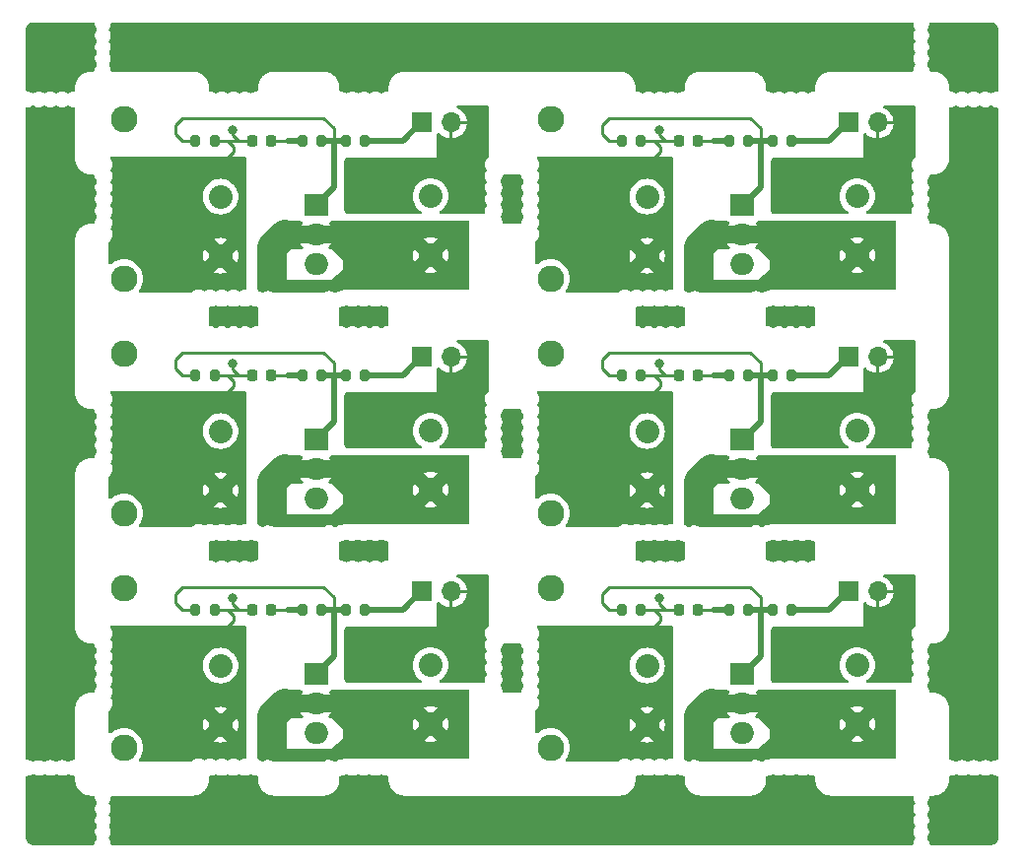
<source format=gtl>
%TF.GenerationSoftware,KiCad,Pcbnew,(6.0.5)*%
%TF.CreationDate,2022-06-05T15:56:58-07:00*%
%TF.ProjectId,mosfet_chip_panel,6d6f7366-6574-45f6-9368-69705f70616e,rev?*%
%TF.SameCoordinates,Original*%
%TF.FileFunction,Copper,L1,Top*%
%TF.FilePolarity,Positive*%
%FSLAX46Y46*%
G04 Gerber Fmt 4.6, Leading zero omitted, Abs format (unit mm)*
G04 Created by KiCad (PCBNEW (6.0.5)) date 2022-06-05 15:56:58*
%MOMM*%
%LPD*%
G01*
G04 APERTURE LIST*
G04 Aperture macros list*
%AMRoundRect*
0 Rectangle with rounded corners*
0 $1 Rounding radius*
0 $2 $3 $4 $5 $6 $7 $8 $9 X,Y pos of 4 corners*
0 Add a 4 corners polygon primitive as box body*
4,1,4,$2,$3,$4,$5,$6,$7,$8,$9,$2,$3,0*
0 Add four circle primitives for the rounded corners*
1,1,$1+$1,$2,$3*
1,1,$1+$1,$4,$5*
1,1,$1+$1,$6,$7*
1,1,$1+$1,$8,$9*
0 Add four rect primitives between the rounded corners*
20,1,$1+$1,$2,$3,$4,$5,0*
20,1,$1+$1,$4,$5,$6,$7,0*
20,1,$1+$1,$6,$7,$8,$9,0*
20,1,$1+$1,$8,$9,$2,$3,0*%
G04 Aperture macros list end*
%TA.AperFunction,SMDPad,CuDef*%
%ADD10RoundRect,0.218750X-0.218750X-0.256250X0.218750X-0.256250X0.218750X0.256250X-0.218750X0.256250X0*%
%TD*%
%TA.AperFunction,ComponentPad*%
%ADD11C,2.032000*%
%TD*%
%TA.AperFunction,ComponentPad*%
%ADD12C,2.286000*%
%TD*%
%TA.AperFunction,SMDPad,CuDef*%
%ADD13RoundRect,0.200000X0.200000X0.275000X-0.200000X0.275000X-0.200000X-0.275000X0.200000X-0.275000X0*%
%TD*%
%TA.AperFunction,ComponentPad*%
%ADD14R,1.700000X1.700000*%
%TD*%
%TA.AperFunction,ComponentPad*%
%ADD15O,1.700000X1.700000*%
%TD*%
%TA.AperFunction,SMDPad,CuDef*%
%ADD16RoundRect,0.200000X-0.200000X-0.275000X0.200000X-0.275000X0.200000X0.275000X-0.200000X0.275000X0*%
%TD*%
%TA.AperFunction,ComponentPad*%
%ADD17R,2.000000X1.905000*%
%TD*%
%TA.AperFunction,ComponentPad*%
%ADD18O,2.000000X1.905000*%
%TD*%
%TA.AperFunction,ViaPad*%
%ADD19C,0.800000*%
%TD*%
%TA.AperFunction,Conductor*%
%ADD20C,0.500000*%
%TD*%
%TA.AperFunction,Conductor*%
%ADD21C,0.250000*%
%TD*%
%TA.AperFunction,Conductor*%
%ADD22C,2.500000*%
%TD*%
G04 APERTURE END LIST*
D10*
X34867500Y-45755000D03*
X36442500Y-45755000D03*
D11*
X68750012Y-50514990D03*
X68750012Y-55594990D03*
X50149988Y-35405010D03*
X50149988Y-30325010D03*
D12*
X23800002Y-57554998D03*
D10*
X71517500Y-65905000D03*
X73092500Y-65905000D03*
D12*
X60450002Y-64054988D03*
D10*
X71517500Y-45755000D03*
X73092500Y-45755000D03*
D13*
X81170000Y-65905000D03*
X79520000Y-65905000D03*
D14*
X49375000Y-24005000D03*
D15*
X51915009Y-24005008D03*
D16*
X75780000Y-25605000D03*
X77430000Y-25605000D03*
D14*
X49375000Y-64305000D03*
D15*
X51915009Y-64305008D03*
D17*
X40300000Y-51255000D03*
D18*
X40299995Y-53794994D03*
X40299995Y-56334994D03*
D13*
X68230000Y-25605000D03*
X66580000Y-25605000D03*
D12*
X23800002Y-23754988D03*
D13*
X31580000Y-45755000D03*
X29930000Y-45755000D03*
D12*
X23800002Y-77704998D03*
X23800002Y-43904988D03*
D11*
X50149988Y-55555010D03*
X50149988Y-50475010D03*
D13*
X68230000Y-65905000D03*
X66580000Y-65905000D03*
D17*
X76950000Y-51255000D03*
D18*
X76949995Y-53794994D03*
X76949995Y-56334994D03*
D14*
X86025000Y-64305000D03*
D15*
X88565009Y-64305008D03*
D12*
X23800002Y-64054988D03*
D13*
X44520000Y-25605000D03*
X42870000Y-25605000D03*
D12*
X60450002Y-43904988D03*
D11*
X86799988Y-75705010D03*
X86799988Y-70625010D03*
D13*
X44520000Y-65905000D03*
X42870000Y-65905000D03*
D16*
X39130000Y-65905000D03*
X40780000Y-65905000D03*
D17*
X76950000Y-31105000D03*
D18*
X76949995Y-33644994D03*
X76949995Y-36184994D03*
D11*
X86799988Y-35405010D03*
X86799988Y-30325010D03*
D12*
X60450002Y-77704998D03*
D11*
X68750012Y-30364990D03*
X68750012Y-35444990D03*
D10*
X34867500Y-65905000D03*
X36442500Y-65905000D03*
X34867500Y-25605000D03*
X36442500Y-25605000D03*
D13*
X81170000Y-45755000D03*
X79520000Y-45755000D03*
D12*
X60450002Y-37404998D03*
D16*
X75780000Y-65905000D03*
X77430000Y-65905000D03*
D14*
X49375000Y-44155000D03*
D15*
X51915009Y-44155008D03*
D14*
X86025000Y-44155000D03*
D15*
X88565009Y-44155008D03*
D11*
X50149988Y-75705010D03*
X50149988Y-70625010D03*
D13*
X68230000Y-45755000D03*
X66580000Y-45755000D03*
D12*
X60450002Y-23754988D03*
D11*
X32100012Y-50514990D03*
X32100012Y-55594990D03*
X32100012Y-70664990D03*
X32100012Y-75744990D03*
D14*
X86025000Y-24005000D03*
D15*
X88565009Y-24005008D03*
D11*
X68750012Y-70664990D03*
X68750012Y-75744990D03*
D13*
X31580000Y-25605000D03*
X29930000Y-25605000D03*
D10*
X71517500Y-25605000D03*
X73092500Y-25605000D03*
D16*
X39130000Y-25605000D03*
X40780000Y-25605000D03*
D17*
X40300000Y-31105000D03*
D18*
X40299995Y-33644994D03*
X40299995Y-36184994D03*
D16*
X39130000Y-45755000D03*
X40780000Y-45755000D03*
D13*
X81170000Y-25605000D03*
X79520000Y-25605000D03*
D11*
X32100012Y-30364990D03*
X32100012Y-35444990D03*
D12*
X23800002Y-37404998D03*
D16*
X75780000Y-45755000D03*
X77430000Y-45755000D03*
D17*
X76950000Y-71405000D03*
D18*
X76949995Y-73944994D03*
X76949995Y-76484994D03*
D11*
X86799988Y-55555010D03*
X86799988Y-50475010D03*
D12*
X60450002Y-57554998D03*
D17*
X40300000Y-71405000D03*
D18*
X40299995Y-73944994D03*
X40299995Y-76484994D03*
D13*
X44520000Y-45755000D03*
X42870000Y-45755000D03*
X31580000Y-65905000D03*
X29930000Y-65905000D03*
D19*
X69800000Y-64905000D03*
X91150000Y-66555000D03*
X61900000Y-70905000D03*
X33150000Y-64905000D03*
X54500000Y-66555000D03*
X25250000Y-70905000D03*
X69800000Y-44755000D03*
X91150000Y-46405000D03*
X61900000Y-50755000D03*
X33150000Y-44755000D03*
X54500000Y-46405000D03*
X25250000Y-50755000D03*
X69800000Y-24605000D03*
X91150000Y-26255000D03*
X61900000Y-30605000D03*
X33150000Y-24605000D03*
X54500000Y-26255000D03*
X25250000Y-30605000D03*
D20*
X75200000Y-65905000D02*
X74500000Y-65905000D01*
D21*
X74500000Y-65905000D02*
X75000000Y-65905000D01*
D20*
X75780000Y-65905000D02*
X75200000Y-65905000D01*
D21*
X73092500Y-65905000D02*
X75200000Y-65905000D01*
X69900000Y-66805000D02*
X69900000Y-66405000D01*
X69900000Y-66405000D02*
X69400000Y-65905000D01*
X69400000Y-65905000D02*
X69100000Y-65905000D01*
X70300000Y-65905000D02*
X70400000Y-65905000D01*
X69800000Y-65405000D02*
X70300000Y-65905000D01*
X68230000Y-65905000D02*
X69100000Y-65905000D01*
X61900000Y-70905000D02*
X65800000Y-70905000D01*
X69800000Y-64905000D02*
X69800000Y-65405000D01*
X69100000Y-65905000D02*
X70330000Y-65905000D01*
X70400000Y-65905000D02*
X70330000Y-65905000D01*
X71517500Y-65905000D02*
X70400000Y-65905000D01*
X65800000Y-70905000D02*
X69900000Y-66805000D01*
D20*
X86000000Y-64305000D02*
X84400000Y-65905000D01*
X84400000Y-65905000D02*
X81170000Y-65905000D01*
D22*
X74260000Y-73945000D02*
X73200000Y-75005000D01*
X73199990Y-75005012D02*
X73199990Y-77603000D01*
D21*
X78505000Y-64810000D02*
X78505000Y-65905000D01*
X64900000Y-65305000D02*
X64900000Y-64505000D01*
D20*
X78505000Y-69900000D02*
X77000000Y-71405000D01*
X78505000Y-65905000D02*
X79520000Y-65905000D01*
X78505000Y-65905000D02*
X78505000Y-69900000D01*
D21*
X65500000Y-65905000D02*
X64900000Y-65305000D01*
D20*
X77430000Y-65905000D02*
X78505000Y-65905000D01*
D21*
X66580000Y-65905000D02*
X65500000Y-65905000D01*
X77600000Y-63905000D02*
X78505000Y-64810000D01*
X65500000Y-63905000D02*
X77600000Y-63905000D01*
X64900000Y-64505000D02*
X65500000Y-63905000D01*
D20*
X38550000Y-65905000D02*
X37850000Y-65905000D01*
D21*
X37850000Y-65905000D02*
X38350000Y-65905000D01*
D20*
X39130000Y-65905000D02*
X38550000Y-65905000D01*
D21*
X36442500Y-65905000D02*
X38550000Y-65905000D01*
X33250000Y-66805000D02*
X33250000Y-66405000D01*
X33250000Y-66405000D02*
X32750000Y-65905000D01*
X32750000Y-65905000D02*
X32450000Y-65905000D01*
X33650000Y-65905000D02*
X33750000Y-65905000D01*
X33150000Y-65405000D02*
X33650000Y-65905000D01*
X31580000Y-65905000D02*
X32450000Y-65905000D01*
X25250000Y-70905000D02*
X29150000Y-70905000D01*
X33150000Y-64905000D02*
X33150000Y-65405000D01*
X32450000Y-65905000D02*
X33680000Y-65905000D01*
X33750000Y-65905000D02*
X33680000Y-65905000D01*
X34867500Y-65905000D02*
X33750000Y-65905000D01*
X29150000Y-70905000D02*
X33250000Y-66805000D01*
D20*
X49350000Y-64305000D02*
X47750000Y-65905000D01*
X47750000Y-65905000D02*
X44520000Y-65905000D01*
D22*
X37610000Y-73945000D02*
X36550000Y-75005000D01*
X36549990Y-75005012D02*
X36549990Y-77603000D01*
D21*
X41855000Y-64810000D02*
X41855000Y-65905000D01*
X28250000Y-65305000D02*
X28250000Y-64505000D01*
D20*
X41855000Y-69900000D02*
X40350000Y-71405000D01*
X41855000Y-65905000D02*
X42870000Y-65905000D01*
X41855000Y-65905000D02*
X41855000Y-69900000D01*
D21*
X28850000Y-65905000D02*
X28250000Y-65305000D01*
D20*
X40780000Y-65905000D02*
X41855000Y-65905000D01*
D21*
X29930000Y-65905000D02*
X28850000Y-65905000D01*
X40950000Y-63905000D02*
X41855000Y-64810000D01*
X28850000Y-63905000D02*
X40950000Y-63905000D01*
X28250000Y-64505000D02*
X28850000Y-63905000D01*
D20*
X75200000Y-45755000D02*
X74500000Y-45755000D01*
D21*
X74500000Y-45755000D02*
X75000000Y-45755000D01*
D20*
X75780000Y-45755000D02*
X75200000Y-45755000D01*
D21*
X73092500Y-45755000D02*
X75200000Y-45755000D01*
X69900000Y-46655000D02*
X69900000Y-46255000D01*
X69900000Y-46255000D02*
X69400000Y-45755000D01*
X69400000Y-45755000D02*
X69100000Y-45755000D01*
X70300000Y-45755000D02*
X70400000Y-45755000D01*
X69800000Y-45255000D02*
X70300000Y-45755000D01*
X68230000Y-45755000D02*
X69100000Y-45755000D01*
X61900000Y-50755000D02*
X65800000Y-50755000D01*
X69800000Y-44755000D02*
X69800000Y-45255000D01*
X69100000Y-45755000D02*
X70330000Y-45755000D01*
X70400000Y-45755000D02*
X70330000Y-45755000D01*
X71517500Y-45755000D02*
X70400000Y-45755000D01*
X65800000Y-50755000D02*
X69900000Y-46655000D01*
D20*
X86000000Y-44155000D02*
X84400000Y-45755000D01*
X84400000Y-45755000D02*
X81170000Y-45755000D01*
D22*
X74260000Y-53795000D02*
X73200000Y-54855000D01*
X73199990Y-54855012D02*
X73199990Y-57453000D01*
D21*
X78505000Y-44660000D02*
X78505000Y-45755000D01*
X64900000Y-45155000D02*
X64900000Y-44355000D01*
D20*
X78505000Y-49750000D02*
X77000000Y-51255000D01*
X78505000Y-45755000D02*
X79520000Y-45755000D01*
X78505000Y-45755000D02*
X78505000Y-49750000D01*
D21*
X65500000Y-45755000D02*
X64900000Y-45155000D01*
D20*
X77430000Y-45755000D02*
X78505000Y-45755000D01*
D21*
X66580000Y-45755000D02*
X65500000Y-45755000D01*
X77600000Y-43755000D02*
X78505000Y-44660000D01*
X65500000Y-43755000D02*
X77600000Y-43755000D01*
X64900000Y-44355000D02*
X65500000Y-43755000D01*
D20*
X38550000Y-45755000D02*
X37850000Y-45755000D01*
D21*
X37850000Y-45755000D02*
X38350000Y-45755000D01*
D20*
X39130000Y-45755000D02*
X38550000Y-45755000D01*
D21*
X36442500Y-45755000D02*
X38550000Y-45755000D01*
X33250000Y-46655000D02*
X33250000Y-46255000D01*
X33250000Y-46255000D02*
X32750000Y-45755000D01*
X32750000Y-45755000D02*
X32450000Y-45755000D01*
X33650000Y-45755000D02*
X33750000Y-45755000D01*
X33150000Y-45255000D02*
X33650000Y-45755000D01*
X31580000Y-45755000D02*
X32450000Y-45755000D01*
X25250000Y-50755000D02*
X29150000Y-50755000D01*
X33150000Y-44755000D02*
X33150000Y-45255000D01*
X32450000Y-45755000D02*
X33680000Y-45755000D01*
X33750000Y-45755000D02*
X33680000Y-45755000D01*
X34867500Y-45755000D02*
X33750000Y-45755000D01*
X29150000Y-50755000D02*
X33250000Y-46655000D01*
D20*
X49350000Y-44155000D02*
X47750000Y-45755000D01*
X47750000Y-45755000D02*
X44520000Y-45755000D01*
D22*
X37610000Y-53795000D02*
X36550000Y-54855000D01*
X36549990Y-54855012D02*
X36549990Y-57453000D01*
D21*
X41855000Y-44660000D02*
X41855000Y-45755000D01*
X28250000Y-45155000D02*
X28250000Y-44355000D01*
D20*
X41855000Y-49750000D02*
X40350000Y-51255000D01*
X41855000Y-45755000D02*
X42870000Y-45755000D01*
X41855000Y-45755000D02*
X41855000Y-49750000D01*
D21*
X28850000Y-45755000D02*
X28250000Y-45155000D01*
D20*
X40780000Y-45755000D02*
X41855000Y-45755000D01*
D21*
X29930000Y-45755000D02*
X28850000Y-45755000D01*
X40950000Y-43755000D02*
X41855000Y-44660000D01*
X28850000Y-43755000D02*
X40950000Y-43755000D01*
X28250000Y-44355000D02*
X28850000Y-43755000D01*
D20*
X75200000Y-25605000D02*
X74500000Y-25605000D01*
D21*
X74500000Y-25605000D02*
X75000000Y-25605000D01*
D20*
X75780000Y-25605000D02*
X75200000Y-25605000D01*
D21*
X73092500Y-25605000D02*
X75200000Y-25605000D01*
X69900000Y-26505000D02*
X69900000Y-26105000D01*
X69900000Y-26105000D02*
X69400000Y-25605000D01*
X69400000Y-25605000D02*
X69100000Y-25605000D01*
X70300000Y-25605000D02*
X70400000Y-25605000D01*
X69800000Y-25105000D02*
X70300000Y-25605000D01*
X68230000Y-25605000D02*
X69100000Y-25605000D01*
X61900000Y-30605000D02*
X65800000Y-30605000D01*
X69800000Y-24605000D02*
X69800000Y-25105000D01*
X69100000Y-25605000D02*
X70330000Y-25605000D01*
X70400000Y-25605000D02*
X70330000Y-25605000D01*
X71517500Y-25605000D02*
X70400000Y-25605000D01*
X65800000Y-30605000D02*
X69900000Y-26505000D01*
D20*
X86000000Y-24005000D02*
X84400000Y-25605000D01*
X84400000Y-25605000D02*
X81170000Y-25605000D01*
D22*
X74260000Y-33645000D02*
X73200000Y-34705000D01*
X73199990Y-34705012D02*
X73199990Y-37303000D01*
D21*
X78505000Y-24510000D02*
X78505000Y-25605000D01*
X64900000Y-25005000D02*
X64900000Y-24205000D01*
D20*
X78505000Y-29600000D02*
X77000000Y-31105000D01*
X78505000Y-25605000D02*
X79520000Y-25605000D01*
X78505000Y-25605000D02*
X78505000Y-29600000D01*
D21*
X65500000Y-25605000D02*
X64900000Y-25005000D01*
D20*
X77430000Y-25605000D02*
X78505000Y-25605000D01*
D21*
X66580000Y-25605000D02*
X65500000Y-25605000D01*
X77600000Y-23605000D02*
X78505000Y-24510000D01*
X65500000Y-23605000D02*
X77600000Y-23605000D01*
X64900000Y-24205000D02*
X65500000Y-23605000D01*
D20*
X38550000Y-25605000D02*
X37850000Y-25605000D01*
D21*
X37850000Y-25605000D02*
X38350000Y-25605000D01*
D20*
X39130000Y-25605000D02*
X38550000Y-25605000D01*
D21*
X36442500Y-25605000D02*
X38550000Y-25605000D01*
X33250000Y-26505000D02*
X33250000Y-26105000D01*
X33250000Y-26105000D02*
X32750000Y-25605000D01*
X32750000Y-25605000D02*
X32450000Y-25605000D01*
X33650000Y-25605000D02*
X33750000Y-25605000D01*
X33150000Y-25105000D02*
X33650000Y-25605000D01*
X31580000Y-25605000D02*
X32450000Y-25605000D01*
X25250000Y-30605000D02*
X29150000Y-30605000D01*
X33150000Y-24605000D02*
X33150000Y-25105000D01*
X32450000Y-25605000D02*
X33680000Y-25605000D01*
X33750000Y-25605000D02*
X33680000Y-25605000D01*
X34867500Y-25605000D02*
X33750000Y-25605000D01*
X29150000Y-30605000D02*
X33250000Y-26505000D01*
D20*
X49350000Y-24005000D02*
X47750000Y-25605000D01*
X47750000Y-25605000D02*
X44520000Y-25605000D01*
D22*
X37610000Y-33645000D02*
X36550000Y-34705000D01*
X36549990Y-34705012D02*
X36549990Y-37303000D01*
D21*
X41855000Y-24510000D02*
X41855000Y-25605000D01*
X28250000Y-25005000D02*
X28250000Y-24205000D01*
D20*
X41855000Y-29600000D02*
X40350000Y-31105000D01*
X41855000Y-25605000D02*
X42870000Y-25605000D01*
X41855000Y-25605000D02*
X41855000Y-29600000D01*
D21*
X28850000Y-25605000D02*
X28250000Y-25005000D01*
D20*
X40780000Y-25605000D02*
X41855000Y-25605000D01*
D21*
X29930000Y-25605000D02*
X28850000Y-25605000D01*
X40950000Y-23605000D02*
X41855000Y-24510000D01*
X28850000Y-23605000D02*
X40950000Y-23605000D01*
X28250000Y-24205000D02*
X28850000Y-23605000D01*
%TA.AperFunction,Conductor*%
G36*
X42650000Y-78712794D02*
G01*
X42630611Y-78735170D01*
X42629829Y-78734493D01*
X42623574Y-78745950D01*
X42561264Y-78779980D01*
X42518028Y-78781783D01*
X42478250Y-78776546D01*
X42391973Y-78776546D01*
X42269579Y-78791357D01*
X42115278Y-78849663D01*
X42004370Y-78925888D01*
X41936903Y-78947987D01*
X41868196Y-78930102D01*
X41860555Y-78925134D01*
X41757741Y-78852876D01*
X41750666Y-78850117D01*
X41750663Y-78850116D01*
X41611140Y-78795718D01*
X41611137Y-78795717D01*
X41604060Y-78792958D01*
X41596527Y-78791966D01*
X41596526Y-78791966D01*
X41482337Y-78776933D01*
X41482336Y-78776933D01*
X41478250Y-78776395D01*
X41391973Y-78776395D01*
X41269579Y-78791206D01*
X41115278Y-78849512D01*
X40995131Y-78932087D01*
X40994035Y-78932840D01*
X40922668Y-78955000D01*
X36727355Y-78955000D01*
X36654905Y-78932087D01*
X36650742Y-78929161D01*
X36541074Y-78852086D01*
X36533999Y-78849327D01*
X36533996Y-78849326D01*
X36394473Y-78794928D01*
X36394470Y-78794927D01*
X36387393Y-78792168D01*
X36379860Y-78791176D01*
X36379859Y-78791176D01*
X36265670Y-78776143D01*
X36265669Y-78776143D01*
X36261583Y-78775605D01*
X36175306Y-78775605D01*
X36052912Y-78790416D01*
X35898611Y-78848722D01*
X35787703Y-78924947D01*
X35720236Y-78947046D01*
X35651529Y-78929161D01*
X35643888Y-78924193D01*
X35547505Y-78856455D01*
X35541074Y-78851935D01*
X35533999Y-78849176D01*
X35533996Y-78849175D01*
X35387393Y-78792017D01*
X35387874Y-78790784D01*
X35333660Y-78758514D01*
X35301971Y-78694982D01*
X35300000Y-78672785D01*
X35300000Y-77184787D01*
X35320002Y-77116666D01*
X35373658Y-77070173D01*
X35443932Y-77060069D01*
X35508512Y-77089563D01*
X35519900Y-77100771D01*
X35725907Y-77331013D01*
X36150000Y-77805000D01*
X40028789Y-77805000D01*
X40039771Y-77805479D01*
X40191524Y-77818756D01*
X40191531Y-77818756D01*
X40194248Y-77818994D01*
X40405742Y-77818994D01*
X40408459Y-77818756D01*
X40408466Y-77818756D01*
X40560219Y-77805479D01*
X40571201Y-77805000D01*
X41650000Y-77805000D01*
X42650000Y-77005000D01*
X42650000Y-78712794D01*
G37*
%TD.AperFunction*%
%TA.AperFunction,Conductor*%
G36*
X79300000Y-58562794D02*
G01*
X79282158Y-58583385D01*
X79222432Y-58621769D01*
X79170487Y-58625795D01*
X79134004Y-58620992D01*
X79134003Y-58620992D01*
X79129917Y-58620454D01*
X79043640Y-58620454D01*
X78921246Y-58635265D01*
X78766945Y-58693571D01*
X78760687Y-58697872D01*
X78655821Y-58769944D01*
X78588351Y-58792044D01*
X78519645Y-58774158D01*
X78512004Y-58769191D01*
X78416963Y-58702396D01*
X78409408Y-58697086D01*
X78402333Y-58694327D01*
X78402330Y-58694326D01*
X78262807Y-58639928D01*
X78262804Y-58639927D01*
X78255727Y-58637168D01*
X78248194Y-58636176D01*
X78248193Y-58636176D01*
X78134004Y-58621143D01*
X78134003Y-58621143D01*
X78129917Y-58620605D01*
X78043640Y-58620605D01*
X77921246Y-58635416D01*
X77766945Y-58693722D01*
X77760687Y-58698023D01*
X77637277Y-58782840D01*
X77565910Y-58805000D01*
X73381679Y-58805000D01*
X73309229Y-58782087D01*
X73195624Y-58702245D01*
X73195622Y-58702244D01*
X73189407Y-58697876D01*
X73182332Y-58695117D01*
X73182329Y-58695116D01*
X73042806Y-58640718D01*
X73042803Y-58640717D01*
X73035726Y-58637958D01*
X73028193Y-58636966D01*
X73028192Y-58636966D01*
X72914003Y-58621933D01*
X72914002Y-58621933D01*
X72909916Y-58621395D01*
X72823639Y-58621395D01*
X72701245Y-58636206D01*
X72546944Y-58694512D01*
X72540686Y-58698813D01*
X72435820Y-58770885D01*
X72368350Y-58792985D01*
X72299644Y-58775099D01*
X72292003Y-58770132D01*
X72189407Y-58698027D01*
X72182332Y-58695268D01*
X72182329Y-58695267D01*
X72035726Y-58638109D01*
X72036386Y-58636417D01*
X71983661Y-58605034D01*
X71951971Y-58541502D01*
X71950000Y-58519305D01*
X71950000Y-57034787D01*
X71970002Y-56966666D01*
X72023658Y-56920173D01*
X72093932Y-56910069D01*
X72158512Y-56939563D01*
X72169900Y-56950771D01*
X72375907Y-57181013D01*
X72800000Y-57655000D01*
X76678789Y-57655000D01*
X76689771Y-57655479D01*
X76841524Y-57668756D01*
X76841531Y-57668756D01*
X76844248Y-57668994D01*
X77055742Y-57668994D01*
X77058459Y-57668756D01*
X77058466Y-57668756D01*
X77210219Y-57655479D01*
X77221201Y-57655000D01*
X78300000Y-57655000D01*
X79300000Y-56855000D01*
X79300000Y-58562794D01*
G37*
%TD.AperFunction*%
%TA.AperFunction,Conductor*%
G36*
X42650000Y-58562794D02*
G01*
X42631988Y-58583581D01*
X42572262Y-58621965D01*
X42520317Y-58625991D01*
X42482337Y-58620991D01*
X42482336Y-58620991D01*
X42478250Y-58620453D01*
X42391973Y-58620453D01*
X42269579Y-58635264D01*
X42115278Y-58693570D01*
X42109020Y-58697871D01*
X42004154Y-58769943D01*
X41936684Y-58792043D01*
X41867978Y-58774157D01*
X41860337Y-58769190D01*
X41765296Y-58702395D01*
X41757741Y-58697085D01*
X41750666Y-58694326D01*
X41750663Y-58694325D01*
X41611140Y-58639927D01*
X41611137Y-58639926D01*
X41604060Y-58637167D01*
X41596527Y-58636175D01*
X41596526Y-58636175D01*
X41482337Y-58621142D01*
X41482336Y-58621142D01*
X41478250Y-58620604D01*
X41391973Y-58620604D01*
X41269579Y-58635415D01*
X41115278Y-58693721D01*
X40986705Y-58782087D01*
X40985609Y-58782840D01*
X40914242Y-58805000D01*
X36733347Y-58805000D01*
X36660897Y-58782087D01*
X36541074Y-58697875D01*
X36533999Y-58695116D01*
X36533996Y-58695115D01*
X36394473Y-58640717D01*
X36394470Y-58640716D01*
X36387393Y-58637957D01*
X36379860Y-58636965D01*
X36379859Y-58636965D01*
X36265670Y-58621932D01*
X36265669Y-58621932D01*
X36261583Y-58621394D01*
X36175306Y-58621394D01*
X36052912Y-58636205D01*
X35898611Y-58694511D01*
X35892353Y-58698812D01*
X35787487Y-58770884D01*
X35720017Y-58792984D01*
X35651311Y-58775098D01*
X35643670Y-58770131D01*
X35541074Y-58698026D01*
X35533999Y-58695267D01*
X35533996Y-58695266D01*
X35387393Y-58638108D01*
X35387874Y-58636875D01*
X35333660Y-58604605D01*
X35301971Y-58541073D01*
X35300000Y-58518876D01*
X35300000Y-57034787D01*
X35320002Y-56966666D01*
X35373658Y-56920173D01*
X35443932Y-56910069D01*
X35508512Y-56939563D01*
X35519900Y-56950771D01*
X35725907Y-57181013D01*
X36150000Y-57655000D01*
X40028789Y-57655000D01*
X40039771Y-57655479D01*
X40191524Y-57668756D01*
X40191531Y-57668756D01*
X40194248Y-57668994D01*
X40405742Y-57668994D01*
X40408459Y-57668756D01*
X40408466Y-57668756D01*
X40560219Y-57655479D01*
X40571201Y-57655000D01*
X41650000Y-57655000D01*
X42650000Y-56855000D01*
X42650000Y-58562794D01*
G37*
%TD.AperFunction*%
%TA.AperFunction,Conductor*%
G36*
X79300000Y-38412794D02*
G01*
X79280611Y-38435170D01*
X79279778Y-38434448D01*
X79273604Y-38445751D01*
X79211288Y-38479769D01*
X79168072Y-38481568D01*
X79134004Y-38477083D01*
X79134003Y-38477083D01*
X79129917Y-38476545D01*
X79043640Y-38476545D01*
X78921246Y-38491356D01*
X78766945Y-38549662D01*
X78656037Y-38625887D01*
X78588570Y-38647986D01*
X78519863Y-38630101D01*
X78512222Y-38625133D01*
X78409408Y-38552875D01*
X78402333Y-38550116D01*
X78402330Y-38550115D01*
X78262807Y-38495717D01*
X78262804Y-38495716D01*
X78255727Y-38492957D01*
X78248194Y-38491965D01*
X78248193Y-38491965D01*
X78134004Y-38476932D01*
X78134003Y-38476932D01*
X78129917Y-38476394D01*
X78043640Y-38476394D01*
X77921246Y-38491205D01*
X77766945Y-38549511D01*
X77760687Y-38553812D01*
X77645700Y-38632840D01*
X77574333Y-38655000D01*
X73375690Y-38655000D01*
X73303240Y-38632087D01*
X73195624Y-38556454D01*
X73195622Y-38556453D01*
X73189407Y-38552085D01*
X73182332Y-38549326D01*
X73182329Y-38549325D01*
X73042806Y-38494927D01*
X73042803Y-38494926D01*
X73035726Y-38492167D01*
X73028193Y-38491175D01*
X73028192Y-38491175D01*
X72914003Y-38476142D01*
X72914002Y-38476142D01*
X72909916Y-38475604D01*
X72823639Y-38475604D01*
X72701245Y-38490415D01*
X72546944Y-38548721D01*
X72436036Y-38624946D01*
X72368569Y-38647045D01*
X72299862Y-38629160D01*
X72292221Y-38624192D01*
X72195838Y-38556454D01*
X72189407Y-38551934D01*
X72182332Y-38549175D01*
X72182329Y-38549174D01*
X72035726Y-38492016D01*
X72036386Y-38490324D01*
X71983661Y-38458941D01*
X71951971Y-38395409D01*
X71950000Y-38373212D01*
X71950000Y-36884787D01*
X71970002Y-36816666D01*
X72023658Y-36770173D01*
X72093932Y-36760069D01*
X72158512Y-36789563D01*
X72169900Y-36800771D01*
X72375907Y-37031013D01*
X72800000Y-37505000D01*
X76678789Y-37505000D01*
X76689771Y-37505479D01*
X76841524Y-37518756D01*
X76841531Y-37518756D01*
X76844248Y-37518994D01*
X77055742Y-37518994D01*
X77058459Y-37518756D01*
X77058466Y-37518756D01*
X77210219Y-37505479D01*
X77221201Y-37505000D01*
X78300000Y-37505000D01*
X79300000Y-36705000D01*
X79300000Y-38412794D01*
G37*
%TD.AperFunction*%
%TA.AperFunction,Conductor*%
G36*
X42650000Y-38412794D02*
G01*
X42630611Y-38435170D01*
X42629829Y-38434493D01*
X42623574Y-38445950D01*
X42561264Y-38479980D01*
X42518028Y-38481783D01*
X42478250Y-38476546D01*
X42391973Y-38476546D01*
X42269579Y-38491357D01*
X42115278Y-38549663D01*
X42004370Y-38625888D01*
X41936903Y-38647987D01*
X41868196Y-38630102D01*
X41860555Y-38625134D01*
X41757741Y-38552876D01*
X41750666Y-38550117D01*
X41750663Y-38550116D01*
X41611140Y-38495718D01*
X41611137Y-38495717D01*
X41604060Y-38492958D01*
X41596527Y-38491966D01*
X41596526Y-38491966D01*
X41482337Y-38476933D01*
X41482336Y-38476933D01*
X41478250Y-38476395D01*
X41391973Y-38476395D01*
X41269579Y-38491206D01*
X41115278Y-38549512D01*
X40995131Y-38632087D01*
X40994035Y-38632840D01*
X40922668Y-38655000D01*
X36727355Y-38655000D01*
X36654905Y-38632087D01*
X36650742Y-38629161D01*
X36541074Y-38552086D01*
X36533999Y-38549327D01*
X36533996Y-38549326D01*
X36394473Y-38494928D01*
X36394470Y-38494927D01*
X36387393Y-38492168D01*
X36379860Y-38491176D01*
X36379859Y-38491176D01*
X36265670Y-38476143D01*
X36265669Y-38476143D01*
X36261583Y-38475605D01*
X36175306Y-38475605D01*
X36052912Y-38490416D01*
X35898611Y-38548722D01*
X35787703Y-38624947D01*
X35720236Y-38647046D01*
X35651529Y-38629161D01*
X35643888Y-38624193D01*
X35547505Y-38556455D01*
X35541074Y-38551935D01*
X35533999Y-38549176D01*
X35533996Y-38549175D01*
X35387393Y-38492017D01*
X35387874Y-38490784D01*
X35333660Y-38458514D01*
X35301971Y-38394982D01*
X35300000Y-38372785D01*
X35300000Y-36884787D01*
X35320002Y-36816666D01*
X35373658Y-36770173D01*
X35443932Y-36760069D01*
X35508512Y-36789563D01*
X35519900Y-36800771D01*
X35725907Y-37031013D01*
X36150000Y-37505000D01*
X40028789Y-37505000D01*
X40039771Y-37505479D01*
X40191524Y-37518756D01*
X40191531Y-37518756D01*
X40194248Y-37518994D01*
X40405742Y-37518994D01*
X40408459Y-37518756D01*
X40408466Y-37518756D01*
X40560219Y-37505479D01*
X40571201Y-37505000D01*
X41650000Y-37505000D01*
X42650000Y-36705000D01*
X42650000Y-38412794D01*
G37*
%TD.AperFunction*%
%TA.AperFunction,Conductor*%
G36*
X79300000Y-78712794D02*
G01*
X79280611Y-78735170D01*
X79279778Y-78734448D01*
X79273604Y-78745751D01*
X79211288Y-78779769D01*
X79168072Y-78781568D01*
X79134004Y-78777083D01*
X79134003Y-78777083D01*
X79129917Y-78776545D01*
X79043640Y-78776545D01*
X78921246Y-78791356D01*
X78766945Y-78849662D01*
X78656037Y-78925887D01*
X78588570Y-78947986D01*
X78519863Y-78930101D01*
X78512222Y-78925133D01*
X78409408Y-78852875D01*
X78402333Y-78850116D01*
X78402330Y-78850115D01*
X78262807Y-78795717D01*
X78262804Y-78795716D01*
X78255727Y-78792957D01*
X78248194Y-78791965D01*
X78248193Y-78791965D01*
X78134004Y-78776932D01*
X78134003Y-78776932D01*
X78129917Y-78776394D01*
X78043640Y-78776394D01*
X77921246Y-78791205D01*
X77766945Y-78849511D01*
X77760687Y-78853812D01*
X77645700Y-78932840D01*
X77574333Y-78955000D01*
X73375690Y-78955000D01*
X73303240Y-78932087D01*
X73195624Y-78856454D01*
X73195622Y-78856453D01*
X73189407Y-78852085D01*
X73182332Y-78849326D01*
X73182329Y-78849325D01*
X73042806Y-78794927D01*
X73042803Y-78794926D01*
X73035726Y-78792167D01*
X73028193Y-78791175D01*
X73028192Y-78791175D01*
X72914003Y-78776142D01*
X72914002Y-78776142D01*
X72909916Y-78775604D01*
X72823639Y-78775604D01*
X72701245Y-78790415D01*
X72546944Y-78848721D01*
X72436036Y-78924946D01*
X72368569Y-78947045D01*
X72299862Y-78929160D01*
X72292221Y-78924192D01*
X72195838Y-78856454D01*
X72189407Y-78851934D01*
X72182332Y-78849175D01*
X72182329Y-78849174D01*
X72035726Y-78792016D01*
X72036386Y-78790324D01*
X71983661Y-78758941D01*
X71951971Y-78695409D01*
X71950000Y-78673212D01*
X71950000Y-77184787D01*
X71970002Y-77116666D01*
X72023658Y-77070173D01*
X72093932Y-77060069D01*
X72158512Y-77089563D01*
X72169900Y-77100771D01*
X72375907Y-77331013D01*
X72800000Y-77805000D01*
X76678789Y-77805000D01*
X76689771Y-77805479D01*
X76841524Y-77818756D01*
X76841531Y-77818756D01*
X76844248Y-77818994D01*
X77055742Y-77818994D01*
X77058459Y-77818756D01*
X77058466Y-77818756D01*
X77210219Y-77805479D01*
X77221201Y-77805000D01*
X78300000Y-77805000D01*
X79300000Y-77005000D01*
X79300000Y-78712794D01*
G37*
%TD.AperFunction*%
%TA.AperFunction,NonConductor*%
G36*
X98286819Y-15381635D02*
G01*
X98360407Y-15385043D01*
X98372606Y-15386204D01*
X98396171Y-15389611D01*
X98417738Y-15392729D01*
X98431812Y-15395591D01*
X98487624Y-15410301D01*
X98498381Y-15413659D01*
X98535327Y-15427031D01*
X98546340Y-15431617D01*
X98590746Y-15452633D01*
X98590795Y-15452656D01*
X98601669Y-15458471D01*
X98642737Y-15483085D01*
X98652986Y-15489932D01*
X98691803Y-15518707D01*
X98701360Y-15526546D01*
X98737764Y-15559524D01*
X98746207Y-15567934D01*
X98769469Y-15593411D01*
X98772695Y-15596944D01*
X98779923Y-15605609D01*
X98814870Y-15651542D01*
X98822903Y-15663454D01*
X98846531Y-15703204D01*
X98852137Y-15713741D01*
X98873152Y-15758202D01*
X98877870Y-15769597D01*
X98894290Y-15815487D01*
X98897768Y-15826877D01*
X98907265Y-15864216D01*
X98909636Y-15875780D01*
X98918674Y-15933490D01*
X98920055Y-15947127D01*
X98923364Y-16018220D01*
X98923500Y-16024078D01*
X98923500Y-21192500D01*
X98903498Y-21260621D01*
X98849842Y-21307114D01*
X98797500Y-21318500D01*
X98763640Y-21318500D01*
X98641246Y-21333311D01*
X98486945Y-21391617D01*
X98480687Y-21395918D01*
X98375930Y-21467915D01*
X98308460Y-21490015D01*
X98239754Y-21472129D01*
X98232113Y-21467162D01*
X98135625Y-21399350D01*
X98135623Y-21399349D01*
X98129408Y-21394981D01*
X98122333Y-21392222D01*
X98122330Y-21392221D01*
X97982807Y-21337823D01*
X97982804Y-21337822D01*
X97975727Y-21335063D01*
X97968194Y-21334071D01*
X97968193Y-21334071D01*
X97854004Y-21319038D01*
X97854003Y-21319038D01*
X97849917Y-21318500D01*
X97763640Y-21318500D01*
X97641246Y-21333311D01*
X97486945Y-21391617D01*
X97480687Y-21395918D01*
X97375930Y-21467915D01*
X97308460Y-21490015D01*
X97239754Y-21472129D01*
X97232113Y-21467162D01*
X97135625Y-21399350D01*
X97135623Y-21399349D01*
X97129408Y-21394981D01*
X97122333Y-21392222D01*
X97122330Y-21392221D01*
X96982807Y-21337823D01*
X96982804Y-21337822D01*
X96975727Y-21335063D01*
X96968194Y-21334071D01*
X96968193Y-21334071D01*
X96854004Y-21319038D01*
X96854003Y-21319038D01*
X96849917Y-21318500D01*
X96763640Y-21318500D01*
X96641246Y-21333311D01*
X96486945Y-21391617D01*
X96480687Y-21395918D01*
X96375930Y-21467915D01*
X96308460Y-21490015D01*
X96239754Y-21472129D01*
X96232113Y-21467162D01*
X96135625Y-21399350D01*
X96135623Y-21399349D01*
X96129408Y-21394981D01*
X96122333Y-21392222D01*
X96122330Y-21392221D01*
X95982807Y-21337823D01*
X95982804Y-21337822D01*
X95975727Y-21335063D01*
X95968194Y-21334071D01*
X95968193Y-21334071D01*
X95854004Y-21319038D01*
X95854003Y-21319038D01*
X95849917Y-21318500D01*
X95763640Y-21318500D01*
X95641246Y-21333311D01*
X95486945Y-21391617D01*
X95480687Y-21395918D01*
X95375930Y-21467915D01*
X95308460Y-21490015D01*
X95239754Y-21472129D01*
X95232113Y-21467162D01*
X95135625Y-21399350D01*
X95135623Y-21399349D01*
X95129408Y-21394981D01*
X95122333Y-21392222D01*
X95122330Y-21392221D01*
X94982807Y-21337823D01*
X94982804Y-21337822D01*
X94975727Y-21335063D01*
X94968194Y-21334071D01*
X94968193Y-21334071D01*
X94854004Y-21319038D01*
X94854003Y-21319038D01*
X94849917Y-21318500D01*
X94812500Y-21318500D01*
X94744379Y-21298498D01*
X94697886Y-21244842D01*
X94686500Y-21192500D01*
X94686500Y-21059204D01*
X94687623Y-21047252D01*
X94687534Y-21047246D01*
X94687713Y-21044356D01*
X94687713Y-21044347D01*
X94687880Y-21041647D01*
X94686809Y-20998033D01*
X94687632Y-20983585D01*
X94688680Y-20979709D01*
X94688751Y-20974099D01*
X94685550Y-20930713D01*
X94685664Y-20916243D01*
X94686520Y-20912321D01*
X94686316Y-20906715D01*
X94685985Y-20904029D01*
X94685984Y-20904020D01*
X94680991Y-20863538D01*
X94680395Y-20849067D01*
X94681056Y-20845119D01*
X94680578Y-20839529D01*
X94680111Y-20836836D01*
X94673142Y-20796669D01*
X94671835Y-20782245D01*
X94672302Y-20778266D01*
X94671550Y-20772707D01*
X94670953Y-20770047D01*
X94670952Y-20770041D01*
X94662019Y-20730260D01*
X94660006Y-20715918D01*
X94660278Y-20711916D01*
X94659254Y-20706401D01*
X94647648Y-20664464D01*
X94644937Y-20650248D01*
X94645012Y-20646238D01*
X94643718Y-20640779D01*
X94630071Y-20599470D01*
X94626665Y-20585403D01*
X94626543Y-20581397D01*
X94624983Y-20576008D01*
X94609324Y-20535414D01*
X94605232Y-20521529D01*
X94604914Y-20517537D01*
X94603092Y-20512231D01*
X94585461Y-20472455D01*
X94580691Y-20458783D01*
X94580177Y-20454811D01*
X94578097Y-20449601D01*
X94558537Y-20410741D01*
X94553099Y-20397314D01*
X94552392Y-20393374D01*
X94550059Y-20388272D01*
X94548714Y-20385897D01*
X94548711Y-20385891D01*
X94528616Y-20350419D01*
X94522528Y-20337283D01*
X94521627Y-20333377D01*
X94519046Y-20328396D01*
X94495773Y-20291644D01*
X94489047Y-20278817D01*
X94487957Y-20274967D01*
X94485135Y-20270118D01*
X94460081Y-20234543D01*
X94452738Y-20222070D01*
X94451458Y-20218270D01*
X94448401Y-20213566D01*
X94421635Y-20179269D01*
X94413686Y-20167167D01*
X94412221Y-20163434D01*
X94408937Y-20158886D01*
X94380520Y-20125943D01*
X94371985Y-20114243D01*
X94370340Y-20110591D01*
X94366837Y-20106209D01*
X94336838Y-20074701D01*
X94327746Y-20063444D01*
X94325921Y-20059871D01*
X94322207Y-20055667D01*
X94290698Y-20025666D01*
X94281060Y-20014862D01*
X94279064Y-20011387D01*
X94275149Y-20007370D01*
X94273096Y-20005599D01*
X94273080Y-20005584D01*
X94242200Y-19978946D01*
X94232049Y-19968635D01*
X94229884Y-19965260D01*
X94225775Y-19961440D01*
X94191476Y-19934672D01*
X94180824Y-19924864D01*
X94178497Y-19921601D01*
X94174207Y-19917987D01*
X94171988Y-19916424D01*
X94171971Y-19916411D01*
X94138639Y-19892937D01*
X94127516Y-19883661D01*
X94125036Y-19880521D01*
X94120574Y-19877122D01*
X94083813Y-19853844D01*
X94072263Y-19845137D01*
X94069623Y-19842112D01*
X94064998Y-19838936D01*
X94027141Y-19817490D01*
X94015171Y-19809355D01*
X94012386Y-19806464D01*
X94007612Y-19803519D01*
X93968739Y-19783952D01*
X93956397Y-19776422D01*
X93953473Y-19773671D01*
X93948559Y-19770964D01*
X93910662Y-19754165D01*
X93908787Y-19753334D01*
X93896078Y-19746413D01*
X93893023Y-19743809D01*
X93887982Y-19741346D01*
X93885446Y-19740368D01*
X93885442Y-19740366D01*
X93851919Y-19727435D01*
X93847389Y-19725688D01*
X93834362Y-19719401D01*
X93831184Y-19716950D01*
X93826029Y-19714738D01*
X93790542Y-19703014D01*
X93784718Y-19701090D01*
X93771389Y-19695446D01*
X93768092Y-19693153D01*
X93762834Y-19691196D01*
X93720899Y-19679591D01*
X93707316Y-19674611D01*
X93703909Y-19672481D01*
X93698562Y-19670785D01*
X93695917Y-19670191D01*
X93695902Y-19670187D01*
X93656114Y-19661253D01*
X93642297Y-19656943D01*
X93638794Y-19654986D01*
X93633370Y-19653554D01*
X93630701Y-19653091D01*
X93630688Y-19653088D01*
X93602556Y-19648207D01*
X93590495Y-19646114D01*
X93576495Y-19642491D01*
X93572899Y-19640707D01*
X93567411Y-19639543D01*
X93524244Y-19634219D01*
X93510062Y-19631282D01*
X93506386Y-19629679D01*
X93500848Y-19628785D01*
X93498132Y-19628585D01*
X93498118Y-19628583D01*
X93457458Y-19625583D01*
X93443148Y-19623345D01*
X93439401Y-19621925D01*
X93433826Y-19621304D01*
X93404336Y-19620580D01*
X93393303Y-19620309D01*
X93381383Y-19618893D01*
X93381375Y-19618984D01*
X93378491Y-19618734D01*
X93378485Y-19618734D01*
X93375786Y-19618500D01*
X93361434Y-19618500D01*
X93360038Y-19618397D01*
X93358913Y-19618500D01*
X93321112Y-19618500D01*
X93318021Y-19618462D01*
X93317363Y-19618446D01*
X93292553Y-19617837D01*
X93288632Y-19618391D01*
X93284868Y-19618500D01*
X93112583Y-19618500D01*
X93044462Y-19598498D01*
X92997969Y-19544842D01*
X92986585Y-19491841D01*
X92986915Y-19428690D01*
X92986955Y-19421095D01*
X92985183Y-19413712D01*
X92950221Y-19268083D01*
X92950220Y-19268079D01*
X92948449Y-19260704D01*
X92872795Y-19114127D01*
X92845804Y-19083186D01*
X92816097Y-19018707D01*
X92825966Y-18948399D01*
X92846679Y-18916539D01*
X92863670Y-18897469D01*
X92868723Y-18891798D01*
X92945908Y-18746021D01*
X92986092Y-18586042D01*
X92986955Y-18421095D01*
X92985183Y-18413712D01*
X92950221Y-18268083D01*
X92950220Y-18268079D01*
X92948449Y-18260704D01*
X92872795Y-18114127D01*
X92845804Y-18083186D01*
X92816097Y-18018707D01*
X92825966Y-17948399D01*
X92846679Y-17916539D01*
X92863670Y-17897469D01*
X92868723Y-17891798D01*
X92945908Y-17746021D01*
X92986092Y-17586042D01*
X92986955Y-17421095D01*
X92985183Y-17413712D01*
X92950221Y-17268083D01*
X92950220Y-17268079D01*
X92948449Y-17260704D01*
X92872795Y-17114127D01*
X92845804Y-17083186D01*
X92816097Y-17018707D01*
X92825966Y-16948399D01*
X92846679Y-16916539D01*
X92863670Y-16897469D01*
X92868723Y-16891798D01*
X92945908Y-16746021D01*
X92986092Y-16586042D01*
X92986955Y-16421095D01*
X92985183Y-16413712D01*
X92950221Y-16268083D01*
X92950220Y-16268079D01*
X92948449Y-16260704D01*
X92872795Y-16114127D01*
X92845804Y-16083186D01*
X92816097Y-16018707D01*
X92825966Y-15948399D01*
X92846679Y-15916539D01*
X92863670Y-15897469D01*
X92868723Y-15891798D01*
X92883327Y-15864216D01*
X92942353Y-15752736D01*
X92942354Y-15752733D01*
X92945908Y-15746021D01*
X92986092Y-15586042D01*
X92986186Y-15568173D01*
X92986464Y-15514957D01*
X92986506Y-15506840D01*
X93006864Y-15438826D01*
X93060762Y-15392614D01*
X93112504Y-15381500D01*
X98280990Y-15381500D01*
X98286819Y-15381635D01*
G37*
%TD.AperFunction*%
%TA.AperFunction,NonConductor*%
G36*
X21260538Y-15401502D02*
G01*
X21307031Y-15455158D01*
X21318415Y-15508159D01*
X21318360Y-15518707D01*
X21318045Y-15578905D01*
X21319817Y-15586284D01*
X21319817Y-15586288D01*
X21354361Y-15730172D01*
X21356551Y-15739296D01*
X21432205Y-15885873D01*
X21459196Y-15916814D01*
X21488903Y-15981293D01*
X21479034Y-16051601D01*
X21458322Y-16083459D01*
X21436277Y-16108202D01*
X21359092Y-16253979D01*
X21318908Y-16413958D01*
X21318045Y-16578905D01*
X21319817Y-16586284D01*
X21319817Y-16586288D01*
X21321528Y-16593411D01*
X21356551Y-16739296D01*
X21432205Y-16885873D01*
X21459196Y-16916814D01*
X21488903Y-16981293D01*
X21479034Y-17051601D01*
X21458322Y-17083459D01*
X21436277Y-17108202D01*
X21359092Y-17253979D01*
X21318908Y-17413958D01*
X21318045Y-17578905D01*
X21319817Y-17586284D01*
X21319817Y-17586288D01*
X21321528Y-17593411D01*
X21356551Y-17739296D01*
X21432205Y-17885873D01*
X21459196Y-17916814D01*
X21488903Y-17981293D01*
X21479034Y-18051601D01*
X21458322Y-18083459D01*
X21436277Y-18108202D01*
X21359092Y-18253979D01*
X21318908Y-18413958D01*
X21318045Y-18578905D01*
X21319817Y-18586284D01*
X21319817Y-18586288D01*
X21321528Y-18593411D01*
X21356551Y-18739296D01*
X21432205Y-18885873D01*
X21459196Y-18916814D01*
X21488903Y-18981293D01*
X21479034Y-19051601D01*
X21458322Y-19083459D01*
X21436277Y-19108202D01*
X21359092Y-19253979D01*
X21318908Y-19413958D01*
X21318868Y-19421556D01*
X21318868Y-19421558D01*
X21318494Y-19493159D01*
X21298136Y-19561174D01*
X21244238Y-19607386D01*
X21192496Y-19618500D01*
X21059205Y-19618500D01*
X21047260Y-19617377D01*
X21047254Y-19617467D01*
X21044365Y-19617288D01*
X21044353Y-19617288D01*
X21041654Y-19617121D01*
X21019254Y-19617671D01*
X20998037Y-19618191D01*
X20983587Y-19617368D01*
X20979709Y-19616319D01*
X20974099Y-19616248D01*
X20971381Y-19616449D01*
X20971365Y-19616449D01*
X20930713Y-19619448D01*
X20916237Y-19619334D01*
X20912321Y-19618479D01*
X20906715Y-19618683D01*
X20904029Y-19619014D01*
X20904020Y-19619015D01*
X20863538Y-19624008D01*
X20849067Y-19624604D01*
X20845119Y-19623943D01*
X20839529Y-19624421D01*
X20836842Y-19624887D01*
X20836836Y-19624888D01*
X20796669Y-19631857D01*
X20782245Y-19633164D01*
X20778266Y-19632697D01*
X20772707Y-19633449D01*
X20770056Y-19634044D01*
X20770041Y-19634047D01*
X20730260Y-19642980D01*
X20715918Y-19644993D01*
X20711916Y-19644721D01*
X20706401Y-19645745D01*
X20664464Y-19657351D01*
X20650248Y-19660062D01*
X20646238Y-19659987D01*
X20640779Y-19661281D01*
X20599470Y-19674928D01*
X20585403Y-19678334D01*
X20581397Y-19678456D01*
X20576008Y-19680016D01*
X20535414Y-19695675D01*
X20521529Y-19699767D01*
X20517537Y-19700085D01*
X20512231Y-19701907D01*
X20509734Y-19703014D01*
X20472457Y-19719537D01*
X20458783Y-19724308D01*
X20454811Y-19724822D01*
X20449601Y-19726902D01*
X20422858Y-19740363D01*
X20410741Y-19746462D01*
X20397314Y-19751900D01*
X20393374Y-19752607D01*
X20388272Y-19754940D01*
X20385906Y-19756280D01*
X20385891Y-19756288D01*
X20350419Y-19776383D01*
X20337283Y-19782471D01*
X20333377Y-19783372D01*
X20328396Y-19785953D01*
X20326113Y-19787399D01*
X20326103Y-19787405D01*
X20291644Y-19809226D01*
X20278817Y-19815952D01*
X20274967Y-19817042D01*
X20270118Y-19819864D01*
X20234552Y-19844912D01*
X20234543Y-19844918D01*
X20222070Y-19852261D01*
X20218270Y-19853541D01*
X20213566Y-19856598D01*
X20183849Y-19879790D01*
X20179273Y-19883361D01*
X20167167Y-19891313D01*
X20163434Y-19892778D01*
X20158886Y-19896062D01*
X20125943Y-19924479D01*
X20114243Y-19933014D01*
X20110591Y-19934659D01*
X20106209Y-19938162D01*
X20104239Y-19940038D01*
X20104234Y-19940042D01*
X20074702Y-19968160D01*
X20063444Y-19977253D01*
X20059871Y-19979078D01*
X20055667Y-19982792D01*
X20025666Y-20014301D01*
X20014862Y-20023939D01*
X20011387Y-20025935D01*
X20007370Y-20029850D01*
X20005596Y-20031906D01*
X20005588Y-20031915D01*
X19978946Y-20062799D01*
X19968635Y-20072950D01*
X19965260Y-20075115D01*
X19961440Y-20079224D01*
X19934672Y-20113523D01*
X19924864Y-20124175D01*
X19921601Y-20126502D01*
X19917987Y-20130792D01*
X19916425Y-20133010D01*
X19916411Y-20133028D01*
X19892937Y-20166360D01*
X19883661Y-20177483D01*
X19880521Y-20179963D01*
X19877122Y-20184425D01*
X19853847Y-20221181D01*
X19845137Y-20232736D01*
X19842112Y-20235376D01*
X19838936Y-20240001D01*
X19817490Y-20277858D01*
X19809355Y-20289828D01*
X19806464Y-20292613D01*
X19803519Y-20297387D01*
X19783952Y-20336260D01*
X19776422Y-20348602D01*
X19773671Y-20351526D01*
X19770964Y-20356440D01*
X19769869Y-20358911D01*
X19753334Y-20396212D01*
X19746413Y-20408921D01*
X19743809Y-20411976D01*
X19741346Y-20417017D01*
X19740368Y-20419553D01*
X19740366Y-20419557D01*
X19725688Y-20457609D01*
X19719401Y-20470637D01*
X19716950Y-20473815D01*
X19714738Y-20478970D01*
X19713882Y-20481561D01*
X19701090Y-20520281D01*
X19695446Y-20533610D01*
X19693153Y-20536907D01*
X19691196Y-20542165D01*
X19690467Y-20544798D01*
X19690467Y-20544799D01*
X19679591Y-20584100D01*
X19674611Y-20597683D01*
X19672481Y-20601090D01*
X19670785Y-20606437D01*
X19670191Y-20609082D01*
X19670187Y-20609097D01*
X19661253Y-20648885D01*
X19656943Y-20662702D01*
X19654986Y-20666205D01*
X19653554Y-20671629D01*
X19653093Y-20674288D01*
X19653088Y-20674311D01*
X19652582Y-20677229D01*
X19646117Y-20714491D01*
X19646115Y-20714501D01*
X19642491Y-20728504D01*
X19640707Y-20732100D01*
X19639543Y-20737588D01*
X19635540Y-20770047D01*
X19634219Y-20780755D01*
X19631282Y-20794937D01*
X19629679Y-20798613D01*
X19628785Y-20804151D01*
X19628585Y-20806867D01*
X19628583Y-20806881D01*
X19625583Y-20847541D01*
X19623345Y-20861851D01*
X19621925Y-20865598D01*
X19621304Y-20871173D01*
X19621238Y-20873878D01*
X19621238Y-20873881D01*
X19620309Y-20911696D01*
X19618893Y-20923616D01*
X19618984Y-20923624D01*
X19618500Y-20929213D01*
X19618500Y-20943565D01*
X19618397Y-20944961D01*
X19618500Y-20946086D01*
X19618500Y-20983887D01*
X19618462Y-20986978D01*
X19617837Y-21012446D01*
X19618391Y-21016367D01*
X19618500Y-21020131D01*
X19618500Y-21192500D01*
X19598498Y-21260621D01*
X19544842Y-21307114D01*
X19492500Y-21318500D01*
X19458640Y-21318500D01*
X19336246Y-21333311D01*
X19181945Y-21391617D01*
X19175687Y-21395918D01*
X19070930Y-21467915D01*
X19003460Y-21490015D01*
X18934754Y-21472129D01*
X18927113Y-21467162D01*
X18830625Y-21399350D01*
X18830623Y-21399349D01*
X18824408Y-21394981D01*
X18817333Y-21392222D01*
X18817330Y-21392221D01*
X18677807Y-21337823D01*
X18677804Y-21337822D01*
X18670727Y-21335063D01*
X18663194Y-21334071D01*
X18663193Y-21334071D01*
X18549004Y-21319038D01*
X18549003Y-21319038D01*
X18544917Y-21318500D01*
X18458640Y-21318500D01*
X18336246Y-21333311D01*
X18181945Y-21391617D01*
X18175687Y-21395918D01*
X18070930Y-21467915D01*
X18003460Y-21490015D01*
X17934754Y-21472129D01*
X17927113Y-21467162D01*
X17830625Y-21399350D01*
X17830623Y-21399349D01*
X17824408Y-21394981D01*
X17817333Y-21392222D01*
X17817330Y-21392221D01*
X17677807Y-21337823D01*
X17677804Y-21337822D01*
X17670727Y-21335063D01*
X17663194Y-21334071D01*
X17663193Y-21334071D01*
X17549004Y-21319038D01*
X17549003Y-21319038D01*
X17544917Y-21318500D01*
X17458640Y-21318500D01*
X17336246Y-21333311D01*
X17181945Y-21391617D01*
X17175687Y-21395918D01*
X17070930Y-21467915D01*
X17003460Y-21490015D01*
X16934754Y-21472129D01*
X16927113Y-21467162D01*
X16830625Y-21399350D01*
X16830623Y-21399349D01*
X16824408Y-21394981D01*
X16817333Y-21392222D01*
X16817330Y-21392221D01*
X16677807Y-21337823D01*
X16677804Y-21337822D01*
X16670727Y-21335063D01*
X16663194Y-21334071D01*
X16663193Y-21334071D01*
X16549004Y-21319038D01*
X16549003Y-21319038D01*
X16544917Y-21318500D01*
X16458640Y-21318500D01*
X16336246Y-21333311D01*
X16181945Y-21391617D01*
X16175687Y-21395918D01*
X16070930Y-21467915D01*
X16003460Y-21490015D01*
X15934754Y-21472129D01*
X15927113Y-21467162D01*
X15830625Y-21399350D01*
X15830623Y-21399349D01*
X15824408Y-21394981D01*
X15817333Y-21392222D01*
X15817330Y-21392221D01*
X15677807Y-21337823D01*
X15677804Y-21337822D01*
X15670727Y-21335063D01*
X15663194Y-21334071D01*
X15663193Y-21334071D01*
X15549004Y-21319038D01*
X15549003Y-21319038D01*
X15544917Y-21318500D01*
X15507500Y-21318500D01*
X15439379Y-21298498D01*
X15392886Y-21244842D01*
X15381500Y-21192500D01*
X15381500Y-16024008D01*
X15381635Y-16018180D01*
X15384925Y-15947127D01*
X15385000Y-15945517D01*
X15386228Y-15932864D01*
X15388610Y-15916811D01*
X15393266Y-15885423D01*
X15395684Y-15873272D01*
X15400924Y-15852374D01*
X15407629Y-15825631D01*
X15411061Y-15814253D01*
X15426817Y-15769739D01*
X15431875Y-15757528D01*
X15444927Y-15730172D01*
X15452586Y-15714121D01*
X15457991Y-15704007D01*
X15458469Y-15703204D01*
X15478540Y-15669435D01*
X15484732Y-15660007D01*
X15518555Y-15613213D01*
X15527600Y-15602091D01*
X15558552Y-15568173D01*
X15566987Y-15559765D01*
X15603414Y-15526735D01*
X15612966Y-15518891D01*
X15613214Y-15518707D01*
X15651717Y-15490137D01*
X15661988Y-15483271D01*
X15703349Y-15458466D01*
X15714255Y-15452633D01*
X15758661Y-15431618D01*
X15769674Y-15427031D01*
X15806614Y-15413660D01*
X15817386Y-15410298D01*
X15873195Y-15395589D01*
X15887262Y-15392728D01*
X15932388Y-15386204D01*
X15944574Y-15385044D01*
X16018187Y-15381635D01*
X16024016Y-15381500D01*
X21192417Y-15381500D01*
X21260538Y-15401502D01*
G37*
%TD.AperFunction*%
%TA.AperFunction,NonConductor*%
G36*
X91565538Y-15401502D02*
G01*
X91612031Y-15455158D01*
X91623415Y-15508159D01*
X91623360Y-15518707D01*
X91623045Y-15578905D01*
X91624817Y-15586284D01*
X91624817Y-15586288D01*
X91659361Y-15730172D01*
X91661551Y-15739296D01*
X91737205Y-15885873D01*
X91764196Y-15916814D01*
X91793903Y-15981293D01*
X91784034Y-16051601D01*
X91763322Y-16083459D01*
X91741277Y-16108202D01*
X91664092Y-16253979D01*
X91623908Y-16413958D01*
X91623045Y-16578905D01*
X91624817Y-16586284D01*
X91624817Y-16586288D01*
X91626528Y-16593411D01*
X91661551Y-16739296D01*
X91737205Y-16885873D01*
X91764196Y-16916814D01*
X91793903Y-16981293D01*
X91784034Y-17051601D01*
X91763322Y-17083459D01*
X91741277Y-17108202D01*
X91664092Y-17253979D01*
X91623908Y-17413958D01*
X91623045Y-17578905D01*
X91624817Y-17586284D01*
X91624817Y-17586288D01*
X91626528Y-17593411D01*
X91661551Y-17739296D01*
X91737205Y-17885873D01*
X91764196Y-17916814D01*
X91793903Y-17981293D01*
X91784034Y-18051601D01*
X91763322Y-18083459D01*
X91741277Y-18108202D01*
X91664092Y-18253979D01*
X91623908Y-18413958D01*
X91623045Y-18578905D01*
X91624817Y-18586284D01*
X91624817Y-18586288D01*
X91626528Y-18593411D01*
X91661551Y-18739296D01*
X91737205Y-18885873D01*
X91764196Y-18916814D01*
X91793903Y-18981293D01*
X91784034Y-19051601D01*
X91763322Y-19083459D01*
X91741277Y-19108202D01*
X91664092Y-19253979D01*
X91623908Y-19413958D01*
X91623868Y-19421556D01*
X91623868Y-19421558D01*
X91623494Y-19493159D01*
X91603136Y-19561174D01*
X91549238Y-19607386D01*
X91497496Y-19618500D01*
X84644205Y-19618500D01*
X84632260Y-19617377D01*
X84632254Y-19617467D01*
X84629365Y-19617288D01*
X84629353Y-19617288D01*
X84626654Y-19617121D01*
X84604254Y-19617671D01*
X84583037Y-19618191D01*
X84568587Y-19617368D01*
X84564709Y-19616319D01*
X84559099Y-19616248D01*
X84556381Y-19616449D01*
X84556365Y-19616449D01*
X84515713Y-19619448D01*
X84501237Y-19619334D01*
X84497321Y-19618479D01*
X84491715Y-19618683D01*
X84489029Y-19619014D01*
X84489020Y-19619015D01*
X84448538Y-19624008D01*
X84434067Y-19624604D01*
X84430119Y-19623943D01*
X84424529Y-19624421D01*
X84421842Y-19624887D01*
X84421836Y-19624888D01*
X84381669Y-19631857D01*
X84367245Y-19633164D01*
X84363266Y-19632697D01*
X84357707Y-19633449D01*
X84355056Y-19634044D01*
X84355041Y-19634047D01*
X84315260Y-19642980D01*
X84300918Y-19644993D01*
X84296916Y-19644721D01*
X84291401Y-19645745D01*
X84249464Y-19657351D01*
X84235248Y-19660062D01*
X84231238Y-19659987D01*
X84225779Y-19661281D01*
X84184470Y-19674928D01*
X84170403Y-19678334D01*
X84166397Y-19678456D01*
X84161008Y-19680016D01*
X84120414Y-19695675D01*
X84106529Y-19699767D01*
X84102537Y-19700085D01*
X84097231Y-19701907D01*
X84094734Y-19703014D01*
X84057457Y-19719537D01*
X84043783Y-19724308D01*
X84039811Y-19724822D01*
X84034601Y-19726902D01*
X84007858Y-19740363D01*
X83995741Y-19746462D01*
X83982314Y-19751900D01*
X83978374Y-19752607D01*
X83973272Y-19754940D01*
X83970906Y-19756280D01*
X83970891Y-19756288D01*
X83935419Y-19776383D01*
X83922283Y-19782471D01*
X83918377Y-19783372D01*
X83913396Y-19785953D01*
X83911113Y-19787399D01*
X83911103Y-19787405D01*
X83876644Y-19809226D01*
X83863817Y-19815952D01*
X83859967Y-19817042D01*
X83855118Y-19819864D01*
X83819552Y-19844912D01*
X83819543Y-19844918D01*
X83807070Y-19852261D01*
X83803270Y-19853541D01*
X83798566Y-19856598D01*
X83768849Y-19879790D01*
X83764273Y-19883361D01*
X83752167Y-19891313D01*
X83748434Y-19892778D01*
X83743886Y-19896062D01*
X83710943Y-19924479D01*
X83699243Y-19933014D01*
X83695591Y-19934659D01*
X83691209Y-19938162D01*
X83689239Y-19940038D01*
X83689234Y-19940042D01*
X83659702Y-19968160D01*
X83648444Y-19977253D01*
X83644871Y-19979078D01*
X83640667Y-19982792D01*
X83610666Y-20014301D01*
X83599862Y-20023939D01*
X83596387Y-20025935D01*
X83592370Y-20029850D01*
X83590596Y-20031906D01*
X83590588Y-20031915D01*
X83563946Y-20062799D01*
X83553635Y-20072950D01*
X83550260Y-20075115D01*
X83546440Y-20079224D01*
X83519672Y-20113523D01*
X83509864Y-20124175D01*
X83506601Y-20126502D01*
X83502987Y-20130792D01*
X83501425Y-20133010D01*
X83501411Y-20133028D01*
X83477937Y-20166360D01*
X83468661Y-20177483D01*
X83465521Y-20179963D01*
X83462122Y-20184425D01*
X83438847Y-20221181D01*
X83430137Y-20232736D01*
X83427112Y-20235376D01*
X83423936Y-20240001D01*
X83402490Y-20277858D01*
X83394355Y-20289828D01*
X83391464Y-20292613D01*
X83388519Y-20297387D01*
X83368952Y-20336260D01*
X83361422Y-20348602D01*
X83358671Y-20351526D01*
X83355964Y-20356440D01*
X83354869Y-20358911D01*
X83338334Y-20396212D01*
X83331413Y-20408921D01*
X83328809Y-20411976D01*
X83326346Y-20417017D01*
X83325368Y-20419553D01*
X83325366Y-20419557D01*
X83310688Y-20457609D01*
X83304401Y-20470637D01*
X83301950Y-20473815D01*
X83299738Y-20478970D01*
X83298882Y-20481561D01*
X83286090Y-20520281D01*
X83280446Y-20533610D01*
X83278153Y-20536907D01*
X83276196Y-20542165D01*
X83275467Y-20544798D01*
X83275467Y-20544799D01*
X83264591Y-20584100D01*
X83259611Y-20597683D01*
X83257481Y-20601090D01*
X83255785Y-20606437D01*
X83255191Y-20609082D01*
X83255187Y-20609097D01*
X83246253Y-20648885D01*
X83241943Y-20662702D01*
X83239986Y-20666205D01*
X83238554Y-20671629D01*
X83238093Y-20674288D01*
X83238088Y-20674311D01*
X83237582Y-20677229D01*
X83231117Y-20714491D01*
X83231115Y-20714501D01*
X83227491Y-20728504D01*
X83225707Y-20732100D01*
X83224543Y-20737588D01*
X83220540Y-20770047D01*
X83219219Y-20780755D01*
X83216282Y-20794937D01*
X83214679Y-20798613D01*
X83213785Y-20804151D01*
X83213585Y-20806867D01*
X83213583Y-20806881D01*
X83210583Y-20847541D01*
X83208345Y-20861851D01*
X83206925Y-20865598D01*
X83206304Y-20871173D01*
X83206238Y-20873881D01*
X83206237Y-20873902D01*
X83205256Y-20913877D01*
X83203755Y-20927468D01*
X83202937Y-20929927D01*
X83202546Y-20935524D01*
X83202929Y-20958673D01*
X83203380Y-20985998D01*
X83203359Y-20991171D01*
X83203349Y-20991583D01*
X83202837Y-21012444D01*
X83202391Y-21012433D01*
X83202024Y-21021553D01*
X83201320Y-21024158D01*
X83201248Y-21029768D01*
X83201449Y-21032487D01*
X83201449Y-21032500D01*
X83204447Y-21073141D01*
X83204333Y-21087630D01*
X83203479Y-21091543D01*
X83203682Y-21097149D01*
X83204212Y-21101445D01*
X83209005Y-21140308D01*
X83209602Y-21154783D01*
X83208941Y-21158733D01*
X83209419Y-21164322D01*
X83211204Y-21174610D01*
X83203143Y-21245145D01*
X83158227Y-21300128D01*
X83087059Y-21322151D01*
X83043639Y-21322151D01*
X82921245Y-21336962D01*
X82766944Y-21395268D01*
X82656036Y-21471493D01*
X82588569Y-21493592D01*
X82519862Y-21475707D01*
X82512221Y-21470739D01*
X82511790Y-21470436D01*
X82409407Y-21398481D01*
X82402332Y-21395722D01*
X82402329Y-21395721D01*
X82262806Y-21341323D01*
X82262803Y-21341322D01*
X82255726Y-21338563D01*
X82248193Y-21337571D01*
X82248192Y-21337571D01*
X82134003Y-21322538D01*
X82134002Y-21322538D01*
X82129916Y-21322000D01*
X82043639Y-21322000D01*
X81921245Y-21336811D01*
X81766944Y-21395117D01*
X81656259Y-21471189D01*
X81656039Y-21471340D01*
X81588570Y-21493440D01*
X81519863Y-21475555D01*
X81512222Y-21470587D01*
X81507349Y-21467162D01*
X81409408Y-21398329D01*
X81402333Y-21395570D01*
X81402330Y-21395569D01*
X81262807Y-21341171D01*
X81262804Y-21341170D01*
X81255727Y-21338411D01*
X81248194Y-21337419D01*
X81248193Y-21337419D01*
X81134004Y-21322386D01*
X81134003Y-21322386D01*
X81129917Y-21321848D01*
X81043640Y-21321848D01*
X80921246Y-21336659D01*
X80766945Y-21394965D01*
X80656037Y-21471190D01*
X80588570Y-21493289D01*
X80519863Y-21475404D01*
X80512222Y-21470436D01*
X80508635Y-21467915D01*
X80409408Y-21398178D01*
X80402333Y-21395419D01*
X80402330Y-21395418D01*
X80262807Y-21341020D01*
X80262804Y-21341019D01*
X80255727Y-21338260D01*
X80248194Y-21337268D01*
X80248193Y-21337268D01*
X80134004Y-21322235D01*
X80134003Y-21322235D01*
X80129917Y-21321697D01*
X80043640Y-21321697D01*
X79921246Y-21336508D01*
X79766945Y-21394814D01*
X79656037Y-21471039D01*
X79588570Y-21493138D01*
X79519863Y-21475253D01*
X79512222Y-21470285D01*
X79507778Y-21467162D01*
X79409408Y-21398027D01*
X79402333Y-21395268D01*
X79402330Y-21395267D01*
X79262807Y-21340869D01*
X79262804Y-21340868D01*
X79255727Y-21338109D01*
X79248194Y-21337117D01*
X79248193Y-21337117D01*
X79134004Y-21322084D01*
X79134003Y-21322084D01*
X79129917Y-21321546D01*
X79082786Y-21321546D01*
X79014665Y-21301544D01*
X78968172Y-21247888D01*
X78957128Y-21186273D01*
X78959414Y-21155295D01*
X78961651Y-21140987D01*
X78963073Y-21137234D01*
X78963694Y-21131658D01*
X78963762Y-21128913D01*
X78964436Y-21101441D01*
X78964743Y-21088914D01*
X78966246Y-21075296D01*
X78967078Y-21072794D01*
X78967468Y-21067198D01*
X78966815Y-21028229D01*
X78966623Y-21016788D01*
X78966643Y-21011587D01*
X78967163Y-20990383D01*
X78967679Y-20990396D01*
X78968010Y-20982188D01*
X78968680Y-20979709D01*
X78968751Y-20974099D01*
X78968550Y-20971381D01*
X78968550Y-20971365D01*
X78965551Y-20930713D01*
X78965665Y-20916236D01*
X78966520Y-20912321D01*
X78966316Y-20906715D01*
X78965985Y-20904029D01*
X78965984Y-20904020D01*
X78960991Y-20863538D01*
X78960395Y-20849067D01*
X78961056Y-20845119D01*
X78960578Y-20839529D01*
X78960111Y-20836836D01*
X78953142Y-20796669D01*
X78951835Y-20782245D01*
X78952302Y-20778266D01*
X78951550Y-20772707D01*
X78950953Y-20770047D01*
X78950952Y-20770041D01*
X78942019Y-20730260D01*
X78940006Y-20715918D01*
X78940278Y-20711916D01*
X78939254Y-20706401D01*
X78927648Y-20664464D01*
X78924937Y-20650248D01*
X78925012Y-20646238D01*
X78923718Y-20640779D01*
X78910071Y-20599470D01*
X78906665Y-20585403D01*
X78906543Y-20581397D01*
X78904983Y-20576008D01*
X78889324Y-20535414D01*
X78885232Y-20521529D01*
X78884914Y-20517537D01*
X78883092Y-20512231D01*
X78865461Y-20472455D01*
X78860691Y-20458783D01*
X78860177Y-20454811D01*
X78858097Y-20449601D01*
X78838537Y-20410741D01*
X78833099Y-20397314D01*
X78832392Y-20393374D01*
X78830059Y-20388272D01*
X78828714Y-20385897D01*
X78828711Y-20385891D01*
X78808616Y-20350419D01*
X78802528Y-20337283D01*
X78801627Y-20333377D01*
X78799046Y-20328396D01*
X78775773Y-20291644D01*
X78769047Y-20278817D01*
X78767957Y-20274967D01*
X78765135Y-20270118D01*
X78740081Y-20234543D01*
X78732738Y-20222070D01*
X78731458Y-20218270D01*
X78728401Y-20213566D01*
X78701635Y-20179269D01*
X78693686Y-20167167D01*
X78692221Y-20163434D01*
X78688937Y-20158886D01*
X78660520Y-20125943D01*
X78651985Y-20114243D01*
X78650340Y-20110591D01*
X78646837Y-20106209D01*
X78616838Y-20074701D01*
X78607746Y-20063444D01*
X78605921Y-20059871D01*
X78602207Y-20055667D01*
X78570698Y-20025666D01*
X78561060Y-20014862D01*
X78559064Y-20011387D01*
X78555149Y-20007370D01*
X78553096Y-20005599D01*
X78553080Y-20005584D01*
X78522200Y-19978946D01*
X78512049Y-19968635D01*
X78509884Y-19965260D01*
X78505775Y-19961440D01*
X78471476Y-19934672D01*
X78460824Y-19924864D01*
X78458497Y-19921601D01*
X78454207Y-19917987D01*
X78451988Y-19916424D01*
X78451971Y-19916411D01*
X78418639Y-19892937D01*
X78407516Y-19883661D01*
X78405036Y-19880521D01*
X78400574Y-19877122D01*
X78363813Y-19853844D01*
X78352263Y-19845137D01*
X78349623Y-19842112D01*
X78344998Y-19838936D01*
X78307141Y-19817490D01*
X78295171Y-19809355D01*
X78292386Y-19806464D01*
X78287612Y-19803519D01*
X78248739Y-19783952D01*
X78236397Y-19776422D01*
X78233473Y-19773671D01*
X78228559Y-19770964D01*
X78190662Y-19754165D01*
X78188787Y-19753334D01*
X78176078Y-19746413D01*
X78173023Y-19743809D01*
X78167982Y-19741346D01*
X78165446Y-19740368D01*
X78165442Y-19740366D01*
X78131919Y-19727435D01*
X78127389Y-19725688D01*
X78114362Y-19719401D01*
X78111184Y-19716950D01*
X78106029Y-19714738D01*
X78070542Y-19703014D01*
X78064718Y-19701090D01*
X78051389Y-19695446D01*
X78048092Y-19693153D01*
X78042834Y-19691196D01*
X78000899Y-19679591D01*
X77987316Y-19674611D01*
X77983909Y-19672481D01*
X77978562Y-19670785D01*
X77975917Y-19670191D01*
X77975902Y-19670187D01*
X77936114Y-19661253D01*
X77922297Y-19656943D01*
X77918794Y-19654986D01*
X77913370Y-19653554D01*
X77910701Y-19653091D01*
X77910688Y-19653088D01*
X77882556Y-19648207D01*
X77870495Y-19646114D01*
X77856495Y-19642491D01*
X77852899Y-19640707D01*
X77847411Y-19639543D01*
X77804244Y-19634219D01*
X77790062Y-19631282D01*
X77786386Y-19629679D01*
X77780848Y-19628785D01*
X77778132Y-19628585D01*
X77778118Y-19628583D01*
X77737458Y-19625583D01*
X77723148Y-19623345D01*
X77719401Y-19621925D01*
X77713826Y-19621304D01*
X77684336Y-19620580D01*
X77673303Y-19620309D01*
X77661383Y-19618893D01*
X77661375Y-19618984D01*
X77658491Y-19618734D01*
X77658485Y-19618734D01*
X77655786Y-19618500D01*
X77641434Y-19618500D01*
X77640038Y-19618397D01*
X77638913Y-19618500D01*
X77601112Y-19618500D01*
X77598021Y-19618462D01*
X77597363Y-19618446D01*
X77572553Y-19617837D01*
X77568632Y-19618391D01*
X77564868Y-19618500D01*
X73424205Y-19618500D01*
X73412260Y-19617377D01*
X73412254Y-19617467D01*
X73409365Y-19617288D01*
X73409353Y-19617288D01*
X73406654Y-19617121D01*
X73384254Y-19617671D01*
X73363037Y-19618191D01*
X73348587Y-19617368D01*
X73344709Y-19616319D01*
X73339099Y-19616248D01*
X73336381Y-19616449D01*
X73336365Y-19616449D01*
X73295713Y-19619448D01*
X73281237Y-19619334D01*
X73277321Y-19618479D01*
X73271715Y-19618683D01*
X73269029Y-19619014D01*
X73269020Y-19619015D01*
X73228538Y-19624008D01*
X73214067Y-19624604D01*
X73210119Y-19623943D01*
X73204529Y-19624421D01*
X73201842Y-19624887D01*
X73201836Y-19624888D01*
X73161669Y-19631857D01*
X73147245Y-19633164D01*
X73143266Y-19632697D01*
X73137707Y-19633449D01*
X73135056Y-19634044D01*
X73135041Y-19634047D01*
X73095260Y-19642980D01*
X73080918Y-19644993D01*
X73076916Y-19644721D01*
X73071401Y-19645745D01*
X73029464Y-19657351D01*
X73015248Y-19660062D01*
X73011238Y-19659987D01*
X73005779Y-19661281D01*
X72964470Y-19674928D01*
X72950403Y-19678334D01*
X72946397Y-19678456D01*
X72941008Y-19680016D01*
X72900414Y-19695675D01*
X72886529Y-19699767D01*
X72882537Y-19700085D01*
X72877231Y-19701907D01*
X72874734Y-19703014D01*
X72837457Y-19719537D01*
X72823783Y-19724308D01*
X72819811Y-19724822D01*
X72814601Y-19726902D01*
X72787858Y-19740363D01*
X72775741Y-19746462D01*
X72762314Y-19751900D01*
X72758374Y-19752607D01*
X72753272Y-19754940D01*
X72750906Y-19756280D01*
X72750891Y-19756288D01*
X72715419Y-19776383D01*
X72702283Y-19782471D01*
X72698377Y-19783372D01*
X72693396Y-19785953D01*
X72691113Y-19787399D01*
X72691103Y-19787405D01*
X72656644Y-19809226D01*
X72643817Y-19815952D01*
X72639967Y-19817042D01*
X72635118Y-19819864D01*
X72599552Y-19844912D01*
X72599543Y-19844918D01*
X72587070Y-19852261D01*
X72583270Y-19853541D01*
X72578566Y-19856598D01*
X72548849Y-19879790D01*
X72544273Y-19883361D01*
X72532167Y-19891313D01*
X72528434Y-19892778D01*
X72523886Y-19896062D01*
X72490943Y-19924479D01*
X72479243Y-19933014D01*
X72475591Y-19934659D01*
X72471209Y-19938162D01*
X72469239Y-19940038D01*
X72469234Y-19940042D01*
X72439702Y-19968160D01*
X72428444Y-19977253D01*
X72424871Y-19979078D01*
X72420667Y-19982792D01*
X72390666Y-20014301D01*
X72379862Y-20023939D01*
X72376387Y-20025935D01*
X72372370Y-20029850D01*
X72370596Y-20031906D01*
X72370588Y-20031915D01*
X72343946Y-20062799D01*
X72333635Y-20072950D01*
X72330260Y-20075115D01*
X72326440Y-20079224D01*
X72299672Y-20113523D01*
X72289864Y-20124175D01*
X72286601Y-20126502D01*
X72282987Y-20130792D01*
X72281425Y-20133010D01*
X72281411Y-20133028D01*
X72257937Y-20166360D01*
X72248661Y-20177483D01*
X72245521Y-20179963D01*
X72242122Y-20184425D01*
X72218847Y-20221181D01*
X72210137Y-20232736D01*
X72207112Y-20235376D01*
X72203936Y-20240001D01*
X72182490Y-20277858D01*
X72174355Y-20289828D01*
X72171464Y-20292613D01*
X72168519Y-20297387D01*
X72148952Y-20336260D01*
X72141422Y-20348602D01*
X72138671Y-20351526D01*
X72135964Y-20356440D01*
X72134869Y-20358911D01*
X72118334Y-20396212D01*
X72111413Y-20408921D01*
X72108809Y-20411976D01*
X72106346Y-20417017D01*
X72105368Y-20419553D01*
X72105366Y-20419557D01*
X72090688Y-20457609D01*
X72084401Y-20470637D01*
X72081950Y-20473815D01*
X72079738Y-20478970D01*
X72078882Y-20481561D01*
X72066090Y-20520281D01*
X72060446Y-20533610D01*
X72058153Y-20536907D01*
X72056196Y-20542165D01*
X72055467Y-20544798D01*
X72055467Y-20544799D01*
X72044591Y-20584100D01*
X72039611Y-20597683D01*
X72037481Y-20601090D01*
X72035785Y-20606437D01*
X72035191Y-20609082D01*
X72035187Y-20609097D01*
X72026253Y-20648885D01*
X72021943Y-20662702D01*
X72019986Y-20666205D01*
X72018554Y-20671629D01*
X72018093Y-20674288D01*
X72018088Y-20674311D01*
X72017582Y-20677229D01*
X72011117Y-20714491D01*
X72011115Y-20714501D01*
X72007491Y-20728504D01*
X72005707Y-20732100D01*
X72004543Y-20737588D01*
X72000540Y-20770047D01*
X71999219Y-20780755D01*
X71996282Y-20794937D01*
X71994679Y-20798613D01*
X71993785Y-20804151D01*
X71993585Y-20806867D01*
X71993583Y-20806881D01*
X71990583Y-20847541D01*
X71988345Y-20861851D01*
X71986925Y-20865598D01*
X71986304Y-20871173D01*
X71986238Y-20873881D01*
X71986237Y-20873902D01*
X71985255Y-20913919D01*
X71983751Y-20927560D01*
X71982914Y-20930079D01*
X71982524Y-20935676D01*
X71983270Y-20979709D01*
X71983377Y-20986052D01*
X71983357Y-20991268D01*
X71982837Y-21012446D01*
X71982837Y-21012447D01*
X71982263Y-21012433D01*
X71981960Y-21020094D01*
X71981320Y-21022460D01*
X71981248Y-21028069D01*
X71981448Y-21030780D01*
X71981448Y-21030781D01*
X71984448Y-21071449D01*
X71984334Y-21085932D01*
X71983479Y-21089846D01*
X71983682Y-21095452D01*
X71988130Y-21131518D01*
X71989005Y-21138611D01*
X71989602Y-21153086D01*
X71988941Y-21157036D01*
X71989419Y-21162625D01*
X71991204Y-21172913D01*
X71983143Y-21243448D01*
X71938227Y-21298431D01*
X71867059Y-21320454D01*
X71823639Y-21320454D01*
X71701245Y-21335265D01*
X71546944Y-21393571D01*
X71436036Y-21469796D01*
X71368569Y-21491895D01*
X71299862Y-21474010D01*
X71292221Y-21469042D01*
X71291790Y-21468739D01*
X71189407Y-21396784D01*
X71182332Y-21394025D01*
X71182329Y-21394024D01*
X71042806Y-21339626D01*
X71042803Y-21339625D01*
X71035726Y-21336866D01*
X71028193Y-21335874D01*
X71028192Y-21335874D01*
X70914003Y-21320841D01*
X70914002Y-21320841D01*
X70909916Y-21320303D01*
X70823639Y-21320303D01*
X70701245Y-21335114D01*
X70546944Y-21393420D01*
X70436259Y-21469492D01*
X70436039Y-21469643D01*
X70368570Y-21491743D01*
X70299863Y-21473858D01*
X70292222Y-21468890D01*
X70198255Y-21402850D01*
X70189408Y-21396632D01*
X70182333Y-21393873D01*
X70182330Y-21393872D01*
X70042807Y-21339474D01*
X70042804Y-21339473D01*
X70035727Y-21336714D01*
X70028194Y-21335722D01*
X70028193Y-21335722D01*
X69914004Y-21320689D01*
X69914003Y-21320689D01*
X69909917Y-21320151D01*
X69823640Y-21320151D01*
X69701246Y-21334962D01*
X69546945Y-21393268D01*
X69436037Y-21469493D01*
X69368570Y-21491592D01*
X69299863Y-21473707D01*
X69292222Y-21468739D01*
X69198470Y-21402850D01*
X69189408Y-21396481D01*
X69182333Y-21393722D01*
X69182330Y-21393721D01*
X69042807Y-21339323D01*
X69042804Y-21339322D01*
X69035727Y-21336563D01*
X69028194Y-21335571D01*
X69028193Y-21335571D01*
X68914004Y-21320538D01*
X68914003Y-21320538D01*
X68909917Y-21320000D01*
X68823640Y-21320000D01*
X68701246Y-21334811D01*
X68546945Y-21393117D01*
X68436037Y-21469342D01*
X68368570Y-21491441D01*
X68299863Y-21473556D01*
X68292222Y-21468588D01*
X68292221Y-21468587D01*
X68189408Y-21396330D01*
X68182333Y-21393571D01*
X68182330Y-21393570D01*
X68042807Y-21339172D01*
X68042804Y-21339171D01*
X68035727Y-21336412D01*
X68028194Y-21335420D01*
X68028193Y-21335420D01*
X67914004Y-21320387D01*
X67914003Y-21320387D01*
X67909917Y-21319849D01*
X67862786Y-21319849D01*
X67794665Y-21299847D01*
X67748172Y-21246191D01*
X67737128Y-21184578D01*
X67739467Y-21152875D01*
X67741781Y-21137706D01*
X67743621Y-21132741D01*
X67744201Y-21127161D01*
X67744746Y-21095451D01*
X67745001Y-21080600D01*
X67745324Y-21073492D01*
X67746602Y-21056173D01*
X67746726Y-21056182D01*
X67747524Y-21047277D01*
X67747534Y-21047246D01*
X67747551Y-21046975D01*
X67747713Y-21044356D01*
X67747713Y-21044347D01*
X67747880Y-21041647D01*
X67746809Y-20998033D01*
X67747632Y-20983584D01*
X67748680Y-20979709D01*
X67748751Y-20974099D01*
X67745550Y-20930713D01*
X67745664Y-20916243D01*
X67746520Y-20912321D01*
X67746316Y-20906715D01*
X67745985Y-20904029D01*
X67745984Y-20904020D01*
X67740991Y-20863538D01*
X67740395Y-20849067D01*
X67741056Y-20845119D01*
X67740578Y-20839529D01*
X67740111Y-20836836D01*
X67733142Y-20796669D01*
X67731835Y-20782245D01*
X67732302Y-20778266D01*
X67731550Y-20772707D01*
X67730953Y-20770047D01*
X67730952Y-20770041D01*
X67722019Y-20730260D01*
X67720006Y-20715918D01*
X67720278Y-20711916D01*
X67719254Y-20706401D01*
X67707648Y-20664464D01*
X67704937Y-20650248D01*
X67705012Y-20646238D01*
X67703718Y-20640779D01*
X67690071Y-20599470D01*
X67686665Y-20585403D01*
X67686543Y-20581397D01*
X67684983Y-20576008D01*
X67669324Y-20535414D01*
X67665232Y-20521529D01*
X67664914Y-20517537D01*
X67663092Y-20512231D01*
X67645461Y-20472455D01*
X67640691Y-20458783D01*
X67640177Y-20454811D01*
X67638097Y-20449601D01*
X67618537Y-20410741D01*
X67613099Y-20397314D01*
X67612392Y-20393374D01*
X67610059Y-20388272D01*
X67608714Y-20385897D01*
X67608711Y-20385891D01*
X67588616Y-20350419D01*
X67582528Y-20337283D01*
X67581627Y-20333377D01*
X67579046Y-20328396D01*
X67555773Y-20291644D01*
X67549047Y-20278817D01*
X67547957Y-20274967D01*
X67545135Y-20270118D01*
X67520081Y-20234543D01*
X67512738Y-20222070D01*
X67511458Y-20218270D01*
X67508401Y-20213566D01*
X67481635Y-20179269D01*
X67473686Y-20167167D01*
X67472221Y-20163434D01*
X67468937Y-20158886D01*
X67440520Y-20125943D01*
X67431985Y-20114243D01*
X67430340Y-20110591D01*
X67426837Y-20106209D01*
X67396838Y-20074701D01*
X67387746Y-20063444D01*
X67385921Y-20059871D01*
X67382207Y-20055667D01*
X67350698Y-20025666D01*
X67341060Y-20014862D01*
X67339064Y-20011387D01*
X67335149Y-20007370D01*
X67333096Y-20005599D01*
X67333080Y-20005584D01*
X67302200Y-19978946D01*
X67292049Y-19968635D01*
X67289884Y-19965260D01*
X67285775Y-19961440D01*
X67251476Y-19934672D01*
X67240824Y-19924864D01*
X67238497Y-19921601D01*
X67234207Y-19917987D01*
X67231988Y-19916424D01*
X67231971Y-19916411D01*
X67198639Y-19892937D01*
X67187516Y-19883661D01*
X67185036Y-19880521D01*
X67180574Y-19877122D01*
X67143813Y-19853844D01*
X67132263Y-19845137D01*
X67129623Y-19842112D01*
X67124998Y-19838936D01*
X67087141Y-19817490D01*
X67075171Y-19809355D01*
X67072386Y-19806464D01*
X67067612Y-19803519D01*
X67028739Y-19783952D01*
X67016397Y-19776422D01*
X67013473Y-19773671D01*
X67008559Y-19770964D01*
X66970662Y-19754165D01*
X66968787Y-19753334D01*
X66956078Y-19746413D01*
X66953023Y-19743809D01*
X66947982Y-19741346D01*
X66945446Y-19740368D01*
X66945442Y-19740366D01*
X66911919Y-19727435D01*
X66907389Y-19725688D01*
X66894362Y-19719401D01*
X66891184Y-19716950D01*
X66886029Y-19714738D01*
X66850542Y-19703014D01*
X66844718Y-19701090D01*
X66831389Y-19695446D01*
X66828092Y-19693153D01*
X66822834Y-19691196D01*
X66780899Y-19679591D01*
X66767316Y-19674611D01*
X66763909Y-19672481D01*
X66758562Y-19670785D01*
X66755917Y-19670191D01*
X66755902Y-19670187D01*
X66716114Y-19661253D01*
X66702297Y-19656943D01*
X66698794Y-19654986D01*
X66693370Y-19653554D01*
X66690701Y-19653091D01*
X66690688Y-19653088D01*
X66662556Y-19648207D01*
X66650495Y-19646114D01*
X66636495Y-19642491D01*
X66632899Y-19640707D01*
X66627411Y-19639543D01*
X66584244Y-19634219D01*
X66570062Y-19631282D01*
X66566386Y-19629679D01*
X66560848Y-19628785D01*
X66558132Y-19628585D01*
X66558118Y-19628583D01*
X66517458Y-19625583D01*
X66503148Y-19623345D01*
X66499401Y-19621925D01*
X66493826Y-19621304D01*
X66464336Y-19620580D01*
X66453303Y-19620309D01*
X66441383Y-19618893D01*
X66441375Y-19618984D01*
X66438491Y-19618734D01*
X66438485Y-19618734D01*
X66435786Y-19618500D01*
X66421434Y-19618500D01*
X66420038Y-19618397D01*
X66418913Y-19618500D01*
X66381112Y-19618500D01*
X66378021Y-19618462D01*
X66377363Y-19618446D01*
X66352553Y-19617837D01*
X66348632Y-19618391D01*
X66344868Y-19618500D01*
X47992541Y-19618500D01*
X47980594Y-19617377D01*
X47980588Y-19617467D01*
X47977698Y-19617288D01*
X47977689Y-19617288D01*
X47974989Y-19617121D01*
X47952760Y-19617667D01*
X47931370Y-19618191D01*
X47916920Y-19617368D01*
X47913042Y-19616319D01*
X47907432Y-19616248D01*
X47904714Y-19616449D01*
X47904698Y-19616449D01*
X47864046Y-19619448D01*
X47849570Y-19619334D01*
X47845654Y-19618479D01*
X47840048Y-19618683D01*
X47837362Y-19619014D01*
X47837353Y-19619015D01*
X47796871Y-19624008D01*
X47782400Y-19624604D01*
X47778452Y-19623943D01*
X47772862Y-19624421D01*
X47770175Y-19624887D01*
X47770169Y-19624888D01*
X47730002Y-19631857D01*
X47715578Y-19633164D01*
X47711599Y-19632697D01*
X47706040Y-19633449D01*
X47703389Y-19634044D01*
X47703374Y-19634047D01*
X47663593Y-19642980D01*
X47649251Y-19644993D01*
X47645249Y-19644721D01*
X47639734Y-19645745D01*
X47597797Y-19657351D01*
X47583581Y-19660062D01*
X47579571Y-19659987D01*
X47574112Y-19661281D01*
X47532803Y-19674928D01*
X47518736Y-19678334D01*
X47514730Y-19678456D01*
X47509341Y-19680016D01*
X47506810Y-19680992D01*
X47506802Y-19680995D01*
X47468755Y-19695672D01*
X47454861Y-19699767D01*
X47450866Y-19700086D01*
X47445561Y-19701908D01*
X47405788Y-19719539D01*
X47392123Y-19724307D01*
X47388148Y-19724821D01*
X47382939Y-19726901D01*
X47380513Y-19728122D01*
X47380511Y-19728123D01*
X47344078Y-19746461D01*
X47330654Y-19751899D01*
X47326703Y-19752608D01*
X47321601Y-19754942D01*
X47283743Y-19776389D01*
X47270626Y-19782468D01*
X47266715Y-19783370D01*
X47261734Y-19785952D01*
X47229341Y-19806464D01*
X47224986Y-19809222D01*
X47212154Y-19815951D01*
X47208300Y-19817042D01*
X47203451Y-19819864D01*
X47201222Y-19821433D01*
X47201217Y-19821437D01*
X47167885Y-19844912D01*
X47155405Y-19852260D01*
X47151603Y-19853541D01*
X47146899Y-19856598D01*
X47117182Y-19879790D01*
X47112606Y-19883361D01*
X47100500Y-19891313D01*
X47096767Y-19892778D01*
X47092219Y-19896062D01*
X47059276Y-19924479D01*
X47047576Y-19933014D01*
X47043924Y-19934659D01*
X47039542Y-19938162D01*
X47037572Y-19940038D01*
X47037567Y-19940042D01*
X47008035Y-19968160D01*
X46996777Y-19977253D01*
X46993204Y-19979078D01*
X46989000Y-19982792D01*
X46987128Y-19984758D01*
X46987117Y-19984769D01*
X46958994Y-20014306D01*
X46948194Y-20023941D01*
X46944716Y-20025939D01*
X46940699Y-20029855D01*
X46912282Y-20062799D01*
X46901972Y-20072948D01*
X46898594Y-20075115D01*
X46894774Y-20079224D01*
X46893100Y-20081368D01*
X46893100Y-20081369D01*
X46868011Y-20113517D01*
X46858204Y-20124168D01*
X46854939Y-20126497D01*
X46851325Y-20130788D01*
X46849765Y-20133003D01*
X46849755Y-20133016D01*
X46826277Y-20166352D01*
X46816997Y-20177480D01*
X46813854Y-20179963D01*
X46810455Y-20184425D01*
X46787176Y-20221187D01*
X46778469Y-20232736D01*
X46775445Y-20235376D01*
X46772269Y-20240001D01*
X46750823Y-20277858D01*
X46742688Y-20289828D01*
X46739797Y-20292613D01*
X46736852Y-20297387D01*
X46717285Y-20336260D01*
X46709755Y-20348602D01*
X46707004Y-20351526D01*
X46704297Y-20356440D01*
X46703202Y-20358911D01*
X46686667Y-20396212D01*
X46679746Y-20408921D01*
X46677142Y-20411976D01*
X46674679Y-20417017D01*
X46673700Y-20419554D01*
X46673696Y-20419564D01*
X46659022Y-20457606D01*
X46652727Y-20470649D01*
X46650280Y-20473823D01*
X46648067Y-20478978D01*
X46647214Y-20481561D01*
X46647212Y-20481566D01*
X46634418Y-20520291D01*
X46628777Y-20533615D01*
X46626487Y-20536907D01*
X46624530Y-20542165D01*
X46615865Y-20573477D01*
X46612930Y-20584083D01*
X46607943Y-20597683D01*
X46605818Y-20601083D01*
X46604121Y-20606430D01*
X46595182Y-20646238D01*
X46594588Y-20648881D01*
X46590277Y-20662700D01*
X46588319Y-20666205D01*
X46586887Y-20671629D01*
X46586422Y-20674309D01*
X46579449Y-20714496D01*
X46575824Y-20728504D01*
X46574040Y-20732100D01*
X46572876Y-20737588D01*
X46568873Y-20770047D01*
X46567552Y-20780755D01*
X46564615Y-20794937D01*
X46563012Y-20798613D01*
X46562118Y-20804151D01*
X46561918Y-20806867D01*
X46561916Y-20806881D01*
X46558916Y-20847541D01*
X46556678Y-20861851D01*
X46555258Y-20865598D01*
X46554637Y-20871173D01*
X46554571Y-20873881D01*
X46554570Y-20873902D01*
X46553589Y-20913877D01*
X46552088Y-20927470D01*
X46551270Y-20929928D01*
X46550879Y-20935524D01*
X46551262Y-20958673D01*
X46551713Y-20985998D01*
X46551692Y-20991171D01*
X46551682Y-20991583D01*
X46551170Y-21012444D01*
X46550725Y-21012433D01*
X46550357Y-21021552D01*
X46549653Y-21024157D01*
X46549581Y-21029767D01*
X46549782Y-21032486D01*
X46549782Y-21032499D01*
X46552780Y-21073140D01*
X46552666Y-21087628D01*
X46551812Y-21091541D01*
X46552015Y-21097147D01*
X46552416Y-21100395D01*
X46557339Y-21140321D01*
X46557936Y-21154793D01*
X46557274Y-21158742D01*
X46557752Y-21164332D01*
X46558218Y-21167016D01*
X46559536Y-21174614D01*
X46551472Y-21245151D01*
X46506552Y-21300130D01*
X46435390Y-21322150D01*
X46391973Y-21322150D01*
X46269579Y-21336961D01*
X46115278Y-21395267D01*
X46004370Y-21471492D01*
X45936903Y-21493591D01*
X45868196Y-21475706D01*
X45860555Y-21470738D01*
X45860124Y-21470435D01*
X45757741Y-21398480D01*
X45750666Y-21395721D01*
X45750663Y-21395720D01*
X45611140Y-21341322D01*
X45611137Y-21341321D01*
X45604060Y-21338562D01*
X45596527Y-21337570D01*
X45596526Y-21337570D01*
X45482337Y-21322537D01*
X45482336Y-21322537D01*
X45478250Y-21321999D01*
X45391973Y-21321999D01*
X45269579Y-21336810D01*
X45115278Y-21395116D01*
X45004370Y-21471341D01*
X44936903Y-21493440D01*
X44868196Y-21475555D01*
X44860555Y-21470587D01*
X44855682Y-21467162D01*
X44757741Y-21398329D01*
X44750666Y-21395570D01*
X44750663Y-21395569D01*
X44611140Y-21341171D01*
X44611137Y-21341170D01*
X44604060Y-21338411D01*
X44596527Y-21337419D01*
X44596526Y-21337419D01*
X44482337Y-21322386D01*
X44482336Y-21322386D01*
X44478250Y-21321848D01*
X44391973Y-21321848D01*
X44269579Y-21336659D01*
X44115278Y-21394965D01*
X44109020Y-21399266D01*
X44004372Y-21471188D01*
X43936902Y-21493288D01*
X43868196Y-21475402D01*
X43860555Y-21470435D01*
X43764390Y-21402850D01*
X43757741Y-21398177D01*
X43750666Y-21395418D01*
X43750663Y-21395417D01*
X43611140Y-21341019D01*
X43611137Y-21341018D01*
X43604060Y-21338259D01*
X43596527Y-21337267D01*
X43596526Y-21337267D01*
X43482337Y-21322234D01*
X43482336Y-21322234D01*
X43478250Y-21321696D01*
X43391973Y-21321696D01*
X43269579Y-21336507D01*
X43115278Y-21394813D01*
X43004370Y-21471038D01*
X42936903Y-21493137D01*
X42868196Y-21475252D01*
X42860555Y-21470284D01*
X42856113Y-21467162D01*
X42757741Y-21398026D01*
X42750666Y-21395267D01*
X42750663Y-21395266D01*
X42611140Y-21340868D01*
X42611137Y-21340867D01*
X42604060Y-21338108D01*
X42596527Y-21337116D01*
X42596526Y-21337116D01*
X42482337Y-21322083D01*
X42482336Y-21322083D01*
X42478250Y-21321545D01*
X42431122Y-21321545D01*
X42363001Y-21301543D01*
X42316508Y-21247887D01*
X42305463Y-21186277D01*
X42307011Y-21165288D01*
X42307750Y-21155278D01*
X42309985Y-21140981D01*
X42311406Y-21137233D01*
X42312027Y-21131657D01*
X42312095Y-21128913D01*
X42312794Y-21100395D01*
X42313076Y-21088914D01*
X42314579Y-21075298D01*
X42315411Y-21072793D01*
X42315801Y-21067197D01*
X42315190Y-21030780D01*
X42314956Y-21016787D01*
X42314976Y-21011586D01*
X42315496Y-20990382D01*
X42316011Y-20990395D01*
X42316343Y-20982192D01*
X42317012Y-20979717D01*
X42317084Y-20974107D01*
X42313884Y-20930713D01*
X42313998Y-20916244D01*
X42314854Y-20912321D01*
X42314650Y-20906715D01*
X42309325Y-20863538D01*
X42308728Y-20849066D01*
X42309390Y-20845112D01*
X42308912Y-20839522D01*
X42301474Y-20796660D01*
X42300169Y-20782241D01*
X42300635Y-20778266D01*
X42299883Y-20772707D01*
X42299285Y-20770041D01*
X42290352Y-20730262D01*
X42288339Y-20715919D01*
X42288611Y-20711916D01*
X42287587Y-20706401D01*
X42286867Y-20703799D01*
X42286863Y-20703782D01*
X42275983Y-20664469D01*
X42273271Y-20650255D01*
X42273346Y-20646245D01*
X42272052Y-20640786D01*
X42258405Y-20599473D01*
X42254999Y-20585409D01*
X42254877Y-20581397D01*
X42253317Y-20576008D01*
X42237659Y-20535418D01*
X42233566Y-20521531D01*
X42233248Y-20517537D01*
X42231426Y-20512231D01*
X42213795Y-20472455D01*
X42209025Y-20458787D01*
X42208510Y-20454805D01*
X42206429Y-20449595D01*
X42186871Y-20410741D01*
X42181434Y-20397316D01*
X42180727Y-20393380D01*
X42178394Y-20388278D01*
X42177053Y-20385911D01*
X42177046Y-20385897D01*
X42156948Y-20350418D01*
X42150861Y-20337284D01*
X42149958Y-20333370D01*
X42147377Y-20328390D01*
X42124103Y-20291638D01*
X42117380Y-20278817D01*
X42116290Y-20274967D01*
X42113468Y-20270118D01*
X42111902Y-20267895D01*
X42111898Y-20267888D01*
X42088416Y-20234546D01*
X42081071Y-20222070D01*
X42079791Y-20218270D01*
X42076734Y-20213566D01*
X42049968Y-20179269D01*
X42042019Y-20167167D01*
X42040554Y-20163434D01*
X42037270Y-20158886D01*
X42008853Y-20125943D01*
X42000318Y-20114243D01*
X41998673Y-20110591D01*
X41995170Y-20106209D01*
X41965171Y-20074701D01*
X41956079Y-20063444D01*
X41954254Y-20059871D01*
X41950540Y-20055667D01*
X41919031Y-20025666D01*
X41909393Y-20014862D01*
X41907397Y-20011387D01*
X41903482Y-20007370D01*
X41901429Y-20005599D01*
X41901413Y-20005584D01*
X41870533Y-19978946D01*
X41860382Y-19968635D01*
X41858217Y-19965260D01*
X41854108Y-19961440D01*
X41819809Y-19934673D01*
X41809165Y-19924872D01*
X41806834Y-19921604D01*
X41802543Y-19917990D01*
X41800326Y-19916428D01*
X41800320Y-19916424D01*
X41766972Y-19892938D01*
X41755854Y-19883666D01*
X41753367Y-19880518D01*
X41748904Y-19877119D01*
X41746606Y-19875664D01*
X41746599Y-19875659D01*
X41712151Y-19853846D01*
X41700593Y-19845132D01*
X41697956Y-19842112D01*
X41693331Y-19838936D01*
X41655477Y-19817492D01*
X41643503Y-19809354D01*
X41640719Y-19806464D01*
X41635945Y-19803519D01*
X41597072Y-19783952D01*
X41584730Y-19776422D01*
X41581806Y-19773671D01*
X41576892Y-19770964D01*
X41574422Y-19769869D01*
X41574414Y-19769865D01*
X41540743Y-19754940D01*
X41537120Y-19753334D01*
X41524410Y-19746411D01*
X41521358Y-19743810D01*
X41516318Y-19741347D01*
X41475716Y-19725685D01*
X41462699Y-19719403D01*
X41459518Y-19716950D01*
X41454363Y-19714738D01*
X41413047Y-19701088D01*
X41399721Y-19695445D01*
X41396424Y-19693152D01*
X41391166Y-19691195D01*
X41388535Y-19690467D01*
X41388526Y-19690464D01*
X41349245Y-19679594D01*
X41335643Y-19674606D01*
X41332244Y-19672482D01*
X41326897Y-19670785D01*
X41324266Y-19670194D01*
X41324254Y-19670191D01*
X41284451Y-19661254D01*
X41270633Y-19656944D01*
X41267128Y-19654986D01*
X41261704Y-19653554D01*
X41218835Y-19646116D01*
X41204829Y-19642491D01*
X41201233Y-19640707D01*
X41195745Y-19639543D01*
X41152578Y-19634219D01*
X41138396Y-19631282D01*
X41134720Y-19629679D01*
X41129182Y-19628785D01*
X41126477Y-19628585D01*
X41126473Y-19628585D01*
X41085791Y-19625584D01*
X41071486Y-19623347D01*
X41067735Y-19621925D01*
X41062159Y-19621304D01*
X41059457Y-19621238D01*
X41059447Y-19621237D01*
X41021636Y-19620309D01*
X41009716Y-19618893D01*
X41009708Y-19618984D01*
X41006824Y-19618734D01*
X41006818Y-19618734D01*
X41004119Y-19618500D01*
X40989768Y-19618500D01*
X40988372Y-19618397D01*
X40987247Y-19618500D01*
X40949445Y-19618500D01*
X40946354Y-19618462D01*
X40945696Y-19618446D01*
X40920886Y-19617837D01*
X40916965Y-19618391D01*
X40913201Y-19618500D01*
X36775874Y-19618500D01*
X36763927Y-19617377D01*
X36763921Y-19617467D01*
X36761031Y-19617288D01*
X36761022Y-19617288D01*
X36758322Y-19617121D01*
X36736093Y-19617667D01*
X36714703Y-19618191D01*
X36700253Y-19617368D01*
X36696375Y-19616319D01*
X36690765Y-19616248D01*
X36688047Y-19616449D01*
X36688031Y-19616449D01*
X36647379Y-19619448D01*
X36632903Y-19619334D01*
X36628987Y-19618479D01*
X36623381Y-19618683D01*
X36620695Y-19619014D01*
X36620686Y-19619015D01*
X36580204Y-19624008D01*
X36565733Y-19624604D01*
X36561785Y-19623943D01*
X36556195Y-19624421D01*
X36553508Y-19624887D01*
X36553502Y-19624888D01*
X36513329Y-19631858D01*
X36498907Y-19633164D01*
X36494931Y-19632697D01*
X36489371Y-19633449D01*
X36446926Y-19642981D01*
X36432587Y-19644993D01*
X36428585Y-19644721D01*
X36423070Y-19645745D01*
X36420466Y-19646465D01*
X36420460Y-19646467D01*
X36381137Y-19657349D01*
X36366916Y-19660062D01*
X36362904Y-19659987D01*
X36357445Y-19661281D01*
X36316134Y-19674929D01*
X36302069Y-19678335D01*
X36298060Y-19678457D01*
X36292671Y-19680017D01*
X36290136Y-19680995D01*
X36290124Y-19680999D01*
X36252083Y-19695673D01*
X36238194Y-19699767D01*
X36234204Y-19700085D01*
X36228898Y-19701907D01*
X36226413Y-19703009D01*
X36226394Y-19703016D01*
X36189131Y-19719534D01*
X36175451Y-19724308D01*
X36171478Y-19724822D01*
X36166268Y-19726902D01*
X36139525Y-19740363D01*
X36127408Y-19746462D01*
X36113981Y-19751900D01*
X36110041Y-19752607D01*
X36104939Y-19754940D01*
X36102565Y-19756285D01*
X36102551Y-19756292D01*
X36067084Y-19776384D01*
X36053958Y-19782468D01*
X36050048Y-19783370D01*
X36045067Y-19785952D01*
X36017329Y-19803517D01*
X36008313Y-19809226D01*
X35995495Y-19815949D01*
X35991628Y-19817044D01*
X35986780Y-19819867D01*
X35956062Y-19841501D01*
X35951214Y-19844915D01*
X35938737Y-19852261D01*
X35934937Y-19853541D01*
X35930233Y-19856598D01*
X35928086Y-19858274D01*
X35928084Y-19858275D01*
X35895941Y-19883360D01*
X35883833Y-19891313D01*
X35880101Y-19892778D01*
X35875553Y-19896062D01*
X35842610Y-19924479D01*
X35830910Y-19933014D01*
X35827258Y-19934659D01*
X35822876Y-19938162D01*
X35820906Y-19940038D01*
X35820901Y-19940042D01*
X35791369Y-19968160D01*
X35780111Y-19977253D01*
X35776538Y-19979078D01*
X35772334Y-19982792D01*
X35742333Y-20014301D01*
X35731529Y-20023939D01*
X35728054Y-20025935D01*
X35724037Y-20029850D01*
X35722263Y-20031906D01*
X35722255Y-20031915D01*
X35695613Y-20062799D01*
X35685302Y-20072950D01*
X35681927Y-20075115D01*
X35678107Y-20079224D01*
X35651339Y-20113523D01*
X35641531Y-20124175D01*
X35638268Y-20126502D01*
X35634654Y-20130792D01*
X35633092Y-20133010D01*
X35633078Y-20133028D01*
X35609601Y-20166364D01*
X35600335Y-20177475D01*
X35597192Y-20179958D01*
X35593793Y-20184421D01*
X35570517Y-20221177D01*
X35570514Y-20221181D01*
X35561798Y-20232741D01*
X35558773Y-20235382D01*
X35555597Y-20240007D01*
X35554256Y-20242375D01*
X35554250Y-20242384D01*
X35534158Y-20277854D01*
X35526020Y-20289829D01*
X35523136Y-20292607D01*
X35520191Y-20297381D01*
X35500626Y-20336249D01*
X35493092Y-20348598D01*
X35490337Y-20351526D01*
X35487630Y-20356440D01*
X35471256Y-20393380D01*
X35470001Y-20396211D01*
X35463078Y-20408921D01*
X35460475Y-20411976D01*
X35458012Y-20417017D01*
X35457033Y-20419554D01*
X35457029Y-20419564D01*
X35442355Y-20457606D01*
X35436060Y-20470649D01*
X35433613Y-20473823D01*
X35431400Y-20478978D01*
X35430547Y-20481561D01*
X35430545Y-20481566D01*
X35417751Y-20520291D01*
X35412110Y-20533615D01*
X35409820Y-20536907D01*
X35407863Y-20542165D01*
X35399199Y-20573472D01*
X35396259Y-20584097D01*
X35391278Y-20597682D01*
X35389148Y-20601090D01*
X35387452Y-20606437D01*
X35386856Y-20609092D01*
X35386851Y-20609110D01*
X35377919Y-20648885D01*
X35373612Y-20662697D01*
X35371656Y-20666197D01*
X35370224Y-20671621D01*
X35369762Y-20674284D01*
X35369761Y-20674288D01*
X35369251Y-20677227D01*
X35364640Y-20703803D01*
X35362785Y-20714491D01*
X35359158Y-20728501D01*
X35357373Y-20732100D01*
X35356209Y-20737588D01*
X35355876Y-20740284D01*
X35355874Y-20740299D01*
X35350883Y-20780762D01*
X35347946Y-20794945D01*
X35346343Y-20798620D01*
X35345449Y-20804159D01*
X35342841Y-20839529D01*
X35342250Y-20847540D01*
X35340013Y-20861842D01*
X35338593Y-20865590D01*
X35337972Y-20871166D01*
X35337906Y-20873868D01*
X35337905Y-20873878D01*
X35337422Y-20893587D01*
X35336922Y-20913920D01*
X35335418Y-20927558D01*
X35334580Y-20930079D01*
X35334190Y-20935676D01*
X35334936Y-20979709D01*
X35335043Y-20986053D01*
X35335023Y-20991269D01*
X35334503Y-21012438D01*
X35334503Y-21012440D01*
X35333937Y-21012426D01*
X35333630Y-21020076D01*
X35332986Y-21022460D01*
X35332914Y-21028070D01*
X35335801Y-21067198D01*
X35336114Y-21071447D01*
X35336000Y-21085931D01*
X35335145Y-21089845D01*
X35335348Y-21095451D01*
X35340672Y-21138614D01*
X35341269Y-21153092D01*
X35340607Y-21157043D01*
X35341085Y-21162632D01*
X35341552Y-21165321D01*
X35341553Y-21165332D01*
X35342868Y-21172909D01*
X35334809Y-21243446D01*
X35289893Y-21298429D01*
X35218724Y-21320453D01*
X35175306Y-21320453D01*
X35052912Y-21335264D01*
X34898611Y-21393570D01*
X34787703Y-21469795D01*
X34720236Y-21491894D01*
X34651529Y-21474009D01*
X34643888Y-21469041D01*
X34643457Y-21468738D01*
X34541074Y-21396783D01*
X34533999Y-21394024D01*
X34533996Y-21394023D01*
X34394473Y-21339625D01*
X34394470Y-21339624D01*
X34387393Y-21336865D01*
X34379860Y-21335873D01*
X34379859Y-21335873D01*
X34265670Y-21320840D01*
X34265669Y-21320840D01*
X34261583Y-21320302D01*
X34175306Y-21320302D01*
X34052912Y-21335113D01*
X33898611Y-21393419D01*
X33787703Y-21469644D01*
X33720236Y-21491743D01*
X33651529Y-21473858D01*
X33643888Y-21468890D01*
X33549921Y-21402850D01*
X33541074Y-21396632D01*
X33533999Y-21393873D01*
X33533996Y-21393872D01*
X33394473Y-21339474D01*
X33394470Y-21339473D01*
X33387393Y-21336714D01*
X33379860Y-21335722D01*
X33379859Y-21335722D01*
X33265670Y-21320689D01*
X33265669Y-21320689D01*
X33261583Y-21320151D01*
X33175306Y-21320151D01*
X33052912Y-21334962D01*
X32898611Y-21393268D01*
X32892353Y-21397569D01*
X32787705Y-21469491D01*
X32720235Y-21491591D01*
X32651529Y-21473705D01*
X32643888Y-21468738D01*
X32641646Y-21467162D01*
X32541074Y-21396480D01*
X32533999Y-21393721D01*
X32533996Y-21393720D01*
X32394473Y-21339322D01*
X32394470Y-21339321D01*
X32387393Y-21336562D01*
X32379860Y-21335570D01*
X32379859Y-21335570D01*
X32265670Y-21320537D01*
X32265669Y-21320537D01*
X32261583Y-21319999D01*
X32175306Y-21319999D01*
X32052912Y-21334810D01*
X31898611Y-21393116D01*
X31787703Y-21469341D01*
X31720236Y-21491440D01*
X31651529Y-21473555D01*
X31643888Y-21468587D01*
X31642932Y-21467915D01*
X31541074Y-21396329D01*
X31533999Y-21393570D01*
X31533996Y-21393569D01*
X31394473Y-21339171D01*
X31394470Y-21339170D01*
X31387393Y-21336411D01*
X31379860Y-21335419D01*
X31379859Y-21335419D01*
X31265670Y-21320386D01*
X31265669Y-21320386D01*
X31261583Y-21319848D01*
X31214454Y-21319848D01*
X31146333Y-21299846D01*
X31099840Y-21246190D01*
X31088795Y-21184582D01*
X31091080Y-21153596D01*
X31093317Y-21139288D01*
X31094739Y-21135536D01*
X31095360Y-21129960D01*
X31095455Y-21126122D01*
X31096165Y-21097149D01*
X31096410Y-21087171D01*
X31097915Y-21073514D01*
X31098768Y-21070945D01*
X31099156Y-21065348D01*
X31098292Y-21015023D01*
X31098311Y-21009781D01*
X31098316Y-21009600D01*
X31098810Y-20989444D01*
X31099284Y-20983639D01*
X31100347Y-20979709D01*
X31100418Y-20974099D01*
X31100217Y-20971365D01*
X31097218Y-20930723D01*
X31097331Y-20916241D01*
X31098187Y-20912321D01*
X31097983Y-20906715D01*
X31097652Y-20904029D01*
X31097651Y-20904020D01*
X31092658Y-20863538D01*
X31092062Y-20849067D01*
X31092723Y-20845119D01*
X31092245Y-20839529D01*
X31084805Y-20796650D01*
X31083501Y-20782248D01*
X31083969Y-20778258D01*
X31083216Y-20772699D01*
X31073684Y-20730255D01*
X31071672Y-20715916D01*
X31071944Y-20711916D01*
X31070920Y-20706401D01*
X31070199Y-20703796D01*
X31070194Y-20703774D01*
X31059316Y-20664470D01*
X31056604Y-20650255D01*
X31056679Y-20646245D01*
X31055385Y-20640786D01*
X31041738Y-20599473D01*
X31038332Y-20585409D01*
X31038210Y-20581397D01*
X31036650Y-20576008D01*
X31020992Y-20535418D01*
X31016899Y-20521531D01*
X31016581Y-20517537D01*
X31014759Y-20512231D01*
X30997128Y-20472455D01*
X30992358Y-20458783D01*
X30991844Y-20454811D01*
X30989764Y-20449601D01*
X30970204Y-20410741D01*
X30964766Y-20397314D01*
X30964059Y-20393374D01*
X30961726Y-20388272D01*
X30960381Y-20385897D01*
X30960378Y-20385891D01*
X30940283Y-20350419D01*
X30934195Y-20337283D01*
X30933294Y-20333377D01*
X30930713Y-20328396D01*
X30929258Y-20326098D01*
X30907432Y-20291630D01*
X30900714Y-20278820D01*
X30899621Y-20274960D01*
X30896798Y-20270112D01*
X30873868Y-20237555D01*
X30871751Y-20234549D01*
X30864404Y-20222070D01*
X30863124Y-20218270D01*
X30860067Y-20213566D01*
X30833301Y-20179268D01*
X30825358Y-20167179D01*
X30823890Y-20163439D01*
X30820605Y-20158891D01*
X30792192Y-20125952D01*
X30783654Y-20114248D01*
X30782007Y-20110591D01*
X30778504Y-20106209D01*
X30748502Y-20074697D01*
X30739413Y-20063443D01*
X30737588Y-20059871D01*
X30733874Y-20055667D01*
X30702365Y-20025666D01*
X30692727Y-20014862D01*
X30690731Y-20011387D01*
X30686816Y-20007370D01*
X30684763Y-20005599D01*
X30684747Y-20005584D01*
X30653867Y-19978946D01*
X30643716Y-19968635D01*
X30641551Y-19965260D01*
X30637442Y-19961440D01*
X30603143Y-19934672D01*
X30592491Y-19924864D01*
X30590164Y-19921601D01*
X30585874Y-19917987D01*
X30583644Y-19916416D01*
X30583633Y-19916408D01*
X30550296Y-19892929D01*
X30539183Y-19883662D01*
X30536700Y-19880518D01*
X30532237Y-19877119D01*
X30495480Y-19853843D01*
X30483929Y-19845135D01*
X30481292Y-19842114D01*
X30476667Y-19838938D01*
X30474310Y-19837602D01*
X30474304Y-19837599D01*
X30438812Y-19817492D01*
X30426834Y-19809352D01*
X30424050Y-19806462D01*
X30419276Y-19803517D01*
X30380413Y-19783956D01*
X30368055Y-19776415D01*
X30365141Y-19773673D01*
X30360228Y-19770965D01*
X30320448Y-19753331D01*
X30307747Y-19746415D01*
X30304690Y-19743809D01*
X30299649Y-19741346D01*
X30297112Y-19740367D01*
X30297102Y-19740363D01*
X30259060Y-19725689D01*
X30246031Y-19719401D01*
X30242851Y-19716950D01*
X30237696Y-19714738D01*
X30202209Y-19703014D01*
X30196385Y-19701090D01*
X30183056Y-19695446D01*
X30179759Y-19693153D01*
X30174501Y-19691196D01*
X30132566Y-19679591D01*
X30118983Y-19674611D01*
X30115576Y-19672481D01*
X30110229Y-19670785D01*
X30107584Y-19670191D01*
X30107569Y-19670187D01*
X30067781Y-19661253D01*
X30053964Y-19656943D01*
X30050461Y-19654986D01*
X30045037Y-19653554D01*
X30042368Y-19653091D01*
X30042355Y-19653088D01*
X30014223Y-19648207D01*
X30002162Y-19646114D01*
X29988162Y-19642491D01*
X29984566Y-19640707D01*
X29979078Y-19639543D01*
X29935911Y-19634219D01*
X29921729Y-19631282D01*
X29918053Y-19629679D01*
X29912515Y-19628785D01*
X29909810Y-19628585D01*
X29909806Y-19628585D01*
X29869124Y-19625584D01*
X29854819Y-19623347D01*
X29851068Y-19621925D01*
X29845492Y-19621304D01*
X29842790Y-19621238D01*
X29842780Y-19621237D01*
X29804969Y-19620309D01*
X29793049Y-19618893D01*
X29793041Y-19618984D01*
X29790157Y-19618734D01*
X29790151Y-19618734D01*
X29787452Y-19618500D01*
X29773101Y-19618500D01*
X29771705Y-19618397D01*
X29770580Y-19618500D01*
X29732778Y-19618500D01*
X29729687Y-19618462D01*
X29729029Y-19618446D01*
X29704219Y-19617837D01*
X29700298Y-19618391D01*
X29696534Y-19618500D01*
X22807583Y-19618500D01*
X22739462Y-19598498D01*
X22692969Y-19544842D01*
X22681585Y-19491841D01*
X22681915Y-19428690D01*
X22681955Y-19421095D01*
X22680183Y-19413712D01*
X22645221Y-19268083D01*
X22645220Y-19268079D01*
X22643449Y-19260704D01*
X22567795Y-19114127D01*
X22540804Y-19083186D01*
X22511097Y-19018707D01*
X22520966Y-18948399D01*
X22541679Y-18916539D01*
X22558670Y-18897469D01*
X22563723Y-18891798D01*
X22640908Y-18746021D01*
X22681092Y-18586042D01*
X22681955Y-18421095D01*
X22680183Y-18413712D01*
X22645221Y-18268083D01*
X22645220Y-18268079D01*
X22643449Y-18260704D01*
X22567795Y-18114127D01*
X22540804Y-18083186D01*
X22511097Y-18018707D01*
X22520966Y-17948399D01*
X22541679Y-17916539D01*
X22558670Y-17897469D01*
X22563723Y-17891798D01*
X22640908Y-17746021D01*
X22681092Y-17586042D01*
X22681955Y-17421095D01*
X22680183Y-17413712D01*
X22645221Y-17268083D01*
X22645220Y-17268079D01*
X22643449Y-17260704D01*
X22567795Y-17114127D01*
X22540804Y-17083186D01*
X22511097Y-17018707D01*
X22520966Y-16948399D01*
X22541679Y-16916539D01*
X22558670Y-16897469D01*
X22563723Y-16891798D01*
X22640908Y-16746021D01*
X22681092Y-16586042D01*
X22681955Y-16421095D01*
X22680183Y-16413712D01*
X22645221Y-16268083D01*
X22645220Y-16268079D01*
X22643449Y-16260704D01*
X22567795Y-16114127D01*
X22540804Y-16083186D01*
X22511097Y-16018707D01*
X22520966Y-15948399D01*
X22541679Y-15916539D01*
X22558670Y-15897469D01*
X22563723Y-15891798D01*
X22578327Y-15864216D01*
X22637353Y-15752736D01*
X22637354Y-15752733D01*
X22640908Y-15746021D01*
X22681092Y-15586042D01*
X22681186Y-15568173D01*
X22681464Y-15514957D01*
X22681506Y-15506840D01*
X22701864Y-15438826D01*
X22755762Y-15392614D01*
X22807504Y-15381500D01*
X91497417Y-15381500D01*
X91565538Y-15401502D01*
G37*
%TD.AperFunction*%
%TA.AperFunction,NonConductor*%
G36*
X56486162Y-28453839D02*
G01*
X56494003Y-28454417D01*
X56508303Y-28456654D01*
X56512045Y-28458072D01*
X56517620Y-28458693D01*
X56520319Y-28458759D01*
X56520329Y-28458760D01*
X56558136Y-28459689D01*
X56570063Y-28461106D01*
X56570071Y-28461016D01*
X56572955Y-28461266D01*
X56572961Y-28461266D01*
X56575660Y-28461500D01*
X56590045Y-28461500D01*
X56591428Y-28461602D01*
X56592542Y-28461500D01*
X56630346Y-28461500D01*
X56633440Y-28461538D01*
X56658884Y-28462163D01*
X56662804Y-28461609D01*
X56666574Y-28461500D01*
X57589339Y-28461500D01*
X57601304Y-28462625D01*
X57601310Y-28462534D01*
X57604198Y-28462713D01*
X57604199Y-28462713D01*
X57606910Y-28462881D01*
X57624207Y-28462456D01*
X57650517Y-28461810D01*
X57664959Y-28462633D01*
X57668826Y-28463679D01*
X57674436Y-28463750D01*
X57677143Y-28463550D01*
X57677156Y-28463550D01*
X57717809Y-28460552D01*
X57732293Y-28460666D01*
X57736207Y-28461521D01*
X57741813Y-28461318D01*
X57744510Y-28460985D01*
X57744515Y-28460985D01*
X57784982Y-28455995D01*
X57799449Y-28455399D01*
X57803396Y-28456060D01*
X57808985Y-28455582D01*
X57811652Y-28455119D01*
X57811670Y-28455117D01*
X57819038Y-28453839D01*
X57889575Y-28461905D01*
X57944553Y-28506825D01*
X57966569Y-28578644D01*
X57966149Y-28658905D01*
X57967921Y-28666284D01*
X57967921Y-28666288D01*
X57969632Y-28673411D01*
X58004655Y-28819296D01*
X58080309Y-28965873D01*
X58107150Y-28996642D01*
X58136857Y-29061121D01*
X58126988Y-29131429D01*
X58106277Y-29163287D01*
X58084079Y-29188202D01*
X58006894Y-29333979D01*
X57966710Y-29493958D01*
X57965847Y-29658905D01*
X57967619Y-29666284D01*
X57967619Y-29666288D01*
X57969330Y-29673411D01*
X58004353Y-29819296D01*
X58080007Y-29965873D01*
X58106848Y-29996642D01*
X58136555Y-30061121D01*
X58126686Y-30131429D01*
X58105975Y-30163287D01*
X58083777Y-30188202D01*
X58006592Y-30333979D01*
X57966408Y-30493958D01*
X57965545Y-30658905D01*
X57967317Y-30666284D01*
X57967317Y-30666288D01*
X57969028Y-30673411D01*
X58004051Y-30819296D01*
X58079705Y-30965873D01*
X58106546Y-30996642D01*
X58136253Y-31061121D01*
X58126384Y-31131429D01*
X58105675Y-31163284D01*
X58083475Y-31188201D01*
X58006290Y-31333978D01*
X57966106Y-31493957D01*
X57965243Y-31658904D01*
X57967015Y-31666283D01*
X57967015Y-31666287D01*
X58000661Y-31806431D01*
X58003749Y-31819295D01*
X58079403Y-31965872D01*
X58106244Y-31996641D01*
X58135951Y-32061120D01*
X58126082Y-32131428D01*
X58105371Y-32163286D01*
X58083173Y-32188201D01*
X58005988Y-32333978D01*
X57965804Y-32493957D01*
X57965764Y-32501555D01*
X57965764Y-32501557D01*
X57965339Y-32582885D01*
X57944981Y-32650900D01*
X57891083Y-32697112D01*
X57830072Y-32707884D01*
X57798919Y-32705585D01*
X57784609Y-32703348D01*
X57780855Y-32701925D01*
X57775280Y-32701304D01*
X57745543Y-32700574D01*
X57734750Y-32700309D01*
X57722829Y-32698893D01*
X57722821Y-32698984D01*
X57719937Y-32698734D01*
X57719931Y-32698734D01*
X57717232Y-32698500D01*
X57702892Y-32698500D01*
X57701496Y-32698397D01*
X57700371Y-32698500D01*
X57662557Y-32698500D01*
X57659466Y-32698462D01*
X57633997Y-32697837D01*
X57630076Y-32698391D01*
X57626312Y-32698500D01*
X56707772Y-32698500D01*
X56695817Y-32697375D01*
X56695811Y-32697468D01*
X56692923Y-32697289D01*
X56692922Y-32697289D01*
X56690211Y-32697121D01*
X56663987Y-32697764D01*
X56646591Y-32698191D01*
X56632123Y-32697366D01*
X56628251Y-32696319D01*
X56622642Y-32696247D01*
X56619932Y-32696447D01*
X56619931Y-32696447D01*
X56601094Y-32697837D01*
X56579247Y-32699449D01*
X56564765Y-32699336D01*
X56560843Y-32698480D01*
X56555237Y-32698684D01*
X56552549Y-32699016D01*
X56552544Y-32699016D01*
X56537214Y-32700907D01*
X56512047Y-32704012D01*
X56497590Y-32704609D01*
X56493635Y-32703947D01*
X56488045Y-32704426D01*
X56485360Y-32704892D01*
X56485352Y-32704893D01*
X56477174Y-32706312D01*
X56406637Y-32698249D01*
X56351657Y-32653331D01*
X56329638Y-32581507D01*
X56329903Y-32531000D01*
X56330059Y-32501094D01*
X56328287Y-32493711D01*
X56293325Y-32348082D01*
X56293324Y-32348078D01*
X56291553Y-32340703D01*
X56215899Y-32194126D01*
X56210731Y-32188201D01*
X56189060Y-32163360D01*
X56188760Y-32163015D01*
X56159052Y-32098534D01*
X56168922Y-32028227D01*
X56189633Y-31996368D01*
X56206472Y-31977469D01*
X56206474Y-31977466D01*
X56211525Y-31971797D01*
X56241799Y-31914620D01*
X56285155Y-31832735D01*
X56285156Y-31832732D01*
X56288710Y-31826020D01*
X56328894Y-31666041D01*
X56329757Y-31501094D01*
X56327985Y-31493711D01*
X56293023Y-31348082D01*
X56293022Y-31348078D01*
X56291251Y-31340703D01*
X56215597Y-31194126D01*
X56210429Y-31188201D01*
X56188458Y-31163016D01*
X56158750Y-31098534D01*
X56168620Y-31028227D01*
X56189327Y-30996373D01*
X56211223Y-30971798D01*
X56288408Y-30826021D01*
X56328592Y-30666042D01*
X56329455Y-30501095D01*
X56327683Y-30493712D01*
X56292721Y-30348083D01*
X56292720Y-30348079D01*
X56290949Y-30340704D01*
X56215295Y-30194127D01*
X56210127Y-30188202D01*
X56188456Y-30163361D01*
X56188156Y-30163016D01*
X56158448Y-30098535D01*
X56168318Y-30028228D01*
X56189029Y-29996369D01*
X56205868Y-29977470D01*
X56205870Y-29977467D01*
X56210921Y-29971798D01*
X56217631Y-29959125D01*
X56284551Y-29832736D01*
X56284552Y-29832733D01*
X56288106Y-29826021D01*
X56328290Y-29666042D01*
X56329153Y-29501095D01*
X56327381Y-29493712D01*
X56292419Y-29348083D01*
X56292418Y-29348079D01*
X56290647Y-29340704D01*
X56214993Y-29194127D01*
X56209825Y-29188202D01*
X56188154Y-29163361D01*
X56187854Y-29163016D01*
X56158146Y-29098535D01*
X56168016Y-29028228D01*
X56188727Y-28996369D01*
X56205566Y-28977470D01*
X56205568Y-28977467D01*
X56210619Y-28971798D01*
X56287804Y-28826021D01*
X56327988Y-28666042D01*
X56328453Y-28577184D01*
X56348811Y-28509169D01*
X56402709Y-28462957D01*
X56463716Y-28452184D01*
X56486162Y-28453839D01*
G37*
%TD.AperFunction*%
%TA.AperFunction,NonConductor*%
G36*
X79650137Y-39685989D02*
G01*
X79657777Y-39690956D01*
X79760592Y-39763215D01*
X79767667Y-39765974D01*
X79767670Y-39765975D01*
X79907193Y-39820373D01*
X79907196Y-39820374D01*
X79914273Y-39823133D01*
X79921806Y-39824125D01*
X79921807Y-39824125D01*
X80035996Y-39839158D01*
X80040083Y-39839696D01*
X80126360Y-39839696D01*
X80248754Y-39824885D01*
X80403055Y-39766579D01*
X80512424Y-39691412D01*
X80513961Y-39690356D01*
X80581431Y-39668256D01*
X80650137Y-39686142D01*
X80657777Y-39691108D01*
X80760592Y-39763367D01*
X80767667Y-39766126D01*
X80767670Y-39766127D01*
X80907193Y-39820525D01*
X80907196Y-39820526D01*
X80914273Y-39823285D01*
X80921806Y-39824277D01*
X80921807Y-39824277D01*
X81035472Y-39839241D01*
X81040083Y-39839848D01*
X81126360Y-39839848D01*
X81248754Y-39825037D01*
X81403055Y-39766731D01*
X81416776Y-39757301D01*
X81513961Y-39690508D01*
X81581431Y-39668408D01*
X81650137Y-39686294D01*
X81657778Y-39691261D01*
X81754160Y-39758998D01*
X81760591Y-39763518D01*
X81767666Y-39766277D01*
X81767669Y-39766278D01*
X81907192Y-39820676D01*
X81907195Y-39820677D01*
X81914272Y-39823436D01*
X81921805Y-39824428D01*
X81921806Y-39824428D01*
X82035494Y-39839395D01*
X82040082Y-39839999D01*
X82126359Y-39839999D01*
X82248753Y-39825188D01*
X82403054Y-39766882D01*
X82513962Y-39690657D01*
X82581429Y-39668558D01*
X82650136Y-39686443D01*
X82657776Y-39691410D01*
X82760591Y-39763669D01*
X82767666Y-39766428D01*
X82767669Y-39766429D01*
X82907192Y-39820827D01*
X82907195Y-39820828D01*
X82914272Y-39823587D01*
X82921805Y-39824579D01*
X82921806Y-39824579D01*
X83035494Y-39839546D01*
X83040082Y-39840150D01*
X83087213Y-39840150D01*
X83155334Y-39860152D01*
X83201827Y-39913808D01*
X83212871Y-39975422D01*
X83210585Y-40006404D01*
X83208347Y-40020719D01*
X83206925Y-40024470D01*
X83206304Y-40030045D01*
X83206238Y-40032751D01*
X83206238Y-40032753D01*
X83205309Y-40070572D01*
X83203893Y-40082492D01*
X83203984Y-40082500D01*
X83203500Y-40088089D01*
X83203500Y-40102431D01*
X83203397Y-40103827D01*
X83203500Y-40104952D01*
X83203500Y-40142763D01*
X83203462Y-40145854D01*
X83202837Y-40171323D01*
X83203391Y-40175244D01*
X83203500Y-40179008D01*
X83203500Y-41096906D01*
X83202375Y-41108862D01*
X83202468Y-41108868D01*
X83202121Y-41114467D01*
X83202675Y-41137049D01*
X83203191Y-41158083D01*
X83202366Y-41172551D01*
X83201319Y-41176423D01*
X83201247Y-41182033D01*
X83204449Y-41225425D01*
X83204335Y-41239898D01*
X83203480Y-41243815D01*
X83203684Y-41249421D01*
X83209011Y-41292608D01*
X83209608Y-41307066D01*
X83208945Y-41311026D01*
X83209424Y-41316615D01*
X83209890Y-41319298D01*
X83209891Y-41319308D01*
X83211279Y-41327308D01*
X83203217Y-41397845D01*
X83158300Y-41452826D01*
X83087134Y-41474848D01*
X83043639Y-41474848D01*
X82921245Y-41489659D01*
X82766944Y-41547965D01*
X82760686Y-41552266D01*
X82655820Y-41624338D01*
X82588350Y-41646438D01*
X82519644Y-41628552D01*
X82512003Y-41623585D01*
X82409407Y-41551480D01*
X82402332Y-41548721D01*
X82402329Y-41548720D01*
X82262806Y-41494322D01*
X82262803Y-41494321D01*
X82255726Y-41491562D01*
X82248193Y-41490570D01*
X82248192Y-41490570D01*
X82134003Y-41475537D01*
X82134002Y-41475537D01*
X82129916Y-41474999D01*
X82043639Y-41474999D01*
X81921245Y-41489810D01*
X81766944Y-41548116D01*
X81760686Y-41552417D01*
X81655820Y-41624489D01*
X81588350Y-41646589D01*
X81519644Y-41628703D01*
X81512003Y-41623736D01*
X81415625Y-41556001D01*
X81415623Y-41556000D01*
X81409408Y-41551632D01*
X81402333Y-41548873D01*
X81402330Y-41548872D01*
X81262807Y-41494474D01*
X81262804Y-41494473D01*
X81255727Y-41491714D01*
X81248194Y-41490722D01*
X81248193Y-41490722D01*
X81134004Y-41475689D01*
X81134003Y-41475689D01*
X81129917Y-41475151D01*
X81043640Y-41475151D01*
X80921246Y-41489962D01*
X80766945Y-41548268D01*
X80760687Y-41552569D01*
X80655821Y-41624641D01*
X80588351Y-41646741D01*
X80519645Y-41628855D01*
X80512004Y-41623888D01*
X80409408Y-41551783D01*
X80402333Y-41549024D01*
X80402330Y-41549023D01*
X80262807Y-41494625D01*
X80262804Y-41494624D01*
X80255727Y-41491865D01*
X80248194Y-41490873D01*
X80248193Y-41490873D01*
X80134004Y-41475840D01*
X80134003Y-41475840D01*
X80129917Y-41475302D01*
X80043640Y-41475302D01*
X79921246Y-41490113D01*
X79766945Y-41548419D01*
X79760687Y-41552720D01*
X79655821Y-41624792D01*
X79588351Y-41646892D01*
X79519645Y-41629006D01*
X79512004Y-41624039D01*
X79511791Y-41623889D01*
X79409408Y-41551934D01*
X79402333Y-41549175D01*
X79402330Y-41549174D01*
X79262807Y-41494776D01*
X79262804Y-41494775D01*
X79255727Y-41492016D01*
X79248194Y-41491024D01*
X79248193Y-41491024D01*
X79134004Y-41475991D01*
X79134003Y-41475991D01*
X79129917Y-41475453D01*
X79082821Y-41475453D01*
X79014700Y-41455451D01*
X78968207Y-41401795D01*
X78957163Y-41340180D01*
X78959418Y-41309622D01*
X78961654Y-41295325D01*
X78963072Y-41291584D01*
X78963693Y-41286009D01*
X78964420Y-41256447D01*
X78964689Y-41245490D01*
X78966106Y-41233562D01*
X78966016Y-41233554D01*
X78966266Y-41230670D01*
X78966266Y-41230664D01*
X78966500Y-41227965D01*
X78966500Y-41213590D01*
X78966602Y-41212207D01*
X78966500Y-41211093D01*
X78966500Y-41173279D01*
X78966538Y-41170185D01*
X78966714Y-41163016D01*
X78967163Y-41144740D01*
X78966609Y-41140820D01*
X78966500Y-41137050D01*
X78966500Y-40217038D01*
X78967626Y-40205072D01*
X78967534Y-40205066D01*
X78967713Y-40202178D01*
X78967881Y-40199467D01*
X78966810Y-40155862D01*
X78967634Y-40141403D01*
X78968679Y-40137540D01*
X78968751Y-40131930D01*
X78967596Y-40116267D01*
X78965551Y-40088551D01*
X78965665Y-40074066D01*
X78966520Y-40070153D01*
X78966317Y-40064547D01*
X78965984Y-40061849D01*
X78965983Y-40061833D01*
X78960994Y-40021380D01*
X78960397Y-40006911D01*
X78961058Y-40002963D01*
X78960580Y-39997374D01*
X78960116Y-39994701D01*
X78960112Y-39994668D01*
X78958795Y-39987078D01*
X78966861Y-39916542D01*
X79011781Y-39861563D01*
X79082941Y-39839545D01*
X79126360Y-39839545D01*
X79248754Y-39824734D01*
X79403055Y-39766428D01*
X79513963Y-39690203D01*
X79581430Y-39668104D01*
X79650137Y-39685989D01*
G37*
%TD.AperFunction*%
%TA.AperFunction,NonConductor*%
G36*
X42998470Y-39685990D02*
G01*
X43006110Y-39690957D01*
X43108925Y-39763216D01*
X43116000Y-39765975D01*
X43116003Y-39765976D01*
X43255526Y-39820374D01*
X43255529Y-39820375D01*
X43262606Y-39823134D01*
X43270139Y-39824126D01*
X43270140Y-39824126D01*
X43384329Y-39839159D01*
X43388416Y-39839697D01*
X43474693Y-39839697D01*
X43597087Y-39824886D01*
X43751388Y-39766580D01*
X43862296Y-39690355D01*
X43929763Y-39668256D01*
X43998470Y-39686141D01*
X44006110Y-39691108D01*
X44108925Y-39763367D01*
X44116000Y-39766126D01*
X44116003Y-39766127D01*
X44255526Y-39820525D01*
X44255529Y-39820526D01*
X44262606Y-39823285D01*
X44270139Y-39824277D01*
X44270140Y-39824277D01*
X44383805Y-39839241D01*
X44388416Y-39839848D01*
X44474693Y-39839848D01*
X44597087Y-39825037D01*
X44751388Y-39766731D01*
X44765109Y-39757301D01*
X44862294Y-39690508D01*
X44929764Y-39668408D01*
X44998470Y-39686294D01*
X45006110Y-39691260D01*
X45108925Y-39763519D01*
X45116000Y-39766278D01*
X45116003Y-39766279D01*
X45255526Y-39820677D01*
X45255529Y-39820678D01*
X45262606Y-39823437D01*
X45270139Y-39824429D01*
X45270140Y-39824429D01*
X45384329Y-39839462D01*
X45388416Y-39840000D01*
X45474693Y-39840000D01*
X45597087Y-39825189D01*
X45751388Y-39766883D01*
X45862296Y-39690658D01*
X45929763Y-39668559D01*
X45998470Y-39686444D01*
X46006110Y-39691411D01*
X46108925Y-39763670D01*
X46115999Y-39766428D01*
X46116003Y-39766430D01*
X46255526Y-39820828D01*
X46255529Y-39820829D01*
X46262606Y-39823588D01*
X46270139Y-39824580D01*
X46270140Y-39824580D01*
X46384329Y-39839613D01*
X46388416Y-39840151D01*
X46435545Y-39840151D01*
X46503666Y-39860153D01*
X46550159Y-39913809D01*
X46561204Y-39975417D01*
X46558919Y-40006403D01*
X46556682Y-40020711D01*
X46555260Y-40024463D01*
X46554639Y-40030039D01*
X46554573Y-40032741D01*
X46554572Y-40032751D01*
X46553644Y-40070566D01*
X46552226Y-40082493D01*
X46552317Y-40082501D01*
X46551833Y-40088090D01*
X46551833Y-40102452D01*
X46551731Y-40103836D01*
X46551833Y-40104950D01*
X46551833Y-40142770D01*
X46551795Y-40145854D01*
X46551170Y-40171316D01*
X46551724Y-40175235D01*
X46551833Y-40179007D01*
X46551833Y-41096919D01*
X46550710Y-41108869D01*
X46550799Y-41108875D01*
X46550620Y-41111764D01*
X46550620Y-41111776D01*
X46550453Y-41114475D01*
X46551007Y-41137049D01*
X46551524Y-41158093D01*
X46550701Y-41172541D01*
X46549653Y-41176417D01*
X46549582Y-41182027D01*
X46552771Y-41225252D01*
X46552783Y-41225416D01*
X46552669Y-41239892D01*
X46551813Y-41243814D01*
X46552017Y-41249420D01*
X46557343Y-41292601D01*
X46557344Y-41292608D01*
X46557941Y-41307070D01*
X46557278Y-41311028D01*
X46557757Y-41316618D01*
X46558222Y-41319297D01*
X46558222Y-41319298D01*
X46559611Y-41327303D01*
X46551552Y-41397840D01*
X46506638Y-41452824D01*
X46435467Y-41474849D01*
X46391973Y-41474849D01*
X46269579Y-41489660D01*
X46115278Y-41547966D01*
X46109020Y-41552267D01*
X46004154Y-41624339D01*
X45936684Y-41646439D01*
X45867978Y-41628553D01*
X45860337Y-41623586D01*
X45767018Y-41558001D01*
X45757741Y-41551481D01*
X45750666Y-41548722D01*
X45750663Y-41548721D01*
X45611140Y-41494323D01*
X45611137Y-41494322D01*
X45604060Y-41491563D01*
X45596527Y-41490571D01*
X45596526Y-41490571D01*
X45482337Y-41475538D01*
X45482336Y-41475538D01*
X45478250Y-41475000D01*
X45391973Y-41475000D01*
X45269579Y-41489811D01*
X45115278Y-41548117D01*
X45109020Y-41552418D01*
X45004154Y-41624490D01*
X44936684Y-41646590D01*
X44867978Y-41628704D01*
X44860337Y-41623737D01*
X44860336Y-41623736D01*
X44757741Y-41551632D01*
X44750666Y-41548873D01*
X44750663Y-41548872D01*
X44611140Y-41494474D01*
X44611137Y-41494473D01*
X44604060Y-41491714D01*
X44596527Y-41490722D01*
X44596526Y-41490722D01*
X44482337Y-41475689D01*
X44482336Y-41475689D01*
X44478250Y-41475151D01*
X44391973Y-41475151D01*
X44269579Y-41489962D01*
X44115278Y-41548268D01*
X44109020Y-41552569D01*
X44004154Y-41624641D01*
X43936684Y-41646741D01*
X43867978Y-41628855D01*
X43860337Y-41623889D01*
X43860121Y-41623737D01*
X43757741Y-41551784D01*
X43750666Y-41549025D01*
X43750663Y-41549024D01*
X43611140Y-41494626D01*
X43611137Y-41494625D01*
X43604060Y-41491866D01*
X43596527Y-41490874D01*
X43596526Y-41490874D01*
X43482337Y-41475841D01*
X43482336Y-41475841D01*
X43478250Y-41475303D01*
X43391973Y-41475303D01*
X43269579Y-41490114D01*
X43115278Y-41548420D01*
X43109020Y-41552721D01*
X43004154Y-41624793D01*
X42936684Y-41646893D01*
X42867978Y-41629007D01*
X42860337Y-41624040D01*
X42860336Y-41624039D01*
X42757741Y-41551935D01*
X42750666Y-41549176D01*
X42750663Y-41549175D01*
X42611140Y-41494777D01*
X42611137Y-41494776D01*
X42604060Y-41492017D01*
X42596527Y-41491025D01*
X42596526Y-41491025D01*
X42482337Y-41475992D01*
X42482336Y-41475992D01*
X42478250Y-41475454D01*
X42431155Y-41475454D01*
X42363034Y-41455452D01*
X42316541Y-41401796D01*
X42305496Y-41340184D01*
X42305497Y-41340180D01*
X42307751Y-41309622D01*
X42309987Y-41295328D01*
X42311408Y-41291577D01*
X42312029Y-41286002D01*
X42312095Y-41283304D01*
X42312096Y-41283293D01*
X42313024Y-41245483D01*
X42314440Y-41233563D01*
X42314349Y-41233555D01*
X42314599Y-41230671D01*
X42314599Y-41230665D01*
X42314833Y-41227966D01*
X42314833Y-41213604D01*
X42314936Y-41212208D01*
X42314833Y-41211083D01*
X42314833Y-41173279D01*
X42314871Y-41170201D01*
X42314885Y-41169620D01*
X42315496Y-41144734D01*
X42314942Y-41140813D01*
X42314833Y-41137049D01*
X42314833Y-40217027D01*
X42315956Y-40205080D01*
X42315866Y-40205074D01*
X42316045Y-40202184D01*
X42316045Y-40202175D01*
X42316212Y-40199475D01*
X42315142Y-40155872D01*
X42315967Y-40141407D01*
X42317013Y-40137539D01*
X42317085Y-40131929D01*
X42313885Y-40088543D01*
X42314000Y-40074063D01*
X42314854Y-40070154D01*
X42314651Y-40064548D01*
X42309327Y-40021379D01*
X42308730Y-40006907D01*
X42309392Y-40002956D01*
X42308914Y-39997367D01*
X42308446Y-39994665D01*
X42307131Y-39987090D01*
X42315190Y-39916553D01*
X42360106Y-39861570D01*
X42431275Y-39839546D01*
X42474693Y-39839546D01*
X42597087Y-39824735D01*
X42751388Y-39766429D01*
X42862296Y-39690204D01*
X42929763Y-39668105D01*
X42998470Y-39685990D01*
G37*
%TD.AperFunction*%
%TA.AperFunction,NonConductor*%
G36*
X68430137Y-39684292D02*
G01*
X68437777Y-39689259D01*
X68540592Y-39761518D01*
X68547667Y-39764277D01*
X68547670Y-39764278D01*
X68687193Y-39818676D01*
X68687196Y-39818677D01*
X68694273Y-39821436D01*
X68701806Y-39822428D01*
X68701807Y-39822428D01*
X68815996Y-39837461D01*
X68820083Y-39837999D01*
X68906360Y-39837999D01*
X69028754Y-39823188D01*
X69183055Y-39764882D01*
X69289955Y-39691412D01*
X69293961Y-39688659D01*
X69361431Y-39666559D01*
X69430137Y-39684445D01*
X69437777Y-39689411D01*
X69540592Y-39761670D01*
X69547667Y-39764429D01*
X69547670Y-39764430D01*
X69687193Y-39818828D01*
X69687196Y-39818829D01*
X69694273Y-39821588D01*
X69701806Y-39822580D01*
X69701807Y-39822580D01*
X69815472Y-39837544D01*
X69820083Y-39838151D01*
X69906360Y-39838151D01*
X70028754Y-39823340D01*
X70183055Y-39765034D01*
X70290176Y-39691412D01*
X70293961Y-39688811D01*
X70361431Y-39666711D01*
X70430137Y-39684597D01*
X70437778Y-39689564D01*
X70534160Y-39757301D01*
X70540591Y-39761821D01*
X70547666Y-39764580D01*
X70547669Y-39764581D01*
X70687192Y-39818979D01*
X70687195Y-39818980D01*
X70694272Y-39821739D01*
X70701805Y-39822731D01*
X70701806Y-39822731D01*
X70815995Y-39837764D01*
X70820082Y-39838302D01*
X70906359Y-39838302D01*
X71028753Y-39823491D01*
X71183054Y-39765185D01*
X71293962Y-39688960D01*
X71361429Y-39666861D01*
X71430136Y-39684746D01*
X71437776Y-39689713D01*
X71540591Y-39761972D01*
X71547666Y-39764731D01*
X71547669Y-39764732D01*
X71687192Y-39819130D01*
X71687195Y-39819131D01*
X71694272Y-39821890D01*
X71701805Y-39822882D01*
X71701806Y-39822882D01*
X71815494Y-39837849D01*
X71820082Y-39838453D01*
X71867213Y-39838453D01*
X71935334Y-39858455D01*
X71981827Y-39912111D01*
X71992871Y-39973723D01*
X71990585Y-40004709D01*
X71988347Y-40019022D01*
X71986925Y-40022773D01*
X71986304Y-40028348D01*
X71986238Y-40031054D01*
X71986238Y-40031056D01*
X71985309Y-40068875D01*
X71983893Y-40080795D01*
X71983984Y-40080803D01*
X71983500Y-40086392D01*
X71983500Y-40100734D01*
X71983397Y-40102130D01*
X71983500Y-40103255D01*
X71983500Y-40141066D01*
X71983462Y-40144157D01*
X71982837Y-40169626D01*
X71983391Y-40173547D01*
X71983500Y-40177311D01*
X71983500Y-41098603D01*
X71982375Y-41110559D01*
X71982468Y-41110565D01*
X71982121Y-41116164D01*
X71982675Y-41138746D01*
X71983191Y-41159780D01*
X71982366Y-41174248D01*
X71981319Y-41178120D01*
X71981247Y-41183730D01*
X71984449Y-41227122D01*
X71984335Y-41241595D01*
X71983480Y-41245512D01*
X71983684Y-41251118D01*
X71989011Y-41294305D01*
X71989608Y-41308763D01*
X71988945Y-41312723D01*
X71989424Y-41318312D01*
X71989890Y-41320998D01*
X71989891Y-41321005D01*
X71991279Y-41329005D01*
X71983217Y-41399542D01*
X71938300Y-41454523D01*
X71867134Y-41476545D01*
X71823639Y-41476545D01*
X71701245Y-41491356D01*
X71546944Y-41549662D01*
X71540686Y-41553963D01*
X71435820Y-41626035D01*
X71368350Y-41648135D01*
X71299644Y-41630249D01*
X71292003Y-41625282D01*
X71189407Y-41553177D01*
X71182332Y-41550418D01*
X71182329Y-41550417D01*
X71042806Y-41496019D01*
X71042803Y-41496018D01*
X71035726Y-41493259D01*
X71028193Y-41492267D01*
X71028192Y-41492267D01*
X70914003Y-41477234D01*
X70914002Y-41477234D01*
X70909916Y-41476696D01*
X70823639Y-41476696D01*
X70701245Y-41491507D01*
X70546944Y-41549813D01*
X70540686Y-41554114D01*
X70435820Y-41626186D01*
X70368350Y-41648286D01*
X70299644Y-41630400D01*
X70292003Y-41625433D01*
X70195625Y-41557698D01*
X70195623Y-41557697D01*
X70189408Y-41553329D01*
X70182333Y-41550570D01*
X70182330Y-41550569D01*
X70042807Y-41496171D01*
X70042804Y-41496170D01*
X70035727Y-41493411D01*
X70028194Y-41492419D01*
X70028193Y-41492419D01*
X69914004Y-41477386D01*
X69914003Y-41477386D01*
X69909917Y-41476848D01*
X69823640Y-41476848D01*
X69701246Y-41491659D01*
X69546945Y-41549965D01*
X69540687Y-41554266D01*
X69435821Y-41626338D01*
X69368351Y-41648438D01*
X69299645Y-41630552D01*
X69292004Y-41625585D01*
X69189408Y-41553480D01*
X69182333Y-41550721D01*
X69182330Y-41550720D01*
X69042807Y-41496322D01*
X69042804Y-41496321D01*
X69035727Y-41493562D01*
X69028194Y-41492570D01*
X69028193Y-41492570D01*
X68914004Y-41477537D01*
X68914003Y-41477537D01*
X68909917Y-41476999D01*
X68823640Y-41476999D01*
X68701246Y-41491810D01*
X68546945Y-41550116D01*
X68540687Y-41554417D01*
X68435821Y-41626489D01*
X68368351Y-41648589D01*
X68299645Y-41630703D01*
X68292004Y-41625736D01*
X68291791Y-41625586D01*
X68189408Y-41553631D01*
X68182333Y-41550872D01*
X68182330Y-41550871D01*
X68042807Y-41496473D01*
X68042804Y-41496472D01*
X68035727Y-41493713D01*
X68028194Y-41492721D01*
X68028193Y-41492721D01*
X67914004Y-41477688D01*
X67914003Y-41477688D01*
X67909917Y-41477150D01*
X67862821Y-41477150D01*
X67794700Y-41457148D01*
X67748207Y-41403492D01*
X67737163Y-41341877D01*
X67739418Y-41311319D01*
X67741654Y-41297022D01*
X67743072Y-41293281D01*
X67743693Y-41287706D01*
X67743761Y-41284964D01*
X67744689Y-41247187D01*
X67746106Y-41235259D01*
X67746016Y-41235251D01*
X67746266Y-41232367D01*
X67746266Y-41232361D01*
X67746500Y-41229662D01*
X67746500Y-41215287D01*
X67746602Y-41213904D01*
X67746500Y-41212790D01*
X67746500Y-41174976D01*
X67746538Y-41171882D01*
X67746620Y-41168548D01*
X67747163Y-41146437D01*
X67746609Y-41142517D01*
X67746500Y-41138747D01*
X67746500Y-40215340D01*
X67747626Y-40203374D01*
X67747534Y-40203368D01*
X67747713Y-40200480D01*
X67747881Y-40197769D01*
X67746810Y-40154163D01*
X67747634Y-40139704D01*
X67748679Y-40135841D01*
X67748751Y-40130231D01*
X67745551Y-40086849D01*
X67745665Y-40072369D01*
X67746520Y-40068456D01*
X67746317Y-40062850D01*
X67740994Y-40019691D01*
X67740397Y-40005216D01*
X67741058Y-40001266D01*
X67740580Y-39995677D01*
X67740116Y-39993004D01*
X67740112Y-39992971D01*
X67738795Y-39985381D01*
X67746861Y-39914845D01*
X67791781Y-39859866D01*
X67862941Y-39837848D01*
X67906360Y-39837848D01*
X68028754Y-39823037D01*
X68183055Y-39764731D01*
X68293963Y-39688506D01*
X68361430Y-39666407D01*
X68430137Y-39684292D01*
G37*
%TD.AperFunction*%
%TA.AperFunction,NonConductor*%
G36*
X31781803Y-39684293D02*
G01*
X31789443Y-39689260D01*
X31892258Y-39761519D01*
X31899333Y-39764278D01*
X31899336Y-39764279D01*
X32038859Y-39818677D01*
X32038862Y-39818678D01*
X32045939Y-39821437D01*
X32053472Y-39822429D01*
X32053473Y-39822429D01*
X32167662Y-39837462D01*
X32171749Y-39838000D01*
X32258026Y-39838000D01*
X32380420Y-39823189D01*
X32534721Y-39764883D01*
X32645629Y-39688658D01*
X32713096Y-39666559D01*
X32781803Y-39684444D01*
X32789443Y-39689411D01*
X32892258Y-39761670D01*
X32899333Y-39764429D01*
X32899336Y-39764430D01*
X33038859Y-39818828D01*
X33038862Y-39818829D01*
X33045939Y-39821588D01*
X33053472Y-39822580D01*
X33053473Y-39822580D01*
X33167138Y-39837544D01*
X33171749Y-39838151D01*
X33258026Y-39838151D01*
X33380420Y-39823340D01*
X33534721Y-39765034D01*
X33641842Y-39691412D01*
X33645627Y-39688811D01*
X33713097Y-39666711D01*
X33781803Y-39684597D01*
X33789443Y-39689563D01*
X33892258Y-39761822D01*
X33899333Y-39764581D01*
X33899336Y-39764582D01*
X34038859Y-39818980D01*
X34038862Y-39818981D01*
X34045939Y-39821740D01*
X34053472Y-39822732D01*
X34053473Y-39822732D01*
X34167662Y-39837765D01*
X34171749Y-39838303D01*
X34258026Y-39838303D01*
X34380420Y-39823492D01*
X34534721Y-39765186D01*
X34645629Y-39688961D01*
X34713096Y-39666862D01*
X34781803Y-39684747D01*
X34789443Y-39689714D01*
X34892258Y-39761973D01*
X34899332Y-39764731D01*
X34899336Y-39764733D01*
X35038859Y-39819131D01*
X35038862Y-39819132D01*
X35045939Y-39821891D01*
X35053472Y-39822883D01*
X35053473Y-39822883D01*
X35167662Y-39837916D01*
X35171749Y-39838454D01*
X35218877Y-39838454D01*
X35286998Y-39858456D01*
X35333491Y-39912112D01*
X35344536Y-39973722D01*
X35343551Y-39987078D01*
X35342251Y-40004709D01*
X35342250Y-40004717D01*
X35340014Y-40019016D01*
X35338593Y-40022766D01*
X35337972Y-40028342D01*
X35337906Y-40031044D01*
X35337905Y-40031054D01*
X35336977Y-40068869D01*
X35335559Y-40080796D01*
X35335650Y-40080804D01*
X35335166Y-40086393D01*
X35335166Y-40100755D01*
X35335064Y-40102139D01*
X35335166Y-40103253D01*
X35335166Y-40141073D01*
X35335128Y-40144157D01*
X35334503Y-40169619D01*
X35335057Y-40173538D01*
X35335166Y-40177310D01*
X35335166Y-41098616D01*
X35334043Y-41110568D01*
X35334132Y-41110574D01*
X35333786Y-41116173D01*
X35333853Y-41118885D01*
X35333853Y-41118887D01*
X35334857Y-41159790D01*
X35334034Y-41174238D01*
X35332986Y-41178114D01*
X35332915Y-41183724D01*
X35336104Y-41226949D01*
X35336116Y-41227113D01*
X35336002Y-41241589D01*
X35335146Y-41245511D01*
X35335350Y-41251117D01*
X35340676Y-41294298D01*
X35340677Y-41294305D01*
X35341274Y-41308766D01*
X35340611Y-41312724D01*
X35341090Y-41318313D01*
X35341553Y-41320979D01*
X35341556Y-41321005D01*
X35342944Y-41329002D01*
X35334885Y-41399539D01*
X35289969Y-41454522D01*
X35218800Y-41476546D01*
X35175306Y-41476546D01*
X35052912Y-41491357D01*
X34898611Y-41549663D01*
X34892353Y-41553964D01*
X34787487Y-41626036D01*
X34720017Y-41648136D01*
X34651311Y-41630250D01*
X34643670Y-41625283D01*
X34642973Y-41624793D01*
X34541074Y-41553178D01*
X34533999Y-41550419D01*
X34533996Y-41550418D01*
X34394473Y-41496020D01*
X34394470Y-41496019D01*
X34387393Y-41493260D01*
X34379860Y-41492268D01*
X34379859Y-41492268D01*
X34265670Y-41477235D01*
X34265669Y-41477235D01*
X34261583Y-41476697D01*
X34175306Y-41476697D01*
X34052912Y-41491508D01*
X33898611Y-41549814D01*
X33892353Y-41554115D01*
X33787487Y-41626187D01*
X33720017Y-41648287D01*
X33651311Y-41630401D01*
X33643670Y-41625434D01*
X33643669Y-41625433D01*
X33541074Y-41553329D01*
X33533999Y-41550570D01*
X33533996Y-41550569D01*
X33394473Y-41496171D01*
X33394470Y-41496170D01*
X33387393Y-41493411D01*
X33379860Y-41492419D01*
X33379859Y-41492419D01*
X33265670Y-41477386D01*
X33265669Y-41477386D01*
X33261583Y-41476848D01*
X33175306Y-41476848D01*
X33052912Y-41491659D01*
X32898611Y-41549965D01*
X32892353Y-41554266D01*
X32787487Y-41626338D01*
X32720017Y-41648438D01*
X32651311Y-41630552D01*
X32643670Y-41625586D01*
X32643454Y-41625434D01*
X32541074Y-41553481D01*
X32533999Y-41550722D01*
X32533996Y-41550721D01*
X32394473Y-41496323D01*
X32394470Y-41496322D01*
X32387393Y-41493563D01*
X32379860Y-41492571D01*
X32379859Y-41492571D01*
X32265670Y-41477538D01*
X32265669Y-41477538D01*
X32261583Y-41477000D01*
X32175306Y-41477000D01*
X32052912Y-41491811D01*
X31898611Y-41550117D01*
X31892353Y-41554418D01*
X31787487Y-41626490D01*
X31720017Y-41648590D01*
X31651311Y-41630704D01*
X31643670Y-41625737D01*
X31643669Y-41625736D01*
X31541074Y-41553632D01*
X31533999Y-41550873D01*
X31533996Y-41550872D01*
X31394473Y-41496474D01*
X31394470Y-41496473D01*
X31387393Y-41493714D01*
X31379860Y-41492722D01*
X31379859Y-41492722D01*
X31265670Y-41477689D01*
X31265669Y-41477689D01*
X31261583Y-41477151D01*
X31214488Y-41477151D01*
X31146367Y-41457149D01*
X31099874Y-41403493D01*
X31088829Y-41341881D01*
X31088830Y-41341877D01*
X31091084Y-41311319D01*
X31093320Y-41297025D01*
X31094741Y-41293274D01*
X31095362Y-41287699D01*
X31095428Y-41285001D01*
X31095429Y-41284990D01*
X31096357Y-41247180D01*
X31097773Y-41235260D01*
X31097682Y-41235252D01*
X31097932Y-41232368D01*
X31097932Y-41232362D01*
X31098166Y-41229663D01*
X31098166Y-41215301D01*
X31098269Y-41213905D01*
X31098166Y-41212780D01*
X31098166Y-41174976D01*
X31098204Y-41171898D01*
X31098218Y-41171317D01*
X31098829Y-41146431D01*
X31098275Y-41142510D01*
X31098166Y-41138746D01*
X31098166Y-40215330D01*
X31099289Y-40203383D01*
X31099199Y-40203377D01*
X31099378Y-40200487D01*
X31099378Y-40200478D01*
X31099545Y-40197778D01*
X31098726Y-40164423D01*
X31098475Y-40154175D01*
X31099300Y-40139710D01*
X31100346Y-40135842D01*
X31100418Y-40130232D01*
X31097218Y-40086846D01*
X31097333Y-40072367D01*
X31098187Y-40068458D01*
X31097984Y-40062852D01*
X31092660Y-40019681D01*
X31092063Y-40005208D01*
X31092725Y-40001257D01*
X31092247Y-39995667D01*
X31090464Y-39985390D01*
X31098526Y-39914852D01*
X31143443Y-39859871D01*
X31214609Y-39837849D01*
X31258026Y-39837849D01*
X31380420Y-39823038D01*
X31534721Y-39764732D01*
X31645629Y-39688507D01*
X31713096Y-39666408D01*
X31781803Y-39684293D01*
G37*
%TD.AperFunction*%
%TA.AperFunction,NonConductor*%
G36*
X56486160Y-48603839D02*
G01*
X56494001Y-48604417D01*
X56508301Y-48606654D01*
X56512043Y-48608072D01*
X56517618Y-48608693D01*
X56520317Y-48608759D01*
X56520327Y-48608760D01*
X56558134Y-48609689D01*
X56570061Y-48611106D01*
X56570069Y-48611016D01*
X56572953Y-48611266D01*
X56572959Y-48611266D01*
X56575658Y-48611500D01*
X56590043Y-48611500D01*
X56591426Y-48611602D01*
X56592540Y-48611500D01*
X56630344Y-48611500D01*
X56633438Y-48611538D01*
X56658882Y-48612163D01*
X56662802Y-48611609D01*
X56666572Y-48611500D01*
X57589338Y-48611500D01*
X57601303Y-48612625D01*
X57601309Y-48612534D01*
X57604197Y-48612713D01*
X57604198Y-48612713D01*
X57606909Y-48612881D01*
X57624206Y-48612456D01*
X57650516Y-48611810D01*
X57664958Y-48612633D01*
X57668825Y-48613679D01*
X57674435Y-48613750D01*
X57677142Y-48613550D01*
X57677155Y-48613550D01*
X57717808Y-48610552D01*
X57732292Y-48610666D01*
X57736206Y-48611521D01*
X57741812Y-48611318D01*
X57784979Y-48605995D01*
X57799443Y-48605399D01*
X57803393Y-48606060D01*
X57808983Y-48605582D01*
X57811654Y-48605119D01*
X57811682Y-48605115D01*
X57819037Y-48603839D01*
X57889574Y-48611905D01*
X57944552Y-48656825D01*
X57966568Y-48728644D01*
X57966148Y-48808905D01*
X57967920Y-48816284D01*
X57967920Y-48816288D01*
X57969631Y-48823411D01*
X58004654Y-48969296D01*
X58080308Y-49115873D01*
X58107149Y-49146642D01*
X58136856Y-49211121D01*
X58126987Y-49281429D01*
X58106276Y-49313287D01*
X58084078Y-49338202D01*
X58006893Y-49483979D01*
X57966709Y-49643958D01*
X57965846Y-49808905D01*
X57967618Y-49816284D01*
X57967618Y-49816288D01*
X57969329Y-49823411D01*
X58004352Y-49969296D01*
X58080006Y-50115873D01*
X58106847Y-50146642D01*
X58136554Y-50211121D01*
X58126685Y-50281429D01*
X58105974Y-50313287D01*
X58083776Y-50338202D01*
X58006591Y-50483979D01*
X57966407Y-50643958D01*
X57965544Y-50808905D01*
X57967316Y-50816284D01*
X57967316Y-50816288D01*
X57969027Y-50823411D01*
X58004050Y-50969296D01*
X58079704Y-51115873D01*
X58106545Y-51146642D01*
X58136252Y-51211121D01*
X58126383Y-51281429D01*
X58105674Y-51313284D01*
X58083474Y-51338201D01*
X58006289Y-51483978D01*
X57966105Y-51643957D01*
X57965242Y-51808904D01*
X57967014Y-51816283D01*
X57967014Y-51816287D01*
X58000660Y-51956431D01*
X58003748Y-51969295D01*
X58079402Y-52115872D01*
X58106243Y-52146641D01*
X58135950Y-52211120D01*
X58126081Y-52281428D01*
X58105372Y-52313283D01*
X58083171Y-52338201D01*
X58005986Y-52483978D01*
X57965802Y-52643957D01*
X57965762Y-52651555D01*
X57965762Y-52651557D01*
X57965337Y-52732884D01*
X57944979Y-52800899D01*
X57891081Y-52847111D01*
X57830068Y-52857883D01*
X57798920Y-52855585D01*
X57784604Y-52853347D01*
X57780853Y-52851925D01*
X57775278Y-52851304D01*
X57745541Y-52850574D01*
X57734748Y-52850309D01*
X57722827Y-52848893D01*
X57722819Y-52848984D01*
X57719935Y-52848734D01*
X57719929Y-52848734D01*
X57717230Y-52848500D01*
X57702890Y-52848500D01*
X57701494Y-52848397D01*
X57700369Y-52848500D01*
X57662555Y-52848500D01*
X57659464Y-52848462D01*
X57633995Y-52847837D01*
X57630074Y-52848391D01*
X57626310Y-52848500D01*
X56707771Y-52848500D01*
X56695816Y-52847375D01*
X56695810Y-52847468D01*
X56692922Y-52847289D01*
X56692921Y-52847289D01*
X56690210Y-52847121D01*
X56663986Y-52847764D01*
X56646590Y-52848191D01*
X56632122Y-52847366D01*
X56628250Y-52846319D01*
X56622641Y-52846247D01*
X56619931Y-52846447D01*
X56619930Y-52846447D01*
X56605091Y-52847542D01*
X56579246Y-52849449D01*
X56564764Y-52849336D01*
X56560842Y-52848480D01*
X56555236Y-52848684D01*
X56552548Y-52849016D01*
X56552543Y-52849016D01*
X56537213Y-52850907D01*
X56512046Y-52854012D01*
X56497589Y-52854609D01*
X56493634Y-52853947D01*
X56488044Y-52854426D01*
X56485359Y-52854892D01*
X56485351Y-52854893D01*
X56477173Y-52856312D01*
X56406636Y-52848249D01*
X56351656Y-52803331D01*
X56329637Y-52731507D01*
X56329902Y-52681000D01*
X56330058Y-52651094D01*
X56328286Y-52643711D01*
X56293324Y-52498082D01*
X56293323Y-52498078D01*
X56291552Y-52490703D01*
X56215898Y-52344126D01*
X56210730Y-52338201D01*
X56189059Y-52313360D01*
X56188759Y-52313015D01*
X56159051Y-52248534D01*
X56168921Y-52178227D01*
X56189632Y-52146368D01*
X56206471Y-52127469D01*
X56206473Y-52127466D01*
X56211524Y-52121797D01*
X56241798Y-52064620D01*
X56285154Y-51982735D01*
X56285155Y-51982732D01*
X56288709Y-51976020D01*
X56328893Y-51816041D01*
X56329756Y-51651094D01*
X56327984Y-51643711D01*
X56293022Y-51498082D01*
X56293021Y-51498078D01*
X56291250Y-51490703D01*
X56215596Y-51344126D01*
X56210428Y-51338201D01*
X56188457Y-51313016D01*
X56158749Y-51248534D01*
X56168619Y-51178227D01*
X56189326Y-51146373D01*
X56211222Y-51121798D01*
X56288407Y-50976021D01*
X56328591Y-50816042D01*
X56329454Y-50651095D01*
X56327682Y-50643712D01*
X56292720Y-50498083D01*
X56292719Y-50498079D01*
X56290948Y-50490704D01*
X56215294Y-50344127D01*
X56210126Y-50338202D01*
X56188455Y-50313361D01*
X56188155Y-50313016D01*
X56158447Y-50248535D01*
X56168317Y-50178228D01*
X56189028Y-50146369D01*
X56205867Y-50127470D01*
X56205869Y-50127467D01*
X56210920Y-50121798D01*
X56217630Y-50109125D01*
X56284550Y-49982736D01*
X56284551Y-49982733D01*
X56288105Y-49976021D01*
X56328289Y-49816042D01*
X56329152Y-49651095D01*
X56327380Y-49643712D01*
X56292418Y-49498083D01*
X56292417Y-49498079D01*
X56290646Y-49490704D01*
X56214992Y-49344127D01*
X56209999Y-49338403D01*
X56187852Y-49313015D01*
X56158145Y-49248532D01*
X56168015Y-49178225D01*
X56188723Y-49146372D01*
X56210617Y-49121798D01*
X56287802Y-48976021D01*
X56327986Y-48816042D01*
X56328451Y-48727184D01*
X56348809Y-48659169D01*
X56402707Y-48612957D01*
X56463714Y-48602184D01*
X56486160Y-48603839D01*
G37*
%TD.AperFunction*%
%TA.AperFunction,NonConductor*%
G36*
X34782021Y-59830992D02*
G01*
X34789657Y-59835956D01*
X34892258Y-59908064D01*
X34899333Y-59910823D01*
X34899336Y-59910824D01*
X35038859Y-59965222D01*
X35038862Y-59965223D01*
X35045939Y-59967982D01*
X35053472Y-59968974D01*
X35053473Y-59968974D01*
X35167662Y-59984007D01*
X35171749Y-59984545D01*
X35218844Y-59984545D01*
X35286965Y-60004547D01*
X35333458Y-60058203D01*
X35344503Y-60119812D01*
X35342353Y-60148971D01*
X35342250Y-60150362D01*
X35340013Y-60164669D01*
X35338591Y-60168421D01*
X35337970Y-60173997D01*
X35337904Y-60176701D01*
X35337903Y-60176710D01*
X35336975Y-60214516D01*
X35335559Y-60226436D01*
X35335650Y-60226444D01*
X35335166Y-60232033D01*
X35335166Y-60246394D01*
X35335063Y-60247790D01*
X35335166Y-60248915D01*
X35335166Y-60286707D01*
X35335129Y-60289749D01*
X35334503Y-60315265D01*
X35335057Y-60319186D01*
X35335166Y-60322950D01*
X35335166Y-61242973D01*
X35334043Y-61254920D01*
X35334133Y-61254926D01*
X35334029Y-61256617D01*
X35333787Y-61260525D01*
X35334331Y-61282689D01*
X35334857Y-61304127D01*
X35334032Y-61318592D01*
X35332986Y-61322460D01*
X35332914Y-61328070D01*
X35336073Y-61370893D01*
X35336114Y-61371453D01*
X35335999Y-61385936D01*
X35335145Y-61389845D01*
X35335348Y-61395451D01*
X35340672Y-61438614D01*
X35341269Y-61453092D01*
X35340607Y-61457043D01*
X35341085Y-61462632D01*
X35341552Y-61465321D01*
X35341553Y-61465332D01*
X35342868Y-61472909D01*
X35334809Y-61543446D01*
X35289893Y-61598429D01*
X35218724Y-61620453D01*
X35175306Y-61620453D01*
X35052912Y-61635264D01*
X34898611Y-61693570D01*
X34787703Y-61769795D01*
X34720236Y-61791894D01*
X34651529Y-61774009D01*
X34643888Y-61769041D01*
X34643457Y-61768738D01*
X34541074Y-61696783D01*
X34533999Y-61694024D01*
X34533996Y-61694023D01*
X34394473Y-61639625D01*
X34394470Y-61639624D01*
X34387393Y-61636865D01*
X34379860Y-61635873D01*
X34379859Y-61635873D01*
X34265670Y-61620840D01*
X34265669Y-61620840D01*
X34261583Y-61620302D01*
X34175306Y-61620302D01*
X34052912Y-61635113D01*
X33898611Y-61693419D01*
X33787703Y-61769644D01*
X33720236Y-61791743D01*
X33651529Y-61773858D01*
X33643888Y-61768890D01*
X33549921Y-61702850D01*
X33541074Y-61696632D01*
X33533999Y-61693873D01*
X33533996Y-61693872D01*
X33394473Y-61639474D01*
X33394470Y-61639473D01*
X33387393Y-61636714D01*
X33379860Y-61635722D01*
X33379859Y-61635722D01*
X33265670Y-61620689D01*
X33265669Y-61620689D01*
X33261583Y-61620151D01*
X33175306Y-61620151D01*
X33052912Y-61634962D01*
X32898611Y-61693268D01*
X32892353Y-61697569D01*
X32787705Y-61769491D01*
X32720235Y-61791591D01*
X32651529Y-61773705D01*
X32643888Y-61768738D01*
X32643673Y-61768587D01*
X32541074Y-61696480D01*
X32533999Y-61693721D01*
X32533996Y-61693720D01*
X32394473Y-61639322D01*
X32394470Y-61639321D01*
X32387393Y-61636562D01*
X32379860Y-61635570D01*
X32379859Y-61635570D01*
X32265670Y-61620537D01*
X32265669Y-61620537D01*
X32261583Y-61619999D01*
X32175306Y-61619999D01*
X32052912Y-61634810D01*
X31898611Y-61693116D01*
X31787703Y-61769341D01*
X31720236Y-61791440D01*
X31651529Y-61773555D01*
X31643888Y-61768587D01*
X31541074Y-61696329D01*
X31533999Y-61693570D01*
X31533996Y-61693569D01*
X31394473Y-61639171D01*
X31394470Y-61639170D01*
X31387393Y-61636411D01*
X31379860Y-61635419D01*
X31379859Y-61635419D01*
X31265670Y-61620386D01*
X31265669Y-61620386D01*
X31261583Y-61619848D01*
X31214454Y-61619848D01*
X31146333Y-61599846D01*
X31099840Y-61546190D01*
X31088795Y-61484582D01*
X31091080Y-61453596D01*
X31093317Y-61439288D01*
X31094739Y-61435536D01*
X31095360Y-61429960D01*
X31096019Y-61403142D01*
X31096355Y-61389433D01*
X31097773Y-61377506D01*
X31097682Y-61377498D01*
X31097932Y-61374614D01*
X31097932Y-61374608D01*
X31098166Y-61371909D01*
X31098166Y-61357545D01*
X31098268Y-61356163D01*
X31098166Y-61355049D01*
X31098166Y-61317229D01*
X31098204Y-61314136D01*
X31098450Y-61304127D01*
X31098829Y-61288683D01*
X31098275Y-61284764D01*
X31098166Y-61280992D01*
X31098166Y-60363082D01*
X31099289Y-60351130D01*
X31099200Y-60351124D01*
X31099379Y-60348234D01*
X31099379Y-60348225D01*
X31099546Y-60345525D01*
X31098675Y-60310062D01*
X31098475Y-60301906D01*
X31099298Y-60287458D01*
X31100346Y-60283582D01*
X31100417Y-60277973D01*
X31097216Y-60234579D01*
X31097330Y-60220108D01*
X31098186Y-60216186D01*
X31097982Y-60210580D01*
X31092655Y-60167389D01*
X31092058Y-60152931D01*
X31092721Y-60148971D01*
X31092242Y-60143382D01*
X31091773Y-60140677D01*
X31090388Y-60132694D01*
X31098447Y-60062157D01*
X31143363Y-60007174D01*
X31214532Y-59985150D01*
X31258026Y-59985150D01*
X31380420Y-59970339D01*
X31534721Y-59912033D01*
X31645410Y-59835959D01*
X31645845Y-59835660D01*
X31713315Y-59813560D01*
X31782021Y-59831446D01*
X31789657Y-59836410D01*
X31892258Y-59908518D01*
X31899333Y-59911277D01*
X31899336Y-59911278D01*
X32038859Y-59965676D01*
X32038862Y-59965677D01*
X32045939Y-59968436D01*
X32053472Y-59969428D01*
X32053473Y-59969428D01*
X32167161Y-59984395D01*
X32171749Y-59984999D01*
X32258026Y-59984999D01*
X32380420Y-59970188D01*
X32534721Y-59911882D01*
X32644528Y-59836414D01*
X32645845Y-59835509D01*
X32713315Y-59813409D01*
X32782021Y-59831295D01*
X32789657Y-59836259D01*
X32892258Y-59908367D01*
X32899333Y-59911126D01*
X32899336Y-59911127D01*
X33038859Y-59965525D01*
X33038862Y-59965526D01*
X33045939Y-59968285D01*
X33053472Y-59969277D01*
X33053473Y-59969277D01*
X33167138Y-59984241D01*
X33171749Y-59984848D01*
X33258026Y-59984848D01*
X33380420Y-59970037D01*
X33534721Y-59911731D01*
X33548883Y-59901998D01*
X33645845Y-59835358D01*
X33713315Y-59813258D01*
X33782021Y-59831144D01*
X33789657Y-59836107D01*
X33892258Y-59908215D01*
X33899333Y-59910974D01*
X33899336Y-59910975D01*
X34038859Y-59965373D01*
X34038862Y-59965374D01*
X34045939Y-59968133D01*
X34053472Y-59969125D01*
X34053473Y-59969125D01*
X34166515Y-59984007D01*
X34171749Y-59984696D01*
X34258026Y-59984696D01*
X34380420Y-59969885D01*
X34534721Y-59911579D01*
X34644089Y-59836413D01*
X34645845Y-59835206D01*
X34713315Y-59813106D01*
X34782021Y-59830992D01*
G37*
%TD.AperFunction*%
%TA.AperFunction,NonConductor*%
G36*
X71430354Y-59830993D02*
G01*
X71437990Y-59835957D01*
X71540591Y-59908065D01*
X71547666Y-59910824D01*
X71547669Y-59910825D01*
X71687192Y-59965223D01*
X71687195Y-59965224D01*
X71694272Y-59967983D01*
X71701805Y-59968975D01*
X71701806Y-59968975D01*
X71815995Y-59984008D01*
X71820082Y-59984546D01*
X71867178Y-59984546D01*
X71935299Y-60004548D01*
X71981792Y-60058204D01*
X71992837Y-60119812D01*
X71990687Y-60148973D01*
X71990584Y-60150363D01*
X71988347Y-60164670D01*
X71986925Y-60168422D01*
X71986304Y-60173998D01*
X71986238Y-60176702D01*
X71986237Y-60176711D01*
X71985309Y-60214517D01*
X71983893Y-60226437D01*
X71983984Y-60226445D01*
X71983500Y-60232034D01*
X71983500Y-60246395D01*
X71983397Y-60247791D01*
X71983500Y-60248915D01*
X71983500Y-60286708D01*
X71983463Y-60289749D01*
X71982837Y-60315266D01*
X71983391Y-60319187D01*
X71983500Y-60322951D01*
X71983500Y-61242973D01*
X71982377Y-61254920D01*
X71982467Y-61254926D01*
X71982363Y-61256617D01*
X71982121Y-61260525D01*
X71982665Y-61282689D01*
X71983191Y-61304127D01*
X71982366Y-61318592D01*
X71981320Y-61322460D01*
X71981248Y-61328069D01*
X71981448Y-61330779D01*
X71981448Y-61330783D01*
X71983321Y-61356172D01*
X71984407Y-61370893D01*
X71984448Y-61371455D01*
X71984333Y-61385937D01*
X71983479Y-61389846D01*
X71983682Y-61395452D01*
X71988561Y-61435012D01*
X71989005Y-61438611D01*
X71989602Y-61453086D01*
X71988941Y-61457036D01*
X71989419Y-61462625D01*
X71991204Y-61472913D01*
X71983143Y-61543448D01*
X71938227Y-61598431D01*
X71867059Y-61620454D01*
X71823639Y-61620454D01*
X71701245Y-61635265D01*
X71546944Y-61693571D01*
X71436036Y-61769796D01*
X71368569Y-61791895D01*
X71299862Y-61774010D01*
X71292221Y-61769042D01*
X71291790Y-61768739D01*
X71189407Y-61696784D01*
X71182332Y-61694025D01*
X71182329Y-61694024D01*
X71042806Y-61639626D01*
X71042803Y-61639625D01*
X71035726Y-61636866D01*
X71028193Y-61635874D01*
X71028192Y-61635874D01*
X70914003Y-61620841D01*
X70914002Y-61620841D01*
X70909916Y-61620303D01*
X70823639Y-61620303D01*
X70701245Y-61635114D01*
X70546944Y-61693420D01*
X70436259Y-61769492D01*
X70436039Y-61769643D01*
X70368570Y-61791743D01*
X70299863Y-61773858D01*
X70292222Y-61768890D01*
X70198255Y-61702850D01*
X70189408Y-61696632D01*
X70182333Y-61693873D01*
X70182330Y-61693872D01*
X70042807Y-61639474D01*
X70042804Y-61639473D01*
X70035727Y-61636714D01*
X70028194Y-61635722D01*
X70028193Y-61635722D01*
X69914004Y-61620689D01*
X69914003Y-61620689D01*
X69909917Y-61620151D01*
X69823640Y-61620151D01*
X69701246Y-61634962D01*
X69546945Y-61693268D01*
X69436037Y-61769493D01*
X69368570Y-61791592D01*
X69299863Y-61773707D01*
X69292222Y-61768739D01*
X69198470Y-61702850D01*
X69189408Y-61696481D01*
X69182333Y-61693722D01*
X69182330Y-61693721D01*
X69042807Y-61639323D01*
X69042804Y-61639322D01*
X69035727Y-61636563D01*
X69028194Y-61635571D01*
X69028193Y-61635571D01*
X68914004Y-61620538D01*
X68914003Y-61620538D01*
X68909917Y-61620000D01*
X68823640Y-61620000D01*
X68701246Y-61634811D01*
X68546945Y-61693117D01*
X68436037Y-61769342D01*
X68368570Y-61791441D01*
X68299863Y-61773556D01*
X68292222Y-61768588D01*
X68198685Y-61702850D01*
X68189408Y-61696330D01*
X68182333Y-61693571D01*
X68182330Y-61693570D01*
X68042807Y-61639172D01*
X68042804Y-61639171D01*
X68035727Y-61636412D01*
X68028194Y-61635420D01*
X68028193Y-61635420D01*
X67914004Y-61620387D01*
X67914003Y-61620387D01*
X67909917Y-61619849D01*
X67862786Y-61619849D01*
X67794665Y-61599847D01*
X67748172Y-61546191D01*
X67737128Y-61484577D01*
X67739414Y-61453596D01*
X67741651Y-61439288D01*
X67743073Y-61435537D01*
X67743694Y-61429961D01*
X67744353Y-61403142D01*
X67744689Y-61389434D01*
X67746107Y-61377507D01*
X67746016Y-61377499D01*
X67746266Y-61374615D01*
X67746266Y-61374609D01*
X67746500Y-61371910D01*
X67746500Y-61357554D01*
X67746602Y-61356172D01*
X67746500Y-61355058D01*
X67746500Y-61317229D01*
X67746538Y-61314137D01*
X67746784Y-61304127D01*
X67747163Y-61288684D01*
X67746609Y-61284765D01*
X67746500Y-61280993D01*
X67746500Y-60363080D01*
X67747623Y-60351130D01*
X67747534Y-60351124D01*
X67747713Y-60348235D01*
X67747713Y-60348223D01*
X67747880Y-60345524D01*
X67746809Y-60301906D01*
X67747634Y-60287444D01*
X67748680Y-60283576D01*
X67748752Y-60277966D01*
X67747724Y-60264026D01*
X67745551Y-60234580D01*
X67745664Y-60220102D01*
X67746519Y-60216185D01*
X67746315Y-60210579D01*
X67740989Y-60167394D01*
X67740392Y-60152926D01*
X67741054Y-60148973D01*
X67740576Y-60143384D01*
X67740111Y-60140703D01*
X67738721Y-60132693D01*
X67746782Y-60062156D01*
X67791699Y-60007174D01*
X67862866Y-59985151D01*
X67906360Y-59985151D01*
X68028754Y-59970340D01*
X68183055Y-59912034D01*
X68293085Y-59836413D01*
X68294179Y-59835661D01*
X68361649Y-59813561D01*
X68430355Y-59831447D01*
X68437991Y-59836411D01*
X68540592Y-59908519D01*
X68547666Y-59911277D01*
X68547670Y-59911279D01*
X68687193Y-59965677D01*
X68687196Y-59965678D01*
X68694273Y-59968437D01*
X68701806Y-59969429D01*
X68701807Y-59969429D01*
X68815996Y-59984462D01*
X68820083Y-59985000D01*
X68906360Y-59985000D01*
X69028754Y-59970189D01*
X69183055Y-59911883D01*
X69197438Y-59901998D01*
X69294179Y-59835510D01*
X69361649Y-59813410D01*
X69430355Y-59831296D01*
X69437991Y-59836259D01*
X69540592Y-59908367D01*
X69547667Y-59911126D01*
X69547670Y-59911127D01*
X69687193Y-59965525D01*
X69687196Y-59965526D01*
X69694273Y-59968285D01*
X69701806Y-59969277D01*
X69701807Y-59969277D01*
X69815472Y-59984241D01*
X69820083Y-59984848D01*
X69906360Y-59984848D01*
X70028754Y-59970037D01*
X70183055Y-59911731D01*
X70294179Y-59835358D01*
X70361647Y-59813258D01*
X70430354Y-59831143D01*
X70437990Y-59836108D01*
X70540591Y-59908216D01*
X70547666Y-59910975D01*
X70547669Y-59910976D01*
X70687192Y-59965374D01*
X70687195Y-59965375D01*
X70694272Y-59968134D01*
X70701805Y-59969126D01*
X70701806Y-59969126D01*
X70815995Y-59984159D01*
X70820082Y-59984697D01*
X70906359Y-59984697D01*
X71028753Y-59969886D01*
X71183054Y-59911580D01*
X71292643Y-59836262D01*
X71294178Y-59835207D01*
X71361648Y-59813107D01*
X71430354Y-59830993D01*
G37*
%TD.AperFunction*%
%TA.AperFunction,NonConductor*%
G36*
X45998688Y-59829295D02*
G01*
X46006324Y-59834259D01*
X46108925Y-59906367D01*
X46116000Y-59909126D01*
X46116003Y-59909127D01*
X46255526Y-59963525D01*
X46255529Y-59963526D01*
X46262606Y-59966285D01*
X46270139Y-59967277D01*
X46270140Y-59967277D01*
X46384329Y-59982310D01*
X46388416Y-59982848D01*
X46435511Y-59982848D01*
X46503632Y-60002850D01*
X46550125Y-60056506D01*
X46561170Y-60118115D01*
X46559020Y-60147275D01*
X46558917Y-60148665D01*
X46556680Y-60162972D01*
X46555258Y-60166724D01*
X46554637Y-60172300D01*
X46554571Y-60175004D01*
X46554570Y-60175013D01*
X46553642Y-60212819D01*
X46552226Y-60224739D01*
X46552317Y-60224747D01*
X46551833Y-60230336D01*
X46551833Y-60244697D01*
X46551730Y-60246093D01*
X46551833Y-60247218D01*
X46551833Y-60285010D01*
X46551795Y-60288101D01*
X46551170Y-60313568D01*
X46551724Y-60317489D01*
X46551833Y-60321253D01*
X46551833Y-61244670D01*
X46550710Y-61256617D01*
X46550800Y-61256623D01*
X46550454Y-61262222D01*
X46551135Y-61289979D01*
X46551524Y-61305824D01*
X46550699Y-61320289D01*
X46549653Y-61324157D01*
X46549581Y-61329767D01*
X46552731Y-61372466D01*
X46552781Y-61373150D01*
X46552666Y-61387632D01*
X46551812Y-61391541D01*
X46552015Y-61397147D01*
X46552416Y-61400395D01*
X46557339Y-61440321D01*
X46557936Y-61454793D01*
X46557274Y-61458742D01*
X46557752Y-61464332D01*
X46558218Y-61467016D01*
X46559536Y-61474614D01*
X46551472Y-61545151D01*
X46506552Y-61600130D01*
X46435390Y-61622150D01*
X46391973Y-61622150D01*
X46269579Y-61636961D01*
X46115278Y-61695267D01*
X46004370Y-61771492D01*
X45936903Y-61793591D01*
X45868196Y-61775706D01*
X45860555Y-61770738D01*
X45860124Y-61770435D01*
X45757741Y-61698480D01*
X45750666Y-61695721D01*
X45750663Y-61695720D01*
X45611140Y-61641322D01*
X45611137Y-61641321D01*
X45604060Y-61638562D01*
X45596527Y-61637570D01*
X45596526Y-61637570D01*
X45482337Y-61622537D01*
X45482336Y-61622537D01*
X45478250Y-61621999D01*
X45391973Y-61621999D01*
X45269579Y-61636810D01*
X45115278Y-61695116D01*
X45004370Y-61771341D01*
X44936903Y-61793440D01*
X44868196Y-61775555D01*
X44860555Y-61770587D01*
X44857709Y-61768587D01*
X44757741Y-61698329D01*
X44750666Y-61695570D01*
X44750663Y-61695569D01*
X44611140Y-61641171D01*
X44611137Y-61641170D01*
X44604060Y-61638411D01*
X44596527Y-61637419D01*
X44596526Y-61637419D01*
X44482337Y-61622386D01*
X44482336Y-61622386D01*
X44478250Y-61621848D01*
X44391973Y-61621848D01*
X44269579Y-61636659D01*
X44115278Y-61694965D01*
X44109020Y-61699266D01*
X44004372Y-61771188D01*
X43936902Y-61793288D01*
X43868196Y-61775402D01*
X43860555Y-61770435D01*
X43764390Y-61702850D01*
X43757741Y-61698177D01*
X43750666Y-61695418D01*
X43750663Y-61695417D01*
X43611140Y-61641019D01*
X43611137Y-61641018D01*
X43604060Y-61638259D01*
X43596527Y-61637267D01*
X43596526Y-61637267D01*
X43482337Y-61622234D01*
X43482336Y-61622234D01*
X43478250Y-61621696D01*
X43391973Y-61621696D01*
X43269579Y-61636507D01*
X43115278Y-61694813D01*
X43004370Y-61771038D01*
X42936903Y-61793137D01*
X42868196Y-61775252D01*
X42860555Y-61770284D01*
X42858140Y-61768587D01*
X42757741Y-61698026D01*
X42750666Y-61695267D01*
X42750663Y-61695266D01*
X42611140Y-61640868D01*
X42611137Y-61640867D01*
X42604060Y-61638108D01*
X42596527Y-61637116D01*
X42596526Y-61637116D01*
X42482337Y-61622083D01*
X42482336Y-61622083D01*
X42478250Y-61621545D01*
X42431122Y-61621545D01*
X42363001Y-61601543D01*
X42316508Y-61547887D01*
X42305463Y-61486277D01*
X42307011Y-61465288D01*
X42307750Y-61455278D01*
X42309985Y-61440981D01*
X42311406Y-61437233D01*
X42312027Y-61431657D01*
X42312095Y-61428918D01*
X42313022Y-61391130D01*
X42314440Y-61379203D01*
X42314349Y-61379195D01*
X42314599Y-61376311D01*
X42314599Y-61376305D01*
X42314833Y-61373606D01*
X42314833Y-61359242D01*
X42314935Y-61357859D01*
X42314833Y-61356745D01*
X42314833Y-61318926D01*
X42314871Y-61315833D01*
X42315368Y-61295576D01*
X42315496Y-61290380D01*
X42314942Y-61286461D01*
X42314833Y-61282689D01*
X42314833Y-60361382D01*
X42315956Y-60349432D01*
X42315867Y-60349426D01*
X42316046Y-60346537D01*
X42316046Y-60346525D01*
X42316213Y-60343826D01*
X42315184Y-60301913D01*
X42315142Y-60300209D01*
X42315965Y-60285761D01*
X42317013Y-60281885D01*
X42317084Y-60276276D01*
X42313883Y-60232882D01*
X42313997Y-60218411D01*
X42314853Y-60214489D01*
X42314649Y-60208883D01*
X42309323Y-60165700D01*
X42308726Y-60151228D01*
X42309388Y-60147275D01*
X42308910Y-60141686D01*
X42307055Y-60130996D01*
X42315114Y-60060462D01*
X42360028Y-60005478D01*
X42431199Y-59983453D01*
X42474693Y-59983453D01*
X42597087Y-59968642D01*
X42751388Y-59910336D01*
X42859167Y-59836262D01*
X42862512Y-59833963D01*
X42929982Y-59811863D01*
X42998688Y-59829749D01*
X43006324Y-59834713D01*
X43108925Y-59906821D01*
X43116000Y-59909580D01*
X43116003Y-59909581D01*
X43255526Y-59963979D01*
X43255529Y-59963980D01*
X43262606Y-59966739D01*
X43270139Y-59967731D01*
X43270140Y-59967731D01*
X43383828Y-59982698D01*
X43388416Y-59983302D01*
X43474693Y-59983302D01*
X43597087Y-59968491D01*
X43751388Y-59910185D01*
X43858726Y-59836414D01*
X43862512Y-59833812D01*
X43929982Y-59811712D01*
X43998688Y-59829598D01*
X44006324Y-59834562D01*
X44108925Y-59906670D01*
X44116000Y-59909429D01*
X44116003Y-59909430D01*
X44255526Y-59963828D01*
X44255529Y-59963829D01*
X44262606Y-59966588D01*
X44270139Y-59967580D01*
X44270140Y-59967580D01*
X44383805Y-59982544D01*
X44388416Y-59983151D01*
X44474693Y-59983151D01*
X44597087Y-59968340D01*
X44751388Y-59910034D01*
X44858508Y-59836413D01*
X44862512Y-59833661D01*
X44929982Y-59811561D01*
X44998688Y-59829447D01*
X45006324Y-59834410D01*
X45108925Y-59906518D01*
X45116000Y-59909277D01*
X45116003Y-59909278D01*
X45255526Y-59963676D01*
X45255529Y-59963677D01*
X45262606Y-59966436D01*
X45270139Y-59967428D01*
X45270140Y-59967428D01*
X45383182Y-59982310D01*
X45388416Y-59982999D01*
X45474693Y-59982999D01*
X45597087Y-59968188D01*
X45751388Y-59909882D01*
X45858285Y-59836414D01*
X45862512Y-59833509D01*
X45929982Y-59811409D01*
X45998688Y-59829295D01*
G37*
%TD.AperFunction*%
%TA.AperFunction,NonConductor*%
G36*
X82650354Y-59829296D02*
G01*
X82657990Y-59834260D01*
X82760591Y-59906368D01*
X82767666Y-59909127D01*
X82767669Y-59909128D01*
X82907192Y-59963526D01*
X82907195Y-59963527D01*
X82914272Y-59966286D01*
X82921805Y-59967278D01*
X82921806Y-59967278D01*
X83035995Y-59982311D01*
X83040082Y-59982849D01*
X83087178Y-59982849D01*
X83155299Y-60002851D01*
X83201792Y-60056507D01*
X83212837Y-60118115D01*
X83210687Y-60147276D01*
X83210584Y-60148666D01*
X83208347Y-60162973D01*
X83206925Y-60166725D01*
X83206304Y-60172301D01*
X83206238Y-60175005D01*
X83206237Y-60175014D01*
X83205309Y-60212820D01*
X83203893Y-60224740D01*
X83203984Y-60224748D01*
X83203827Y-60226566D01*
X83203500Y-60230337D01*
X83203500Y-60244698D01*
X83203397Y-60246094D01*
X83203500Y-60247218D01*
X83203500Y-60285011D01*
X83203462Y-60288101D01*
X83202837Y-60313569D01*
X83203391Y-60317490D01*
X83203500Y-60321254D01*
X83203500Y-61244671D01*
X83202377Y-61256618D01*
X83202467Y-61256624D01*
X83202121Y-61262223D01*
X83202802Y-61289979D01*
X83203191Y-61305825D01*
X83202366Y-61320290D01*
X83201320Y-61324158D01*
X83201248Y-61329768D01*
X83204349Y-61371805D01*
X83204448Y-61373151D01*
X83204333Y-61387634D01*
X83203479Y-61391543D01*
X83203682Y-61397149D01*
X83204212Y-61401445D01*
X83209005Y-61440308D01*
X83209602Y-61454783D01*
X83208941Y-61458733D01*
X83209419Y-61464322D01*
X83211204Y-61474610D01*
X83203143Y-61545145D01*
X83158227Y-61600128D01*
X83087059Y-61622151D01*
X83043639Y-61622151D01*
X82921245Y-61636962D01*
X82766944Y-61695268D01*
X82656036Y-61771493D01*
X82588569Y-61793592D01*
X82519862Y-61775707D01*
X82512221Y-61770739D01*
X82511790Y-61770436D01*
X82409407Y-61698481D01*
X82402332Y-61695722D01*
X82402329Y-61695721D01*
X82262806Y-61641323D01*
X82262803Y-61641322D01*
X82255726Y-61638563D01*
X82248193Y-61637571D01*
X82248192Y-61637571D01*
X82134003Y-61622538D01*
X82134002Y-61622538D01*
X82129916Y-61622000D01*
X82043639Y-61622000D01*
X81921245Y-61636811D01*
X81766944Y-61695117D01*
X81656259Y-61771189D01*
X81656039Y-61771340D01*
X81588570Y-61793440D01*
X81519863Y-61775555D01*
X81512222Y-61770587D01*
X81509376Y-61768587D01*
X81409408Y-61698329D01*
X81402333Y-61695570D01*
X81402330Y-61695569D01*
X81262807Y-61641171D01*
X81262804Y-61641170D01*
X81255727Y-61638411D01*
X81248194Y-61637419D01*
X81248193Y-61637419D01*
X81134004Y-61622386D01*
X81134003Y-61622386D01*
X81129917Y-61621848D01*
X81043640Y-61621848D01*
X80921246Y-61636659D01*
X80766945Y-61694965D01*
X80656037Y-61771190D01*
X80588570Y-61793289D01*
X80519863Y-61775404D01*
X80512222Y-61770436D01*
X80509591Y-61768587D01*
X80409408Y-61698178D01*
X80402333Y-61695419D01*
X80402330Y-61695418D01*
X80262807Y-61641020D01*
X80262804Y-61641019D01*
X80255727Y-61638260D01*
X80248194Y-61637268D01*
X80248193Y-61637268D01*
X80134004Y-61622235D01*
X80134003Y-61622235D01*
X80129917Y-61621697D01*
X80043640Y-61621697D01*
X79921246Y-61636508D01*
X79766945Y-61694814D01*
X79656037Y-61771039D01*
X79588570Y-61793138D01*
X79519863Y-61775253D01*
X79512222Y-61770285D01*
X79509806Y-61768587D01*
X79409408Y-61698027D01*
X79402333Y-61695268D01*
X79402330Y-61695267D01*
X79262807Y-61640869D01*
X79262804Y-61640868D01*
X79255727Y-61638109D01*
X79248194Y-61637117D01*
X79248193Y-61637117D01*
X79134004Y-61622084D01*
X79134003Y-61622084D01*
X79129917Y-61621546D01*
X79082786Y-61621546D01*
X79014665Y-61601544D01*
X78968172Y-61547888D01*
X78957128Y-61486273D01*
X78959414Y-61455295D01*
X78961651Y-61440987D01*
X78963073Y-61437234D01*
X78963694Y-61431658D01*
X78963762Y-61428918D01*
X78964689Y-61391131D01*
X78966107Y-61379204D01*
X78966016Y-61379196D01*
X78966266Y-61376312D01*
X78966266Y-61376306D01*
X78966500Y-61373607D01*
X78966500Y-61359244D01*
X78966602Y-61357868D01*
X78966500Y-61356754D01*
X78966500Y-61318926D01*
X78966538Y-61315834D01*
X78966542Y-61315684D01*
X78967163Y-61290381D01*
X78966609Y-61286462D01*
X78966500Y-61282690D01*
X78966500Y-60361383D01*
X78967623Y-60349433D01*
X78967534Y-60349427D01*
X78967713Y-60346538D01*
X78967713Y-60346526D01*
X78967880Y-60343827D01*
X78966809Y-60300209D01*
X78967634Y-60285747D01*
X78968680Y-60281879D01*
X78968752Y-60276269D01*
X78967771Y-60262966D01*
X78965551Y-60232883D01*
X78965664Y-60218405D01*
X78966519Y-60214488D01*
X78966315Y-60208882D01*
X78960989Y-60165697D01*
X78960392Y-60151229D01*
X78961054Y-60147276D01*
X78960576Y-60141687D01*
X78960110Y-60139002D01*
X78958721Y-60130996D01*
X78966782Y-60060459D01*
X79011699Y-60005477D01*
X79082866Y-59983454D01*
X79126360Y-59983454D01*
X79248754Y-59968643D01*
X79403055Y-59910337D01*
X79510614Y-59836414D01*
X79514179Y-59833964D01*
X79581649Y-59811864D01*
X79650355Y-59829750D01*
X79657991Y-59834714D01*
X79760592Y-59906822D01*
X79767666Y-59909580D01*
X79767670Y-59909582D01*
X79907193Y-59963980D01*
X79907196Y-59963981D01*
X79914273Y-59966740D01*
X79921806Y-59967732D01*
X79921807Y-59967732D01*
X80035996Y-59982765D01*
X80040083Y-59983303D01*
X80126360Y-59983303D01*
X80248754Y-59968492D01*
X80403055Y-59910186D01*
X80414969Y-59901998D01*
X80514179Y-59833813D01*
X80581649Y-59811713D01*
X80650355Y-59829599D01*
X80657991Y-59834562D01*
X80760592Y-59906670D01*
X80767667Y-59909429D01*
X80767670Y-59909430D01*
X80907193Y-59963828D01*
X80907196Y-59963829D01*
X80914273Y-59966588D01*
X80921806Y-59967580D01*
X80921807Y-59967580D01*
X81035472Y-59982544D01*
X81040083Y-59983151D01*
X81126360Y-59983151D01*
X81248754Y-59968340D01*
X81403055Y-59910034D01*
X81514179Y-59833661D01*
X81581647Y-59811561D01*
X81650354Y-59829446D01*
X81657990Y-59834411D01*
X81760591Y-59906519D01*
X81767666Y-59909278D01*
X81767669Y-59909279D01*
X81907192Y-59963677D01*
X81907195Y-59963678D01*
X81914272Y-59966437D01*
X81921805Y-59967429D01*
X81921806Y-59967429D01*
X82035995Y-59982462D01*
X82040082Y-59983000D01*
X82126359Y-59983000D01*
X82248753Y-59968189D01*
X82403054Y-59909883D01*
X82414527Y-59901998D01*
X82514178Y-59833510D01*
X82581648Y-59811410D01*
X82650354Y-59829296D01*
G37*
%TD.AperFunction*%
%TA.AperFunction,NonConductor*%
G36*
X56486162Y-68753839D02*
G01*
X56494003Y-68754417D01*
X56508303Y-68756654D01*
X56512045Y-68758072D01*
X56517620Y-68758693D01*
X56520319Y-68758759D01*
X56520329Y-68758760D01*
X56558136Y-68759689D01*
X56570063Y-68761106D01*
X56570071Y-68761016D01*
X56572955Y-68761266D01*
X56572961Y-68761266D01*
X56575660Y-68761500D01*
X56590045Y-68761500D01*
X56591428Y-68761602D01*
X56592542Y-68761500D01*
X56630346Y-68761500D01*
X56633440Y-68761538D01*
X56658884Y-68762163D01*
X56662804Y-68761609D01*
X56666574Y-68761500D01*
X57589339Y-68761500D01*
X57601304Y-68762625D01*
X57601310Y-68762534D01*
X57604198Y-68762713D01*
X57604199Y-68762713D01*
X57606910Y-68762881D01*
X57624207Y-68762456D01*
X57650517Y-68761810D01*
X57664959Y-68762633D01*
X57668826Y-68763679D01*
X57674436Y-68763750D01*
X57677143Y-68763550D01*
X57677156Y-68763550D01*
X57717809Y-68760552D01*
X57732293Y-68760666D01*
X57736207Y-68761521D01*
X57741813Y-68761318D01*
X57744510Y-68760985D01*
X57744515Y-68760985D01*
X57784982Y-68755995D01*
X57799449Y-68755399D01*
X57803396Y-68756060D01*
X57808985Y-68755582D01*
X57811652Y-68755119D01*
X57811670Y-68755117D01*
X57819038Y-68753839D01*
X57889575Y-68761905D01*
X57944553Y-68806825D01*
X57966569Y-68878644D01*
X57966149Y-68958905D01*
X57967921Y-68966284D01*
X57967921Y-68966288D01*
X57969632Y-68973411D01*
X58004655Y-69119296D01*
X58080309Y-69265873D01*
X58107150Y-69296642D01*
X58136857Y-69361121D01*
X58126988Y-69431429D01*
X58106277Y-69463287D01*
X58084079Y-69488202D01*
X58006894Y-69633979D01*
X57966710Y-69793958D01*
X57965847Y-69958905D01*
X57967619Y-69966284D01*
X57967619Y-69966288D01*
X57969330Y-69973411D01*
X58004353Y-70119296D01*
X58080007Y-70265873D01*
X58106848Y-70296642D01*
X58136555Y-70361121D01*
X58126686Y-70431429D01*
X58105975Y-70463287D01*
X58083777Y-70488202D01*
X58006592Y-70633979D01*
X57966408Y-70793958D01*
X57965545Y-70958905D01*
X57967317Y-70966284D01*
X57967317Y-70966288D01*
X57969028Y-70973411D01*
X58004051Y-71119296D01*
X58079705Y-71265873D01*
X58106546Y-71296642D01*
X58136253Y-71361121D01*
X58126384Y-71431429D01*
X58105675Y-71463284D01*
X58083475Y-71488201D01*
X58006290Y-71633978D01*
X57966106Y-71793957D01*
X57965243Y-71958904D01*
X57967015Y-71966283D01*
X57967015Y-71966287D01*
X58000661Y-72106431D01*
X58003749Y-72119295D01*
X58079403Y-72265872D01*
X58106244Y-72296641D01*
X58135951Y-72361120D01*
X58126082Y-72431428D01*
X58105371Y-72463286D01*
X58083173Y-72488201D01*
X58005988Y-72633978D01*
X57965804Y-72793957D01*
X57965764Y-72801555D01*
X57965764Y-72801557D01*
X57965339Y-72882885D01*
X57944981Y-72950900D01*
X57891083Y-72997112D01*
X57830072Y-73007884D01*
X57798919Y-73005585D01*
X57784609Y-73003348D01*
X57780855Y-73001925D01*
X57775280Y-73001304D01*
X57745543Y-73000574D01*
X57734750Y-73000309D01*
X57722829Y-72998893D01*
X57722821Y-72998984D01*
X57719937Y-72998734D01*
X57719931Y-72998734D01*
X57717232Y-72998500D01*
X57702892Y-72998500D01*
X57701496Y-72998397D01*
X57700371Y-72998500D01*
X57662557Y-72998500D01*
X57659466Y-72998462D01*
X57633997Y-72997837D01*
X57630076Y-72998391D01*
X57626312Y-72998500D01*
X56707772Y-72998500D01*
X56695817Y-72997375D01*
X56695811Y-72997468D01*
X56692923Y-72997289D01*
X56692922Y-72997289D01*
X56690211Y-72997121D01*
X56663987Y-72997764D01*
X56646591Y-72998191D01*
X56632123Y-72997366D01*
X56628251Y-72996319D01*
X56622642Y-72996247D01*
X56619932Y-72996447D01*
X56619931Y-72996447D01*
X56605092Y-72997542D01*
X56579247Y-72999449D01*
X56564765Y-72999336D01*
X56560843Y-72998480D01*
X56555237Y-72998684D01*
X56552549Y-72999016D01*
X56552544Y-72999016D01*
X56537214Y-73000907D01*
X56512047Y-73004012D01*
X56497590Y-73004609D01*
X56493635Y-73003947D01*
X56488045Y-73004426D01*
X56485360Y-73004892D01*
X56485352Y-73004893D01*
X56477174Y-73006312D01*
X56406637Y-72998249D01*
X56351657Y-72953331D01*
X56329638Y-72881507D01*
X56329903Y-72831000D01*
X56330059Y-72801094D01*
X56328287Y-72793711D01*
X56293325Y-72648082D01*
X56293324Y-72648078D01*
X56291553Y-72640703D01*
X56215899Y-72494126D01*
X56210731Y-72488201D01*
X56189060Y-72463360D01*
X56188760Y-72463015D01*
X56159052Y-72398534D01*
X56168922Y-72328227D01*
X56189633Y-72296368D01*
X56206472Y-72277469D01*
X56206474Y-72277466D01*
X56211525Y-72271797D01*
X56241799Y-72214620D01*
X56285155Y-72132735D01*
X56285156Y-72132732D01*
X56288710Y-72126020D01*
X56328894Y-71966041D01*
X56329757Y-71801094D01*
X56327985Y-71793711D01*
X56293023Y-71648082D01*
X56293022Y-71648078D01*
X56291251Y-71640703D01*
X56215597Y-71494126D01*
X56210429Y-71488201D01*
X56188458Y-71463016D01*
X56158750Y-71398534D01*
X56168620Y-71328227D01*
X56189327Y-71296373D01*
X56211223Y-71271798D01*
X56288408Y-71126021D01*
X56328592Y-70966042D01*
X56329455Y-70801095D01*
X56327683Y-70793712D01*
X56292721Y-70648083D01*
X56292720Y-70648079D01*
X56290949Y-70640704D01*
X56215295Y-70494127D01*
X56210127Y-70488202D01*
X56188456Y-70463361D01*
X56188156Y-70463016D01*
X56158448Y-70398535D01*
X56168318Y-70328228D01*
X56189029Y-70296369D01*
X56205868Y-70277470D01*
X56205870Y-70277467D01*
X56210921Y-70271798D01*
X56217631Y-70259125D01*
X56284551Y-70132736D01*
X56284552Y-70132733D01*
X56288106Y-70126021D01*
X56328290Y-69966042D01*
X56329153Y-69801095D01*
X56327381Y-69793712D01*
X56292419Y-69648083D01*
X56292418Y-69648079D01*
X56290647Y-69640704D01*
X56214993Y-69494127D01*
X56209825Y-69488202D01*
X56188154Y-69463361D01*
X56187854Y-69463016D01*
X56158146Y-69398535D01*
X56168016Y-69328228D01*
X56188727Y-69296369D01*
X56205566Y-69277470D01*
X56205568Y-69277467D01*
X56210619Y-69271798D01*
X56287804Y-69126021D01*
X56327988Y-68966042D01*
X56328453Y-68877184D01*
X56348811Y-68809169D01*
X56402709Y-68762957D01*
X56463716Y-68752184D01*
X56486162Y-68753839D01*
G37*
%TD.AperFunction*%
%TA.AperFunction,NonConductor*%
G36*
X19065246Y-22527871D02*
G01*
X19072887Y-22532838D01*
X19175592Y-22605019D01*
X19182667Y-22607778D01*
X19182670Y-22607779D01*
X19322193Y-22662177D01*
X19322196Y-22662178D01*
X19329273Y-22664937D01*
X19336806Y-22665929D01*
X19336807Y-22665929D01*
X19450996Y-22680962D01*
X19455083Y-22681500D01*
X19492500Y-22681500D01*
X19560621Y-22701502D01*
X19607114Y-22755158D01*
X19618500Y-22807500D01*
X19618500Y-27020793D01*
X19617377Y-27032740D01*
X19617467Y-27032746D01*
X19617121Y-27038345D01*
X19617188Y-27041060D01*
X19618191Y-27081962D01*
X19617368Y-27096412D01*
X19616319Y-27100290D01*
X19616248Y-27105900D01*
X19616449Y-27108618D01*
X19616449Y-27108634D01*
X19619448Y-27149286D01*
X19619334Y-27163762D01*
X19618479Y-27167678D01*
X19618683Y-27173284D01*
X19619014Y-27175970D01*
X19619015Y-27175979D01*
X19624008Y-27216461D01*
X19624604Y-27230932D01*
X19623943Y-27234880D01*
X19624421Y-27240470D01*
X19624887Y-27243157D01*
X19624888Y-27243163D01*
X19631858Y-27283336D01*
X19633164Y-27297757D01*
X19632697Y-27301733D01*
X19633449Y-27307292D01*
X19634044Y-27309943D01*
X19634045Y-27309947D01*
X19642980Y-27349741D01*
X19644993Y-27364081D01*
X19644721Y-27368083D01*
X19645745Y-27373598D01*
X19646466Y-27376202D01*
X19657351Y-27415537D01*
X19660062Y-27429749D01*
X19659987Y-27433762D01*
X19661281Y-27439220D01*
X19673647Y-27476649D01*
X19674927Y-27480525D01*
X19678334Y-27494596D01*
X19678456Y-27498602D01*
X19680016Y-27503991D01*
X19695673Y-27544579D01*
X19699766Y-27558468D01*
X19700085Y-27562463D01*
X19701907Y-27567768D01*
X19714357Y-27595854D01*
X19719537Y-27607541D01*
X19724308Y-27621215D01*
X19724822Y-27625188D01*
X19726902Y-27630398D01*
X19743303Y-27662982D01*
X19746463Y-27669260D01*
X19751899Y-27682681D01*
X19752607Y-27686626D01*
X19754940Y-27691727D01*
X19756276Y-27694086D01*
X19756283Y-27694099D01*
X19776383Y-27729580D01*
X19782471Y-27742716D01*
X19783372Y-27746622D01*
X19785953Y-27751603D01*
X19808613Y-27787386D01*
X19809230Y-27788361D01*
X19815949Y-27801171D01*
X19817042Y-27805033D01*
X19819865Y-27809881D01*
X19821421Y-27812090D01*
X19844912Y-27845446D01*
X19852263Y-27857933D01*
X19853542Y-27861729D01*
X19856598Y-27866433D01*
X19858270Y-27868575D01*
X19883367Y-27900734D01*
X19891310Y-27912824D01*
X19892778Y-27916565D01*
X19896063Y-27921113D01*
X19897834Y-27923166D01*
X19924478Y-27954055D01*
X19933014Y-27965755D01*
X19934659Y-27969408D01*
X19938162Y-27973790D01*
X19963854Y-28000775D01*
X19968164Y-28005302D01*
X19977254Y-28016558D01*
X19979078Y-28020128D01*
X19982792Y-28024332D01*
X19984760Y-28026206D01*
X19984768Y-28026214D01*
X20014298Y-28054329D01*
X20023937Y-28065134D01*
X20025935Y-28068612D01*
X20029851Y-28072629D01*
X20056053Y-28095231D01*
X20062792Y-28101044D01*
X20072950Y-28111363D01*
X20075116Y-28114739D01*
X20079224Y-28118559D01*
X20109052Y-28141837D01*
X20113526Y-28145329D01*
X20124170Y-28155128D01*
X20126502Y-28158399D01*
X20130793Y-28162012D01*
X20133010Y-28163573D01*
X20133016Y-28163578D01*
X20166361Y-28187062D01*
X20177478Y-28196332D01*
X20179963Y-28199478D01*
X20184426Y-28202877D01*
X20186721Y-28204330D01*
X20186732Y-28204338D01*
X20221180Y-28226152D01*
X20232743Y-28234870D01*
X20235377Y-28237887D01*
X20240001Y-28241063D01*
X20242371Y-28242405D01*
X20242378Y-28242410D01*
X20277847Y-28262503D01*
X20289835Y-28270650D01*
X20292613Y-28273534D01*
X20297387Y-28276480D01*
X20299818Y-28277703D01*
X20299824Y-28277707D01*
X20336241Y-28296038D01*
X20348614Y-28303587D01*
X20351527Y-28306328D01*
X20356440Y-28309036D01*
X20392589Y-28325059D01*
X20396212Y-28326665D01*
X20408923Y-28333588D01*
X20411976Y-28336190D01*
X20417017Y-28338653D01*
X20419553Y-28339631D01*
X20419557Y-28339633D01*
X20441785Y-28348207D01*
X20456038Y-28353705D01*
X20457614Y-28354313D01*
X20470638Y-28360598D01*
X20473816Y-28363049D01*
X20478971Y-28365261D01*
X20481549Y-28366113D01*
X20481555Y-28366115D01*
X20520286Y-28378912D01*
X20533614Y-28384556D01*
X20536907Y-28386846D01*
X20542165Y-28388803D01*
X20584089Y-28400405D01*
X20597688Y-28405392D01*
X20601090Y-28407518D01*
X20606437Y-28409215D01*
X20609076Y-28409808D01*
X20609085Y-28409810D01*
X20639767Y-28416699D01*
X20648885Y-28418746D01*
X20662703Y-28423056D01*
X20666205Y-28425013D01*
X20671629Y-28426445D01*
X20674301Y-28426909D01*
X20674312Y-28426911D01*
X20714492Y-28433882D01*
X20728502Y-28437508D01*
X20732099Y-28439292D01*
X20737587Y-28440456D01*
X20780770Y-28445782D01*
X20794938Y-28448717D01*
X20798613Y-28450320D01*
X20804151Y-28451214D01*
X20806870Y-28451415D01*
X20806882Y-28451416D01*
X20848282Y-28454471D01*
X20863438Y-28456782D01*
X20868416Y-28458627D01*
X20873996Y-28459206D01*
X20920565Y-28460002D01*
X20927660Y-28460325D01*
X20944962Y-28461602D01*
X20944964Y-28461602D01*
X20944957Y-28461698D01*
X20954168Y-28462524D01*
X20954197Y-28462533D01*
X20954442Y-28462548D01*
X20954451Y-28462549D01*
X20957085Y-28462712D01*
X20959796Y-28462880D01*
X21003416Y-28461809D01*
X21017882Y-28462634D01*
X21021748Y-28463680D01*
X21027358Y-28463752D01*
X21030068Y-28463552D01*
X21030070Y-28463552D01*
X21060376Y-28461316D01*
X21070758Y-28460550D01*
X21085237Y-28460663D01*
X21089157Y-28461519D01*
X21094763Y-28461315D01*
X21097451Y-28460983D01*
X21097456Y-28460983D01*
X21116008Y-28458694D01*
X21137953Y-28455987D01*
X21152409Y-28455390D01*
X21156364Y-28456052D01*
X21161954Y-28455573D01*
X21164639Y-28455107D01*
X21164647Y-28455106D01*
X21172825Y-28453687D01*
X21243362Y-28461750D01*
X21298342Y-28506668D01*
X21320361Y-28578491D01*
X21319940Y-28658905D01*
X21321712Y-28666284D01*
X21321712Y-28666288D01*
X21323423Y-28673411D01*
X21358446Y-28819296D01*
X21434100Y-28965873D01*
X21439092Y-28971595D01*
X21439093Y-28971597D01*
X21450647Y-28984842D01*
X21461002Y-28996711D01*
X21461239Y-28996983D01*
X21490947Y-29061465D01*
X21481077Y-29131772D01*
X21460366Y-29163631D01*
X21443527Y-29182530D01*
X21443525Y-29182533D01*
X21438474Y-29188202D01*
X21361289Y-29333979D01*
X21321105Y-29493958D01*
X21320242Y-29658905D01*
X21322014Y-29666284D01*
X21322014Y-29666288D01*
X21323725Y-29673411D01*
X21358748Y-29819296D01*
X21434402Y-29965873D01*
X21439394Y-29971595D01*
X21439395Y-29971597D01*
X21450949Y-29984842D01*
X21461304Y-29996711D01*
X21461541Y-29996983D01*
X21491249Y-30061465D01*
X21481379Y-30131772D01*
X21460668Y-30163631D01*
X21443829Y-30182530D01*
X21443827Y-30182533D01*
X21438776Y-30188202D01*
X21361591Y-30333979D01*
X21321407Y-30493958D01*
X21320544Y-30658905D01*
X21322316Y-30666284D01*
X21322316Y-30666288D01*
X21324027Y-30673411D01*
X21359050Y-30819296D01*
X21434704Y-30965873D01*
X21439696Y-30971595D01*
X21439697Y-30971597D01*
X21461843Y-30996983D01*
X21491551Y-31061465D01*
X21481681Y-31131772D01*
X21460974Y-31163626D01*
X21439078Y-31188201D01*
X21361893Y-31333978D01*
X21321709Y-31493957D01*
X21320846Y-31658904D01*
X21322618Y-31666283D01*
X21322618Y-31666287D01*
X21356264Y-31806431D01*
X21359352Y-31819295D01*
X21435006Y-31965872D01*
X21439998Y-31971594D01*
X21439999Y-31971596D01*
X21451553Y-31984841D01*
X21461908Y-31996710D01*
X21462145Y-31996982D01*
X21491853Y-32061464D01*
X21481983Y-32131771D01*
X21461272Y-32163630D01*
X21444433Y-32182529D01*
X21444431Y-32182532D01*
X21439380Y-32188201D01*
X21362195Y-32333978D01*
X21322011Y-32493957D01*
X21321971Y-32501555D01*
X21321971Y-32501557D01*
X21321546Y-32582815D01*
X21301188Y-32650830D01*
X21247290Y-32697042D01*
X21186281Y-32707815D01*
X21155216Y-32705524D01*
X21139982Y-32703203D01*
X21134932Y-32701335D01*
X21129352Y-32700758D01*
X21082910Y-32699987D01*
X21075764Y-32699665D01*
X21058571Y-32698397D01*
X21058017Y-32698448D01*
X21047326Y-32697490D01*
X21047254Y-32697467D01*
X21046646Y-32697429D01*
X21046641Y-32697429D01*
X21044365Y-32697288D01*
X21044353Y-32697288D01*
X21041654Y-32697121D01*
X21020316Y-32697645D01*
X20998039Y-32698191D01*
X20983587Y-32697368D01*
X20979709Y-32696319D01*
X20974099Y-32696248D01*
X20971381Y-32696449D01*
X20971365Y-32696449D01*
X20930713Y-32699448D01*
X20916237Y-32699334D01*
X20912321Y-32698479D01*
X20906715Y-32698683D01*
X20904029Y-32699014D01*
X20904020Y-32699015D01*
X20863538Y-32704008D01*
X20849067Y-32704604D01*
X20845119Y-32703943D01*
X20839529Y-32704421D01*
X20836842Y-32704887D01*
X20836836Y-32704888D01*
X20796669Y-32711857D01*
X20782245Y-32713164D01*
X20778266Y-32712697D01*
X20772707Y-32713449D01*
X20770056Y-32714044D01*
X20770041Y-32714047D01*
X20730260Y-32722980D01*
X20715918Y-32724993D01*
X20711916Y-32724721D01*
X20706401Y-32725745D01*
X20664464Y-32737351D01*
X20650248Y-32740062D01*
X20646238Y-32739987D01*
X20640779Y-32741281D01*
X20599470Y-32754928D01*
X20585403Y-32758334D01*
X20581397Y-32758456D01*
X20576008Y-32760016D01*
X20535414Y-32775675D01*
X20521529Y-32779767D01*
X20517537Y-32780085D01*
X20512231Y-32781907D01*
X20509734Y-32783014D01*
X20472457Y-32799537D01*
X20458783Y-32804308D01*
X20454811Y-32804822D01*
X20449601Y-32806902D01*
X20424980Y-32819295D01*
X20410741Y-32826462D01*
X20397314Y-32831900D01*
X20393374Y-32832607D01*
X20388272Y-32834940D01*
X20385906Y-32836280D01*
X20385891Y-32836288D01*
X20350419Y-32856383D01*
X20337283Y-32862471D01*
X20333377Y-32863372D01*
X20328396Y-32865953D01*
X20326103Y-32867405D01*
X20291644Y-32889226D01*
X20278817Y-32895952D01*
X20274967Y-32897042D01*
X20270118Y-32899864D01*
X20267890Y-32901433D01*
X20267887Y-32901435D01*
X20234543Y-32924918D01*
X20222070Y-32932261D01*
X20218270Y-32933541D01*
X20213566Y-32936598D01*
X20187902Y-32956627D01*
X20179273Y-32963361D01*
X20167167Y-32971313D01*
X20163434Y-32972778D01*
X20158886Y-32976062D01*
X20125943Y-33004479D01*
X20114243Y-33013014D01*
X20110591Y-33014659D01*
X20106209Y-33018162D01*
X20104239Y-33020038D01*
X20104234Y-33020042D01*
X20074702Y-33048160D01*
X20063444Y-33057253D01*
X20059871Y-33059078D01*
X20055667Y-33062792D01*
X20025666Y-33094301D01*
X20014862Y-33103939D01*
X20011387Y-33105935D01*
X20007370Y-33109850D01*
X20005596Y-33111906D01*
X20005588Y-33111915D01*
X19978946Y-33142799D01*
X19968635Y-33152950D01*
X19965260Y-33155115D01*
X19961440Y-33159224D01*
X19934672Y-33193523D01*
X19924864Y-33204175D01*
X19921601Y-33206502D01*
X19917987Y-33210792D01*
X19916425Y-33213010D01*
X19916411Y-33213028D01*
X19892937Y-33246360D01*
X19883661Y-33257483D01*
X19880521Y-33259963D01*
X19877122Y-33264425D01*
X19853844Y-33301186D01*
X19845137Y-33312736D01*
X19842112Y-33315376D01*
X19838936Y-33320001D01*
X19817490Y-33357858D01*
X19809355Y-33369828D01*
X19806464Y-33372613D01*
X19803519Y-33377387D01*
X19783952Y-33416260D01*
X19776422Y-33428602D01*
X19773671Y-33431526D01*
X19770964Y-33436440D01*
X19769869Y-33438911D01*
X19753334Y-33476212D01*
X19746413Y-33488921D01*
X19743809Y-33491976D01*
X19741346Y-33497017D01*
X19740368Y-33499553D01*
X19740366Y-33499557D01*
X19725688Y-33537609D01*
X19719401Y-33550637D01*
X19716950Y-33553815D01*
X19714738Y-33558970D01*
X19713882Y-33561561D01*
X19701090Y-33600281D01*
X19695446Y-33613610D01*
X19693153Y-33616907D01*
X19691196Y-33622165D01*
X19690467Y-33624798D01*
X19690467Y-33624799D01*
X19679591Y-33664100D01*
X19674611Y-33677683D01*
X19672481Y-33681090D01*
X19670785Y-33686437D01*
X19670191Y-33689082D01*
X19670187Y-33689097D01*
X19661253Y-33728885D01*
X19656943Y-33742702D01*
X19654986Y-33746205D01*
X19653554Y-33751629D01*
X19653091Y-33754298D01*
X19653088Y-33754311D01*
X19646115Y-33794501D01*
X19642491Y-33808504D01*
X19640707Y-33812100D01*
X19639543Y-33817588D01*
X19635334Y-33851713D01*
X19634219Y-33860755D01*
X19631282Y-33874937D01*
X19629679Y-33878613D01*
X19628785Y-33884151D01*
X19628585Y-33886867D01*
X19628583Y-33886881D01*
X19625583Y-33927541D01*
X19623345Y-33941851D01*
X19621925Y-33945598D01*
X19621304Y-33951173D01*
X19620943Y-33965872D01*
X19620309Y-33991696D01*
X19618893Y-34003616D01*
X19618984Y-34003624D01*
X19618500Y-34009213D01*
X19618500Y-34023565D01*
X19618397Y-34024961D01*
X19618500Y-34026086D01*
X19618500Y-34063887D01*
X19618462Y-34066978D01*
X19617837Y-34092446D01*
X19618391Y-34096367D01*
X19618500Y-34100131D01*
X19618500Y-47170793D01*
X19617377Y-47182740D01*
X19617467Y-47182746D01*
X19617121Y-47188345D01*
X19617188Y-47191060D01*
X19618191Y-47231962D01*
X19617368Y-47246412D01*
X19616319Y-47250290D01*
X19616248Y-47255900D01*
X19616449Y-47258618D01*
X19616449Y-47258634D01*
X19619448Y-47299286D01*
X19619334Y-47313762D01*
X19618479Y-47317678D01*
X19618683Y-47323284D01*
X19619014Y-47325970D01*
X19619015Y-47325979D01*
X19624008Y-47366461D01*
X19624604Y-47380932D01*
X19623943Y-47384880D01*
X19624421Y-47390470D01*
X19624887Y-47393157D01*
X19624888Y-47393163D01*
X19631858Y-47433336D01*
X19633164Y-47447757D01*
X19632697Y-47451733D01*
X19633449Y-47457292D01*
X19634044Y-47459943D01*
X19634045Y-47459947D01*
X19642980Y-47499741D01*
X19644993Y-47514081D01*
X19644721Y-47518083D01*
X19645745Y-47523598D01*
X19646466Y-47526202D01*
X19657351Y-47565537D01*
X19660062Y-47579749D01*
X19659987Y-47583762D01*
X19661281Y-47589220D01*
X19673647Y-47626649D01*
X19674927Y-47630525D01*
X19678334Y-47644596D01*
X19678456Y-47648602D01*
X19680016Y-47653991D01*
X19695673Y-47694579D01*
X19699766Y-47708468D01*
X19700085Y-47712463D01*
X19701907Y-47717768D01*
X19714357Y-47745854D01*
X19719537Y-47757541D01*
X19724308Y-47771215D01*
X19724822Y-47775188D01*
X19726902Y-47780398D01*
X19743303Y-47812982D01*
X19746463Y-47819260D01*
X19751899Y-47832681D01*
X19752607Y-47836626D01*
X19754940Y-47841727D01*
X19756276Y-47844086D01*
X19756283Y-47844099D01*
X19776383Y-47879580D01*
X19782471Y-47892716D01*
X19783372Y-47896622D01*
X19785953Y-47901603D01*
X19808613Y-47937386D01*
X19809230Y-47938361D01*
X19815949Y-47951171D01*
X19817042Y-47955033D01*
X19819865Y-47959881D01*
X19821421Y-47962090D01*
X19844912Y-47995446D01*
X19852263Y-48007933D01*
X19853542Y-48011729D01*
X19856598Y-48016433D01*
X19858270Y-48018575D01*
X19883367Y-48050734D01*
X19891310Y-48062824D01*
X19892778Y-48066565D01*
X19896063Y-48071113D01*
X19897834Y-48073166D01*
X19924478Y-48104055D01*
X19933014Y-48115755D01*
X19934659Y-48119408D01*
X19938162Y-48123790D01*
X19963854Y-48150775D01*
X19968164Y-48155302D01*
X19977254Y-48166558D01*
X19979078Y-48170128D01*
X19982792Y-48174332D01*
X19984760Y-48176206D01*
X19984768Y-48176214D01*
X20014298Y-48204329D01*
X20023937Y-48215134D01*
X20025935Y-48218612D01*
X20029851Y-48222629D01*
X20056053Y-48245231D01*
X20062792Y-48251044D01*
X20072950Y-48261363D01*
X20075116Y-48264739D01*
X20079224Y-48268559D01*
X20109052Y-48291837D01*
X20113526Y-48295329D01*
X20124170Y-48305128D01*
X20126502Y-48308399D01*
X20130793Y-48312012D01*
X20133010Y-48313573D01*
X20133016Y-48313578D01*
X20166361Y-48337062D01*
X20177478Y-48346332D01*
X20179963Y-48349478D01*
X20184426Y-48352877D01*
X20186721Y-48354330D01*
X20186732Y-48354338D01*
X20221180Y-48376152D01*
X20232743Y-48384870D01*
X20235377Y-48387887D01*
X20240001Y-48391063D01*
X20242371Y-48392405D01*
X20242378Y-48392410D01*
X20277847Y-48412503D01*
X20289835Y-48420650D01*
X20292613Y-48423534D01*
X20297387Y-48426480D01*
X20299818Y-48427703D01*
X20299824Y-48427707D01*
X20336241Y-48446038D01*
X20348614Y-48453587D01*
X20351527Y-48456328D01*
X20356440Y-48459036D01*
X20392589Y-48475059D01*
X20396212Y-48476665D01*
X20408923Y-48483588D01*
X20411976Y-48486190D01*
X20417017Y-48488653D01*
X20419553Y-48489631D01*
X20419557Y-48489633D01*
X20441785Y-48498207D01*
X20456038Y-48503705D01*
X20457614Y-48504313D01*
X20470638Y-48510598D01*
X20473816Y-48513049D01*
X20478971Y-48515261D01*
X20481549Y-48516113D01*
X20481555Y-48516115D01*
X20520286Y-48528912D01*
X20533614Y-48534556D01*
X20536907Y-48536846D01*
X20542165Y-48538803D01*
X20584089Y-48550405D01*
X20597688Y-48555392D01*
X20601090Y-48557518D01*
X20606437Y-48559215D01*
X20609076Y-48559808D01*
X20609085Y-48559810D01*
X20639767Y-48566699D01*
X20648885Y-48568746D01*
X20662703Y-48573056D01*
X20666205Y-48575013D01*
X20671629Y-48576445D01*
X20674301Y-48576909D01*
X20674312Y-48576911D01*
X20714492Y-48583882D01*
X20728502Y-48587508D01*
X20732099Y-48589292D01*
X20737587Y-48590456D01*
X20780770Y-48595782D01*
X20794938Y-48598717D01*
X20798613Y-48600320D01*
X20804151Y-48601214D01*
X20806870Y-48601415D01*
X20806882Y-48601416D01*
X20848282Y-48604471D01*
X20863438Y-48606782D01*
X20868416Y-48608627D01*
X20873996Y-48609206D01*
X20920565Y-48610002D01*
X20927660Y-48610325D01*
X20944962Y-48611602D01*
X20944964Y-48611602D01*
X20944957Y-48611698D01*
X20954169Y-48612524D01*
X20954198Y-48612533D01*
X20954443Y-48612548D01*
X20954452Y-48612549D01*
X20957086Y-48612712D01*
X20959797Y-48612880D01*
X21003417Y-48611809D01*
X21017883Y-48612634D01*
X21021749Y-48613680D01*
X21027359Y-48613752D01*
X21030069Y-48613552D01*
X21030071Y-48613552D01*
X21060377Y-48611316D01*
X21070759Y-48610550D01*
X21085238Y-48610663D01*
X21089158Y-48611519D01*
X21094764Y-48611315D01*
X21097452Y-48610983D01*
X21097457Y-48610983D01*
X21116009Y-48608694D01*
X21137954Y-48605987D01*
X21152410Y-48605390D01*
X21156365Y-48606052D01*
X21161955Y-48605573D01*
X21164640Y-48605107D01*
X21164648Y-48605106D01*
X21172826Y-48603687D01*
X21243363Y-48611750D01*
X21298343Y-48656668D01*
X21320362Y-48728491D01*
X21319941Y-48808905D01*
X21321713Y-48816284D01*
X21321713Y-48816288D01*
X21323424Y-48823411D01*
X21358447Y-48969296D01*
X21434101Y-49115873D01*
X21439093Y-49121595D01*
X21439094Y-49121597D01*
X21444213Y-49127465D01*
X21461003Y-49146711D01*
X21461240Y-49146983D01*
X21490948Y-49211465D01*
X21481078Y-49281772D01*
X21460367Y-49313631D01*
X21443528Y-49332530D01*
X21443526Y-49332533D01*
X21438475Y-49338202D01*
X21361290Y-49483979D01*
X21321106Y-49643958D01*
X21320243Y-49808905D01*
X21322015Y-49816284D01*
X21322015Y-49816288D01*
X21323726Y-49823411D01*
X21358749Y-49969296D01*
X21434403Y-50115873D01*
X21439395Y-50121595D01*
X21439396Y-50121597D01*
X21450950Y-50134842D01*
X21461305Y-50146711D01*
X21461542Y-50146983D01*
X21491250Y-50211465D01*
X21481380Y-50281772D01*
X21460669Y-50313631D01*
X21443830Y-50332530D01*
X21443828Y-50332533D01*
X21438777Y-50338202D01*
X21361592Y-50483979D01*
X21321408Y-50643958D01*
X21320545Y-50808905D01*
X21322317Y-50816284D01*
X21322317Y-50816288D01*
X21324028Y-50823411D01*
X21359051Y-50969296D01*
X21434705Y-51115873D01*
X21439697Y-51121595D01*
X21439698Y-51121597D01*
X21461844Y-51146983D01*
X21491552Y-51211465D01*
X21481682Y-51281772D01*
X21460975Y-51313626D01*
X21439079Y-51338201D01*
X21361894Y-51483978D01*
X21321710Y-51643957D01*
X21320847Y-51808904D01*
X21322619Y-51816283D01*
X21322619Y-51816287D01*
X21356265Y-51956431D01*
X21359353Y-51969295D01*
X21435007Y-52115872D01*
X21439999Y-52121594D01*
X21440000Y-52121596D01*
X21462147Y-52146984D01*
X21491854Y-52211467D01*
X21481984Y-52281774D01*
X21461276Y-52313627D01*
X21439382Y-52338201D01*
X21362197Y-52483978D01*
X21322013Y-52643957D01*
X21321973Y-52651555D01*
X21321973Y-52651557D01*
X21321548Y-52732815D01*
X21301190Y-52800830D01*
X21247292Y-52847042D01*
X21186283Y-52857815D01*
X21155218Y-52855524D01*
X21139984Y-52853203D01*
X21134934Y-52851335D01*
X21129354Y-52850758D01*
X21082913Y-52849987D01*
X21075766Y-52849665D01*
X21058573Y-52848397D01*
X21058019Y-52848448D01*
X21047326Y-52847490D01*
X21047254Y-52847467D01*
X21046642Y-52847429D01*
X21046640Y-52847429D01*
X21044365Y-52847288D01*
X21044353Y-52847288D01*
X21041654Y-52847121D01*
X21020316Y-52847645D01*
X20998039Y-52848191D01*
X20983587Y-52847368D01*
X20979709Y-52846319D01*
X20974099Y-52846248D01*
X20971381Y-52846449D01*
X20971365Y-52846449D01*
X20930713Y-52849448D01*
X20916237Y-52849334D01*
X20912321Y-52848479D01*
X20906715Y-52848683D01*
X20904029Y-52849014D01*
X20904020Y-52849015D01*
X20863538Y-52854008D01*
X20849067Y-52854604D01*
X20845119Y-52853943D01*
X20839529Y-52854421D01*
X20836842Y-52854887D01*
X20836836Y-52854888D01*
X20796669Y-52861857D01*
X20782245Y-52863164D01*
X20778266Y-52862697D01*
X20772707Y-52863449D01*
X20770056Y-52864044D01*
X20770041Y-52864047D01*
X20730260Y-52872980D01*
X20715918Y-52874993D01*
X20711916Y-52874721D01*
X20706401Y-52875745D01*
X20664464Y-52887351D01*
X20650248Y-52890062D01*
X20646238Y-52889987D01*
X20640779Y-52891281D01*
X20599470Y-52904928D01*
X20585403Y-52908334D01*
X20581397Y-52908456D01*
X20576008Y-52910016D01*
X20535414Y-52925675D01*
X20521529Y-52929767D01*
X20517537Y-52930085D01*
X20512231Y-52931907D01*
X20509734Y-52933014D01*
X20472457Y-52949537D01*
X20458783Y-52954308D01*
X20454811Y-52954822D01*
X20449601Y-52956902D01*
X20424980Y-52969295D01*
X20410741Y-52976462D01*
X20397314Y-52981900D01*
X20393374Y-52982607D01*
X20388272Y-52984940D01*
X20385906Y-52986280D01*
X20385891Y-52986288D01*
X20350419Y-53006383D01*
X20337283Y-53012471D01*
X20333377Y-53013372D01*
X20328396Y-53015953D01*
X20326103Y-53017405D01*
X20291644Y-53039226D01*
X20278817Y-53045952D01*
X20274967Y-53047042D01*
X20270118Y-53049864D01*
X20267890Y-53051433D01*
X20267887Y-53051435D01*
X20234543Y-53074918D01*
X20222070Y-53082261D01*
X20218270Y-53083541D01*
X20213566Y-53086598D01*
X20187902Y-53106627D01*
X20179273Y-53113361D01*
X20167167Y-53121313D01*
X20163434Y-53122778D01*
X20158886Y-53126062D01*
X20125943Y-53154479D01*
X20114243Y-53163014D01*
X20110591Y-53164659D01*
X20106209Y-53168162D01*
X20104239Y-53170038D01*
X20104234Y-53170042D01*
X20074702Y-53198160D01*
X20063444Y-53207253D01*
X20059871Y-53209078D01*
X20055667Y-53212792D01*
X20025666Y-53244301D01*
X20014862Y-53253939D01*
X20011387Y-53255935D01*
X20007370Y-53259850D01*
X20005596Y-53261906D01*
X20005588Y-53261915D01*
X19978946Y-53292799D01*
X19968635Y-53302950D01*
X19965260Y-53305115D01*
X19961440Y-53309224D01*
X19934672Y-53343523D01*
X19924864Y-53354175D01*
X19921601Y-53356502D01*
X19917987Y-53360792D01*
X19916425Y-53363010D01*
X19916411Y-53363028D01*
X19892937Y-53396360D01*
X19883661Y-53407483D01*
X19880521Y-53409963D01*
X19877122Y-53414425D01*
X19853844Y-53451186D01*
X19845137Y-53462736D01*
X19842112Y-53465376D01*
X19838936Y-53470001D01*
X19817490Y-53507858D01*
X19809355Y-53519828D01*
X19806464Y-53522613D01*
X19803519Y-53527387D01*
X19783952Y-53566260D01*
X19776422Y-53578602D01*
X19773671Y-53581526D01*
X19770964Y-53586440D01*
X19769869Y-53588911D01*
X19753334Y-53626212D01*
X19746413Y-53638921D01*
X19743809Y-53641976D01*
X19741346Y-53647017D01*
X19740368Y-53649553D01*
X19740366Y-53649557D01*
X19725688Y-53687609D01*
X19719401Y-53700637D01*
X19716950Y-53703815D01*
X19714738Y-53708970D01*
X19713882Y-53711561D01*
X19701090Y-53750281D01*
X19695446Y-53763610D01*
X19693153Y-53766907D01*
X19691196Y-53772165D01*
X19690467Y-53774798D01*
X19690467Y-53774799D01*
X19679591Y-53814100D01*
X19674611Y-53827683D01*
X19672481Y-53831090D01*
X19670785Y-53836437D01*
X19670191Y-53839082D01*
X19670187Y-53839097D01*
X19661253Y-53878885D01*
X19656943Y-53892702D01*
X19654986Y-53896205D01*
X19653554Y-53901629D01*
X19653091Y-53904298D01*
X19653088Y-53904311D01*
X19646115Y-53944501D01*
X19642491Y-53958504D01*
X19640707Y-53962100D01*
X19639543Y-53967588D01*
X19635334Y-54001713D01*
X19634219Y-54010755D01*
X19631282Y-54024937D01*
X19629679Y-54028613D01*
X19628785Y-54034151D01*
X19628585Y-54036867D01*
X19628583Y-54036881D01*
X19625583Y-54077541D01*
X19623345Y-54091851D01*
X19621925Y-54095598D01*
X19621304Y-54101173D01*
X19620943Y-54115872D01*
X19620309Y-54141696D01*
X19618893Y-54153616D01*
X19618984Y-54153624D01*
X19618500Y-54159213D01*
X19618500Y-54173565D01*
X19618397Y-54174961D01*
X19618500Y-54176086D01*
X19618500Y-54213887D01*
X19618462Y-54216978D01*
X19617837Y-54242446D01*
X19618391Y-54246367D01*
X19618500Y-54250131D01*
X19618500Y-67320793D01*
X19617377Y-67332740D01*
X19617467Y-67332746D01*
X19617121Y-67338345D01*
X19617188Y-67341060D01*
X19618191Y-67381962D01*
X19617368Y-67396412D01*
X19616319Y-67400290D01*
X19616248Y-67405900D01*
X19616449Y-67408618D01*
X19616449Y-67408634D01*
X19619448Y-67449286D01*
X19619334Y-67463762D01*
X19618479Y-67467678D01*
X19618683Y-67473284D01*
X19619014Y-67475970D01*
X19619015Y-67475979D01*
X19624008Y-67516461D01*
X19624604Y-67530932D01*
X19623943Y-67534880D01*
X19624421Y-67540470D01*
X19624887Y-67543157D01*
X19624888Y-67543163D01*
X19631858Y-67583336D01*
X19633164Y-67597757D01*
X19632697Y-67601733D01*
X19633449Y-67607292D01*
X19634044Y-67609943D01*
X19634045Y-67609947D01*
X19642980Y-67649741D01*
X19644993Y-67664081D01*
X19644721Y-67668083D01*
X19645745Y-67673598D01*
X19646466Y-67676202D01*
X19657351Y-67715537D01*
X19660062Y-67729749D01*
X19659987Y-67733762D01*
X19661281Y-67739220D01*
X19673647Y-67776649D01*
X19674927Y-67780525D01*
X19678334Y-67794596D01*
X19678456Y-67798602D01*
X19680016Y-67803991D01*
X19695673Y-67844579D01*
X19699766Y-67858468D01*
X19700085Y-67862463D01*
X19701907Y-67867768D01*
X19714357Y-67895854D01*
X19719537Y-67907541D01*
X19724308Y-67921215D01*
X19724822Y-67925188D01*
X19726902Y-67930398D01*
X19743303Y-67962982D01*
X19746463Y-67969260D01*
X19751899Y-67982681D01*
X19752607Y-67986626D01*
X19754940Y-67991727D01*
X19756276Y-67994086D01*
X19756283Y-67994099D01*
X19776383Y-68029580D01*
X19782471Y-68042716D01*
X19783372Y-68046622D01*
X19785953Y-68051603D01*
X19808613Y-68087386D01*
X19809230Y-68088361D01*
X19815949Y-68101171D01*
X19817042Y-68105033D01*
X19819865Y-68109881D01*
X19821421Y-68112090D01*
X19844912Y-68145446D01*
X19852263Y-68157933D01*
X19853542Y-68161729D01*
X19856598Y-68166433D01*
X19858270Y-68168575D01*
X19883367Y-68200734D01*
X19891310Y-68212824D01*
X19892778Y-68216565D01*
X19896063Y-68221113D01*
X19897834Y-68223166D01*
X19924478Y-68254055D01*
X19933014Y-68265755D01*
X19934659Y-68269408D01*
X19938162Y-68273790D01*
X19963854Y-68300775D01*
X19968164Y-68305302D01*
X19977254Y-68316558D01*
X19979078Y-68320128D01*
X19982792Y-68324332D01*
X19984760Y-68326206D01*
X19984768Y-68326214D01*
X20014298Y-68354329D01*
X20023937Y-68365134D01*
X20025935Y-68368612D01*
X20029851Y-68372629D01*
X20056053Y-68395231D01*
X20062792Y-68401044D01*
X20072950Y-68411363D01*
X20075116Y-68414739D01*
X20079224Y-68418559D01*
X20109052Y-68441837D01*
X20113526Y-68445329D01*
X20124170Y-68455128D01*
X20126502Y-68458399D01*
X20130793Y-68462012D01*
X20133010Y-68463573D01*
X20133016Y-68463578D01*
X20166361Y-68487062D01*
X20177478Y-68496332D01*
X20179963Y-68499478D01*
X20184426Y-68502877D01*
X20186721Y-68504330D01*
X20186732Y-68504338D01*
X20221180Y-68526152D01*
X20232743Y-68534870D01*
X20235377Y-68537887D01*
X20240001Y-68541063D01*
X20242371Y-68542405D01*
X20242378Y-68542410D01*
X20277847Y-68562503D01*
X20289835Y-68570650D01*
X20292613Y-68573534D01*
X20297387Y-68576480D01*
X20299818Y-68577703D01*
X20299824Y-68577707D01*
X20336241Y-68596038D01*
X20348614Y-68603587D01*
X20351527Y-68606328D01*
X20356440Y-68609036D01*
X20392589Y-68625059D01*
X20396212Y-68626665D01*
X20408923Y-68633588D01*
X20411976Y-68636190D01*
X20417017Y-68638653D01*
X20419553Y-68639631D01*
X20419557Y-68639633D01*
X20441785Y-68648207D01*
X20456038Y-68653705D01*
X20457614Y-68654313D01*
X20470638Y-68660598D01*
X20473816Y-68663049D01*
X20478971Y-68665261D01*
X20481549Y-68666113D01*
X20481555Y-68666115D01*
X20520286Y-68678912D01*
X20533614Y-68684556D01*
X20536907Y-68686846D01*
X20542165Y-68688803D01*
X20584089Y-68700405D01*
X20597688Y-68705392D01*
X20601090Y-68707518D01*
X20606437Y-68709215D01*
X20609076Y-68709808D01*
X20609085Y-68709810D01*
X20639767Y-68716699D01*
X20648885Y-68718746D01*
X20662703Y-68723056D01*
X20666205Y-68725013D01*
X20671629Y-68726445D01*
X20674301Y-68726909D01*
X20674312Y-68726911D01*
X20714492Y-68733882D01*
X20728502Y-68737508D01*
X20732099Y-68739292D01*
X20737587Y-68740456D01*
X20780770Y-68745782D01*
X20794938Y-68748717D01*
X20798613Y-68750320D01*
X20804151Y-68751214D01*
X20806870Y-68751415D01*
X20806882Y-68751416D01*
X20848282Y-68754471D01*
X20863438Y-68756782D01*
X20868416Y-68758627D01*
X20873996Y-68759206D01*
X20920565Y-68760002D01*
X20927660Y-68760325D01*
X20944962Y-68761602D01*
X20944964Y-68761602D01*
X20944957Y-68761698D01*
X20954168Y-68762524D01*
X20954197Y-68762533D01*
X20954442Y-68762548D01*
X20954451Y-68762549D01*
X20957085Y-68762712D01*
X20959796Y-68762880D01*
X21003416Y-68761809D01*
X21017882Y-68762634D01*
X21021748Y-68763680D01*
X21027358Y-68763752D01*
X21030068Y-68763552D01*
X21030070Y-68763552D01*
X21060376Y-68761316D01*
X21070758Y-68760550D01*
X21085237Y-68760663D01*
X21089157Y-68761519D01*
X21094763Y-68761315D01*
X21097451Y-68760983D01*
X21097456Y-68760983D01*
X21116008Y-68758694D01*
X21137953Y-68755987D01*
X21152409Y-68755390D01*
X21156364Y-68756052D01*
X21161954Y-68755573D01*
X21164639Y-68755107D01*
X21164647Y-68755106D01*
X21172825Y-68753687D01*
X21243362Y-68761750D01*
X21298342Y-68806668D01*
X21320361Y-68878491D01*
X21319940Y-68958905D01*
X21321712Y-68966284D01*
X21321712Y-68966288D01*
X21323423Y-68973411D01*
X21358446Y-69119296D01*
X21434100Y-69265873D01*
X21439092Y-69271595D01*
X21439093Y-69271597D01*
X21450647Y-69284842D01*
X21461002Y-69296711D01*
X21461239Y-69296983D01*
X21490947Y-69361465D01*
X21481077Y-69431772D01*
X21460366Y-69463631D01*
X21443527Y-69482530D01*
X21443525Y-69482533D01*
X21438474Y-69488202D01*
X21361289Y-69633979D01*
X21321105Y-69793958D01*
X21320242Y-69958905D01*
X21322014Y-69966284D01*
X21322014Y-69966288D01*
X21323725Y-69973411D01*
X21358748Y-70119296D01*
X21434402Y-70265873D01*
X21439394Y-70271595D01*
X21439395Y-70271597D01*
X21450949Y-70284842D01*
X21461304Y-70296711D01*
X21461541Y-70296983D01*
X21491249Y-70361465D01*
X21481379Y-70431772D01*
X21460668Y-70463631D01*
X21443829Y-70482530D01*
X21443827Y-70482533D01*
X21438776Y-70488202D01*
X21361591Y-70633979D01*
X21321407Y-70793958D01*
X21320544Y-70958905D01*
X21322316Y-70966284D01*
X21322316Y-70966288D01*
X21324027Y-70973411D01*
X21359050Y-71119296D01*
X21434704Y-71265873D01*
X21439696Y-71271595D01*
X21439697Y-71271597D01*
X21461843Y-71296983D01*
X21491551Y-71361465D01*
X21481681Y-71431772D01*
X21460974Y-71463626D01*
X21439078Y-71488201D01*
X21361893Y-71633978D01*
X21321709Y-71793957D01*
X21320846Y-71958904D01*
X21322618Y-71966283D01*
X21322618Y-71966287D01*
X21356264Y-72106431D01*
X21359352Y-72119295D01*
X21435006Y-72265872D01*
X21439998Y-72271594D01*
X21439999Y-72271596D01*
X21451553Y-72284841D01*
X21461908Y-72296710D01*
X21462145Y-72296982D01*
X21491853Y-72361464D01*
X21481983Y-72431771D01*
X21461272Y-72463630D01*
X21444433Y-72482529D01*
X21444431Y-72482532D01*
X21439380Y-72488201D01*
X21362195Y-72633978D01*
X21322011Y-72793957D01*
X21321971Y-72801555D01*
X21321971Y-72801557D01*
X21321546Y-72882815D01*
X21301188Y-72950830D01*
X21247290Y-72997042D01*
X21186281Y-73007815D01*
X21155216Y-73005524D01*
X21139982Y-73003203D01*
X21134932Y-73001335D01*
X21129352Y-73000758D01*
X21082910Y-72999987D01*
X21075764Y-72999665D01*
X21058571Y-72998397D01*
X21058017Y-72998448D01*
X21047326Y-72997490D01*
X21047254Y-72997467D01*
X21046646Y-72997429D01*
X21046641Y-72997429D01*
X21044365Y-72997288D01*
X21044353Y-72997288D01*
X21041654Y-72997121D01*
X21020316Y-72997645D01*
X20998039Y-72998191D01*
X20983587Y-72997368D01*
X20979709Y-72996319D01*
X20974099Y-72996248D01*
X20971381Y-72996449D01*
X20971365Y-72996449D01*
X20930713Y-72999448D01*
X20916237Y-72999334D01*
X20912321Y-72998479D01*
X20906715Y-72998683D01*
X20904029Y-72999014D01*
X20904020Y-72999015D01*
X20863538Y-73004008D01*
X20849067Y-73004604D01*
X20845119Y-73003943D01*
X20839529Y-73004421D01*
X20836842Y-73004887D01*
X20836836Y-73004888D01*
X20796669Y-73011857D01*
X20782245Y-73013164D01*
X20778266Y-73012697D01*
X20772707Y-73013449D01*
X20770056Y-73014044D01*
X20770041Y-73014047D01*
X20730260Y-73022980D01*
X20715918Y-73024993D01*
X20711916Y-73024721D01*
X20706401Y-73025745D01*
X20664464Y-73037351D01*
X20650248Y-73040062D01*
X20646238Y-73039987D01*
X20640779Y-73041281D01*
X20599470Y-73054928D01*
X20585403Y-73058334D01*
X20581397Y-73058456D01*
X20576008Y-73060016D01*
X20535414Y-73075675D01*
X20521529Y-73079767D01*
X20517537Y-73080085D01*
X20512231Y-73081907D01*
X20509734Y-73083014D01*
X20472457Y-73099537D01*
X20458783Y-73104308D01*
X20454811Y-73104822D01*
X20449601Y-73106902D01*
X20424980Y-73119295D01*
X20410741Y-73126462D01*
X20397314Y-73131900D01*
X20393374Y-73132607D01*
X20388272Y-73134940D01*
X20385906Y-73136280D01*
X20385891Y-73136288D01*
X20350419Y-73156383D01*
X20337283Y-73162471D01*
X20333377Y-73163372D01*
X20328396Y-73165953D01*
X20326103Y-73167405D01*
X20291644Y-73189226D01*
X20278817Y-73195952D01*
X20274967Y-73197042D01*
X20270118Y-73199864D01*
X20267890Y-73201433D01*
X20267887Y-73201435D01*
X20234543Y-73224918D01*
X20222070Y-73232261D01*
X20218270Y-73233541D01*
X20213566Y-73236598D01*
X20187902Y-73256627D01*
X20179273Y-73263361D01*
X20167167Y-73271313D01*
X20163434Y-73272778D01*
X20158886Y-73276062D01*
X20125943Y-73304479D01*
X20114243Y-73313014D01*
X20110591Y-73314659D01*
X20106209Y-73318162D01*
X20104239Y-73320038D01*
X20104234Y-73320042D01*
X20074702Y-73348160D01*
X20063444Y-73357253D01*
X20059871Y-73359078D01*
X20055667Y-73362792D01*
X20025666Y-73394301D01*
X20014862Y-73403939D01*
X20011387Y-73405935D01*
X20007370Y-73409850D01*
X20005596Y-73411906D01*
X20005588Y-73411915D01*
X19978946Y-73442799D01*
X19968635Y-73452950D01*
X19965260Y-73455115D01*
X19961440Y-73459224D01*
X19934672Y-73493523D01*
X19924864Y-73504175D01*
X19921601Y-73506502D01*
X19917987Y-73510792D01*
X19916425Y-73513010D01*
X19916411Y-73513028D01*
X19892937Y-73546360D01*
X19883661Y-73557483D01*
X19880521Y-73559963D01*
X19877122Y-73564425D01*
X19853844Y-73601186D01*
X19845137Y-73612736D01*
X19842112Y-73615376D01*
X19838936Y-73620001D01*
X19817490Y-73657858D01*
X19809355Y-73669828D01*
X19806464Y-73672613D01*
X19803519Y-73677387D01*
X19783952Y-73716260D01*
X19776422Y-73728602D01*
X19773671Y-73731526D01*
X19770964Y-73736440D01*
X19769869Y-73738911D01*
X19753334Y-73776212D01*
X19746413Y-73788921D01*
X19743809Y-73791976D01*
X19741346Y-73797017D01*
X19740368Y-73799553D01*
X19740366Y-73799557D01*
X19725688Y-73837609D01*
X19719401Y-73850637D01*
X19716950Y-73853815D01*
X19714738Y-73858970D01*
X19713882Y-73861561D01*
X19701090Y-73900281D01*
X19695446Y-73913610D01*
X19693153Y-73916907D01*
X19691196Y-73922165D01*
X19690467Y-73924798D01*
X19690467Y-73924799D01*
X19679591Y-73964100D01*
X19674611Y-73977683D01*
X19672481Y-73981090D01*
X19670785Y-73986437D01*
X19670191Y-73989082D01*
X19670187Y-73989097D01*
X19661253Y-74028885D01*
X19656943Y-74042702D01*
X19654986Y-74046205D01*
X19653554Y-74051629D01*
X19653091Y-74054298D01*
X19653088Y-74054311D01*
X19646115Y-74094501D01*
X19642491Y-74108504D01*
X19640707Y-74112100D01*
X19639543Y-74117588D01*
X19635334Y-74151713D01*
X19634219Y-74160755D01*
X19631282Y-74174937D01*
X19629679Y-74178613D01*
X19628785Y-74184151D01*
X19628585Y-74186867D01*
X19628583Y-74186881D01*
X19625583Y-74227541D01*
X19623345Y-74241851D01*
X19621925Y-74245598D01*
X19621304Y-74251173D01*
X19620943Y-74265872D01*
X19620309Y-74291696D01*
X19618893Y-74303616D01*
X19618984Y-74303624D01*
X19618500Y-74309213D01*
X19618500Y-74323565D01*
X19618397Y-74324961D01*
X19618500Y-74326086D01*
X19618500Y-74363887D01*
X19618462Y-74366978D01*
X19617837Y-74392446D01*
X19618391Y-74396367D01*

... [251065 chars truncated]
</source>
